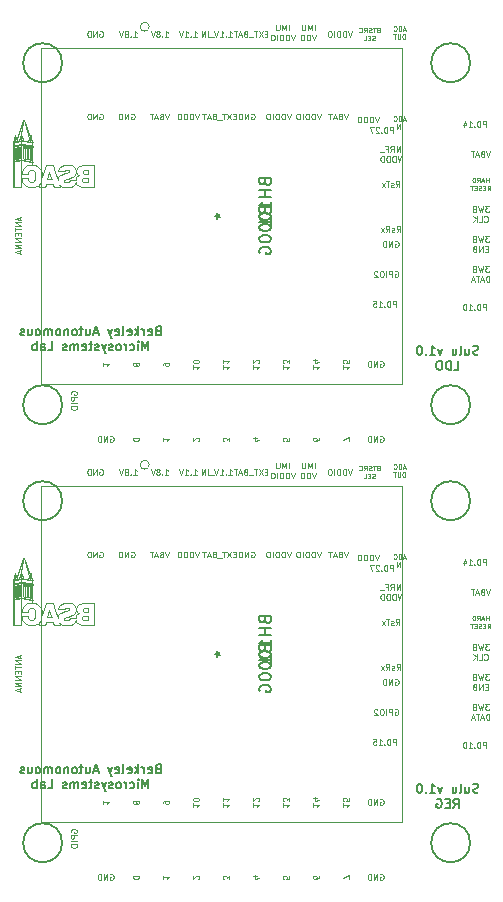
<source format=gbo>
G04 #@! TF.GenerationSoftware,KiCad,Pcbnew,(5.1.6)-1*
G04 #@! TF.CreationDate,2021-09-14T14:20:35-07:00*
G04 #@! TF.ProjectId,sulu_ldo_and_reg_panel,73756c75-5f6c-4646-9f5f-616e645f7265,rev?*
G04 #@! TF.SameCoordinates,Original*
G04 #@! TF.FileFunction,Legend,Bot*
G04 #@! TF.FilePolarity,Positive*
%FSLAX46Y46*%
G04 Gerber Fmt 4.6, Leading zero omitted, Abs format (unit mm)*
G04 Created by KiCad (PCBNEW (5.1.6)-1) date 2021-09-14 14:20:35*
%MOMM*%
%LPD*%
G01*
G04 APERTURE LIST*
%ADD10C,0.100000*%
%ADD11C,0.080000*%
%ADD12C,0.127000*%
%ADD13C,0.150000*%
%ADD14C,0.120000*%
G04 APERTURE END LIST*
D10*
X85327999Y-49629190D02*
X85613714Y-49629190D01*
X85470857Y-49629190D02*
X85470857Y-49129190D01*
X85518476Y-49200619D01*
X85566095Y-49248238D01*
X85613714Y-49272047D01*
X85113714Y-49581571D02*
X85089904Y-49605380D01*
X85113714Y-49629190D01*
X85137523Y-49605380D01*
X85113714Y-49581571D01*
X85113714Y-49629190D01*
X84613714Y-49629190D02*
X84899428Y-49629190D01*
X84756571Y-49629190D02*
X84756571Y-49129190D01*
X84804190Y-49200619D01*
X84851809Y-49248238D01*
X84899428Y-49272047D01*
X84470857Y-49129190D02*
X84304190Y-49629190D01*
X84137523Y-49129190D01*
X84089904Y-49676809D02*
X83708952Y-49676809D01*
X83589904Y-49629190D02*
X83589904Y-49129190D01*
X83351809Y-49629190D02*
X83351809Y-49129190D01*
X83066095Y-49629190D01*
X83066095Y-49129190D01*
X85962952Y-56352285D02*
X85796285Y-56352285D01*
X85724857Y-56614190D02*
X85962952Y-56614190D01*
X85962952Y-56114190D01*
X85724857Y-56114190D01*
X85558190Y-56114190D02*
X85224857Y-56614190D01*
X85224857Y-56114190D02*
X85558190Y-56614190D01*
X85105809Y-56114190D02*
X84820095Y-56114190D01*
X84962952Y-56614190D02*
X84962952Y-56114190D01*
X84772476Y-56661809D02*
X84391523Y-56661809D01*
X84105809Y-56352285D02*
X84034380Y-56376095D01*
X84010571Y-56399904D01*
X83986761Y-56447523D01*
X83986761Y-56518952D01*
X84010571Y-56566571D01*
X84034380Y-56590380D01*
X84082000Y-56614190D01*
X84272476Y-56614190D01*
X84272476Y-56114190D01*
X84105809Y-56114190D01*
X84058190Y-56138000D01*
X84034380Y-56161809D01*
X84010571Y-56209428D01*
X84010571Y-56257047D01*
X84034380Y-56304666D01*
X84058190Y-56328476D01*
X84105809Y-56352285D01*
X84272476Y-56352285D01*
X83796285Y-56471333D02*
X83558190Y-56471333D01*
X83843904Y-56614190D02*
X83677238Y-56114190D01*
X83510571Y-56614190D01*
X83415333Y-56114190D02*
X83129619Y-56114190D01*
X83272476Y-56614190D02*
X83272476Y-56114190D01*
D11*
X100317238Y-56622666D02*
X100126761Y-56622666D01*
X100355333Y-56736952D02*
X100222000Y-56336952D01*
X100088666Y-56736952D01*
X99955333Y-56736952D02*
X99955333Y-56336952D01*
X99860095Y-56336952D01*
X99802952Y-56356000D01*
X99764857Y-56394095D01*
X99745809Y-56432190D01*
X99726761Y-56508380D01*
X99726761Y-56565523D01*
X99745809Y-56641714D01*
X99764857Y-56679809D01*
X99802952Y-56717904D01*
X99860095Y-56736952D01*
X99955333Y-56736952D01*
X99326761Y-56698857D02*
X99345809Y-56717904D01*
X99402952Y-56736952D01*
X99441047Y-56736952D01*
X99498190Y-56717904D01*
X99536285Y-56679809D01*
X99555333Y-56641714D01*
X99574380Y-56565523D01*
X99574380Y-56508380D01*
X99555333Y-56432190D01*
X99536285Y-56394095D01*
X99498190Y-56356000D01*
X99441047Y-56336952D01*
X99402952Y-56336952D01*
X99345809Y-56356000D01*
X99326761Y-56375047D01*
X100031523Y-57416952D02*
X100031523Y-57016952D01*
X99841047Y-57416952D02*
X99841047Y-57016952D01*
X99612476Y-57416952D01*
X99612476Y-57016952D01*
D10*
X88629952Y-49367285D02*
X88463285Y-49367285D01*
X88391857Y-49629190D02*
X88629952Y-49629190D01*
X88629952Y-49129190D01*
X88391857Y-49129190D01*
X88225190Y-49129190D02*
X87891857Y-49629190D01*
X87891857Y-49129190D02*
X88225190Y-49629190D01*
X87772809Y-49129190D02*
X87487095Y-49129190D01*
X87629952Y-49629190D02*
X87629952Y-49129190D01*
X87439476Y-49676809D02*
X87058523Y-49676809D01*
X86772809Y-49367285D02*
X86701380Y-49391095D01*
X86677571Y-49414904D01*
X86653761Y-49462523D01*
X86653761Y-49533952D01*
X86677571Y-49581571D01*
X86701380Y-49605380D01*
X86749000Y-49629190D01*
X86939476Y-49629190D01*
X86939476Y-49129190D01*
X86772809Y-49129190D01*
X86725190Y-49153000D01*
X86701380Y-49176809D01*
X86677571Y-49224428D01*
X86677571Y-49272047D01*
X86701380Y-49319666D01*
X86725190Y-49343476D01*
X86772809Y-49367285D01*
X86939476Y-49367285D01*
X86463285Y-49486333D02*
X86225190Y-49486333D01*
X86510904Y-49629190D02*
X86344238Y-49129190D01*
X86177571Y-49629190D01*
X86082333Y-49129190D02*
X85796619Y-49129190D01*
X85939476Y-49629190D02*
X85939476Y-49129190D01*
X98071666Y-56368190D02*
X97905000Y-56868190D01*
X97738333Y-56368190D01*
X97571666Y-56868190D02*
X97571666Y-56368190D01*
X97452619Y-56368190D01*
X97381190Y-56392000D01*
X97333571Y-56439619D01*
X97309761Y-56487238D01*
X97285952Y-56582476D01*
X97285952Y-56653904D01*
X97309761Y-56749142D01*
X97333571Y-56796761D01*
X97381190Y-56844380D01*
X97452619Y-56868190D01*
X97571666Y-56868190D01*
X97071666Y-56868190D02*
X97071666Y-56368190D01*
X96952619Y-56368190D01*
X96881190Y-56392000D01*
X96833571Y-56439619D01*
X96809761Y-56487238D01*
X96785952Y-56582476D01*
X96785952Y-56653904D01*
X96809761Y-56749142D01*
X96833571Y-56796761D01*
X96881190Y-56844380D01*
X96952619Y-56868190D01*
X97071666Y-56868190D01*
X96571666Y-56868190D02*
X96571666Y-56368190D01*
X96452619Y-56368190D01*
X96381190Y-56392000D01*
X96333571Y-56439619D01*
X96309761Y-56487238D01*
X96285952Y-56582476D01*
X96285952Y-56653904D01*
X96309761Y-56749142D01*
X96333571Y-56796761D01*
X96381190Y-56844380D01*
X96452619Y-56868190D01*
X96571666Y-56868190D01*
X87248952Y-56138000D02*
X87296571Y-56114190D01*
X87368000Y-56114190D01*
X87439428Y-56138000D01*
X87487047Y-56185619D01*
X87510857Y-56233238D01*
X87534666Y-56328476D01*
X87534666Y-56399904D01*
X87510857Y-56495142D01*
X87487047Y-56542761D01*
X87439428Y-56590380D01*
X87368000Y-56614190D01*
X87320380Y-56614190D01*
X87248952Y-56590380D01*
X87225142Y-56566571D01*
X87225142Y-56399904D01*
X87320380Y-56399904D01*
X87010857Y-56614190D02*
X87010857Y-56114190D01*
X86725142Y-56614190D01*
X86725142Y-56114190D01*
X86487047Y-56614190D02*
X86487047Y-56114190D01*
X86368000Y-56114190D01*
X86296571Y-56138000D01*
X86248952Y-56185619D01*
X86225142Y-56233238D01*
X86201333Y-56328476D01*
X86201333Y-56399904D01*
X86225142Y-56495142D01*
X86248952Y-56542761D01*
X86296571Y-56590380D01*
X86368000Y-56614190D01*
X86487047Y-56614190D01*
X77088952Y-56138000D02*
X77136571Y-56114190D01*
X77208000Y-56114190D01*
X77279428Y-56138000D01*
X77327047Y-56185619D01*
X77350857Y-56233238D01*
X77374666Y-56328476D01*
X77374666Y-56399904D01*
X77350857Y-56495142D01*
X77327047Y-56542761D01*
X77279428Y-56590380D01*
X77208000Y-56614190D01*
X77160380Y-56614190D01*
X77088952Y-56590380D01*
X77065142Y-56566571D01*
X77065142Y-56399904D01*
X77160380Y-56399904D01*
X76850857Y-56614190D02*
X76850857Y-56114190D01*
X76565142Y-56614190D01*
X76565142Y-56114190D01*
X76327047Y-56614190D02*
X76327047Y-56114190D01*
X76208000Y-56114190D01*
X76136571Y-56138000D01*
X76088952Y-56185619D01*
X76065142Y-56233238D01*
X76041333Y-56328476D01*
X76041333Y-56399904D01*
X76065142Y-56495142D01*
X76088952Y-56542761D01*
X76136571Y-56590380D01*
X76208000Y-56614190D01*
X76327047Y-56614190D01*
X95436428Y-56114190D02*
X95269761Y-56614190D01*
X95103095Y-56114190D01*
X94769761Y-56352285D02*
X94698333Y-56376095D01*
X94674523Y-56399904D01*
X94650714Y-56447523D01*
X94650714Y-56518952D01*
X94674523Y-56566571D01*
X94698333Y-56590380D01*
X94745952Y-56614190D01*
X94936428Y-56614190D01*
X94936428Y-56114190D01*
X94769761Y-56114190D01*
X94722142Y-56138000D01*
X94698333Y-56161809D01*
X94674523Y-56209428D01*
X94674523Y-56257047D01*
X94698333Y-56304666D01*
X94722142Y-56328476D01*
X94769761Y-56352285D01*
X94936428Y-56352285D01*
X94460238Y-56471333D02*
X94222142Y-56471333D01*
X94507857Y-56614190D02*
X94341190Y-56114190D01*
X94174523Y-56614190D01*
X94079285Y-56114190D02*
X93793571Y-56114190D01*
X93936428Y-56614190D02*
X93936428Y-56114190D01*
X79930571Y-49629190D02*
X80216285Y-49629190D01*
X80073428Y-49629190D02*
X80073428Y-49129190D01*
X80121047Y-49200619D01*
X80168666Y-49248238D01*
X80216285Y-49272047D01*
X79716285Y-49581571D02*
X79692476Y-49605380D01*
X79716285Y-49629190D01*
X79740095Y-49605380D01*
X79716285Y-49581571D01*
X79716285Y-49629190D01*
X79406761Y-49343476D02*
X79454380Y-49319666D01*
X79478190Y-49295857D01*
X79502000Y-49248238D01*
X79502000Y-49224428D01*
X79478190Y-49176809D01*
X79454380Y-49153000D01*
X79406761Y-49129190D01*
X79311523Y-49129190D01*
X79263904Y-49153000D01*
X79240095Y-49176809D01*
X79216285Y-49224428D01*
X79216285Y-49248238D01*
X79240095Y-49295857D01*
X79263904Y-49319666D01*
X79311523Y-49343476D01*
X79406761Y-49343476D01*
X79454380Y-49367285D01*
X79478190Y-49391095D01*
X79502000Y-49438714D01*
X79502000Y-49533952D01*
X79478190Y-49581571D01*
X79454380Y-49605380D01*
X79406761Y-49629190D01*
X79311523Y-49629190D01*
X79263904Y-49605380D01*
X79240095Y-49581571D01*
X79216285Y-49533952D01*
X79216285Y-49438714D01*
X79240095Y-49391095D01*
X79263904Y-49367285D01*
X79311523Y-49343476D01*
X79073428Y-49129190D02*
X78906761Y-49629190D01*
X78740095Y-49129190D01*
X77263571Y-49629190D02*
X77549285Y-49629190D01*
X77406428Y-49629190D02*
X77406428Y-49129190D01*
X77454047Y-49200619D01*
X77501666Y-49248238D01*
X77549285Y-49272047D01*
X77049285Y-49581571D02*
X77025476Y-49605380D01*
X77049285Y-49629190D01*
X77073095Y-49605380D01*
X77049285Y-49581571D01*
X77049285Y-49629190D01*
X76739761Y-49343476D02*
X76787380Y-49319666D01*
X76811190Y-49295857D01*
X76835000Y-49248238D01*
X76835000Y-49224428D01*
X76811190Y-49176809D01*
X76787380Y-49153000D01*
X76739761Y-49129190D01*
X76644523Y-49129190D01*
X76596904Y-49153000D01*
X76573095Y-49176809D01*
X76549285Y-49224428D01*
X76549285Y-49248238D01*
X76573095Y-49295857D01*
X76596904Y-49319666D01*
X76644523Y-49343476D01*
X76739761Y-49343476D01*
X76787380Y-49367285D01*
X76811190Y-49391095D01*
X76835000Y-49438714D01*
X76835000Y-49533952D01*
X76811190Y-49581571D01*
X76787380Y-49605380D01*
X76739761Y-49629190D01*
X76644523Y-49629190D01*
X76596904Y-49605380D01*
X76573095Y-49581571D01*
X76549285Y-49533952D01*
X76549285Y-49438714D01*
X76573095Y-49391095D01*
X76596904Y-49367285D01*
X76644523Y-49343476D01*
X76406428Y-49129190D02*
X76239761Y-49629190D01*
X76073095Y-49129190D01*
X82343571Y-49629190D02*
X82629285Y-49629190D01*
X82486428Y-49629190D02*
X82486428Y-49129190D01*
X82534047Y-49200619D01*
X82581666Y-49248238D01*
X82629285Y-49272047D01*
X82129285Y-49581571D02*
X82105476Y-49605380D01*
X82129285Y-49629190D01*
X82153095Y-49605380D01*
X82129285Y-49581571D01*
X82129285Y-49629190D01*
X81629285Y-49629190D02*
X81915000Y-49629190D01*
X81772142Y-49629190D02*
X81772142Y-49129190D01*
X81819761Y-49200619D01*
X81867380Y-49248238D01*
X81915000Y-49272047D01*
X81486428Y-49129190D02*
X81319761Y-49629190D01*
X81153095Y-49129190D01*
X72013000Y-79891000D02*
X71989190Y-79843380D01*
X71989190Y-79771952D01*
X72013000Y-79700523D01*
X72060619Y-79652904D01*
X72108238Y-79629095D01*
X72203476Y-79605285D01*
X72274904Y-79605285D01*
X72370142Y-79629095D01*
X72417761Y-79652904D01*
X72465380Y-79700523D01*
X72489190Y-79771952D01*
X72489190Y-79819571D01*
X72465380Y-79891000D01*
X72441571Y-79914809D01*
X72274904Y-79914809D01*
X72274904Y-79819571D01*
X72489190Y-80129095D02*
X71989190Y-80129095D01*
X71989190Y-80319571D01*
X72013000Y-80367190D01*
X72036809Y-80391000D01*
X72084428Y-80414809D01*
X72155857Y-80414809D01*
X72203476Y-80391000D01*
X72227285Y-80367190D01*
X72251095Y-80319571D01*
X72251095Y-80129095D01*
X72489190Y-80629095D02*
X71989190Y-80629095D01*
X71989190Y-80962428D02*
X71989190Y-81057666D01*
X72013000Y-81105285D01*
X72060619Y-81152904D01*
X72155857Y-81176714D01*
X72322523Y-81176714D01*
X72417761Y-81152904D01*
X72465380Y-81105285D01*
X72489190Y-81057666D01*
X72489190Y-80962428D01*
X72465380Y-80914809D01*
X72417761Y-80867190D01*
X72322523Y-80843380D01*
X72155857Y-80843380D01*
X72060619Y-80867190D01*
X72013000Y-80914809D01*
X71989190Y-80962428D01*
X99516285Y-72489190D02*
X99516285Y-71989190D01*
X99325809Y-71989190D01*
X99278190Y-72013000D01*
X99254380Y-72036809D01*
X99230571Y-72084428D01*
X99230571Y-72155857D01*
X99254380Y-72203476D01*
X99278190Y-72227285D01*
X99325809Y-72251095D01*
X99516285Y-72251095D01*
X98921047Y-71989190D02*
X98873428Y-71989190D01*
X98825809Y-72013000D01*
X98802000Y-72036809D01*
X98778190Y-72084428D01*
X98754380Y-72179666D01*
X98754380Y-72298714D01*
X98778190Y-72393952D01*
X98802000Y-72441571D01*
X98825809Y-72465380D01*
X98873428Y-72489190D01*
X98921047Y-72489190D01*
X98968666Y-72465380D01*
X98992476Y-72441571D01*
X99016285Y-72393952D01*
X99040095Y-72298714D01*
X99040095Y-72179666D01*
X99016285Y-72084428D01*
X98992476Y-72036809D01*
X98968666Y-72013000D01*
X98921047Y-71989190D01*
X98540095Y-72441571D02*
X98516285Y-72465380D01*
X98540095Y-72489190D01*
X98563904Y-72465380D01*
X98540095Y-72441571D01*
X98540095Y-72489190D01*
X98040095Y-72489190D02*
X98325809Y-72489190D01*
X98182952Y-72489190D02*
X98182952Y-71989190D01*
X98230571Y-72060619D01*
X98278190Y-72108238D01*
X98325809Y-72132047D01*
X97587714Y-71989190D02*
X97825809Y-71989190D01*
X97849619Y-72227285D01*
X97825809Y-72203476D01*
X97778190Y-72179666D01*
X97659142Y-72179666D01*
X97611523Y-72203476D01*
X97587714Y-72227285D01*
X97563904Y-72274904D01*
X97563904Y-72393952D01*
X97587714Y-72441571D01*
X97611523Y-72465380D01*
X97659142Y-72489190D01*
X97778190Y-72489190D01*
X97825809Y-72465380D01*
X97849619Y-72441571D01*
X107136285Y-72743190D02*
X107136285Y-72243190D01*
X106945809Y-72243190D01*
X106898190Y-72267000D01*
X106874380Y-72290809D01*
X106850571Y-72338428D01*
X106850571Y-72409857D01*
X106874380Y-72457476D01*
X106898190Y-72481285D01*
X106945809Y-72505095D01*
X107136285Y-72505095D01*
X106541047Y-72243190D02*
X106493428Y-72243190D01*
X106445809Y-72267000D01*
X106422000Y-72290809D01*
X106398190Y-72338428D01*
X106374380Y-72433666D01*
X106374380Y-72552714D01*
X106398190Y-72647952D01*
X106422000Y-72695571D01*
X106445809Y-72719380D01*
X106493428Y-72743190D01*
X106541047Y-72743190D01*
X106588666Y-72719380D01*
X106612476Y-72695571D01*
X106636285Y-72647952D01*
X106660095Y-72552714D01*
X106660095Y-72433666D01*
X106636285Y-72338428D01*
X106612476Y-72290809D01*
X106588666Y-72267000D01*
X106541047Y-72243190D01*
X106160095Y-72695571D02*
X106136285Y-72719380D01*
X106160095Y-72743190D01*
X106183904Y-72719380D01*
X106160095Y-72695571D01*
X106160095Y-72743190D01*
X105660095Y-72743190D02*
X105945809Y-72743190D01*
X105802952Y-72743190D02*
X105802952Y-72243190D01*
X105850571Y-72314619D01*
X105898190Y-72362238D01*
X105945809Y-72386047D01*
X105350571Y-72243190D02*
X105302952Y-72243190D01*
X105255333Y-72267000D01*
X105231523Y-72290809D01*
X105207714Y-72338428D01*
X105183904Y-72433666D01*
X105183904Y-72552714D01*
X105207714Y-72647952D01*
X105231523Y-72695571D01*
X105255333Y-72719380D01*
X105302952Y-72743190D01*
X105350571Y-72743190D01*
X105398190Y-72719380D01*
X105422000Y-72695571D01*
X105445809Y-72647952D01*
X105469619Y-72552714D01*
X105469619Y-72433666D01*
X105445809Y-72338428D01*
X105422000Y-72290809D01*
X105398190Y-72267000D01*
X105350571Y-72243190D01*
X107136285Y-57249190D02*
X107136285Y-56749190D01*
X106945809Y-56749190D01*
X106898190Y-56773000D01*
X106874380Y-56796809D01*
X106850571Y-56844428D01*
X106850571Y-56915857D01*
X106874380Y-56963476D01*
X106898190Y-56987285D01*
X106945809Y-57011095D01*
X107136285Y-57011095D01*
X106541047Y-56749190D02*
X106493428Y-56749190D01*
X106445809Y-56773000D01*
X106422000Y-56796809D01*
X106398190Y-56844428D01*
X106374380Y-56939666D01*
X106374380Y-57058714D01*
X106398190Y-57153952D01*
X106422000Y-57201571D01*
X106445809Y-57225380D01*
X106493428Y-57249190D01*
X106541047Y-57249190D01*
X106588666Y-57225380D01*
X106612476Y-57201571D01*
X106636285Y-57153952D01*
X106660095Y-57058714D01*
X106660095Y-56939666D01*
X106636285Y-56844428D01*
X106612476Y-56796809D01*
X106588666Y-56773000D01*
X106541047Y-56749190D01*
X106160095Y-57201571D02*
X106136285Y-57225380D01*
X106160095Y-57249190D01*
X106183904Y-57225380D01*
X106160095Y-57201571D01*
X106160095Y-57249190D01*
X105660095Y-57249190D02*
X105945809Y-57249190D01*
X105802952Y-57249190D02*
X105802952Y-56749190D01*
X105850571Y-56820619D01*
X105898190Y-56868238D01*
X105945809Y-56892047D01*
X105231523Y-56915857D02*
X105231523Y-57249190D01*
X105350571Y-56725380D02*
X105469619Y-57082523D01*
X105160095Y-57082523D01*
X99262285Y-57757190D02*
X99262285Y-57257190D01*
X99071809Y-57257190D01*
X99024190Y-57281000D01*
X99000380Y-57304809D01*
X98976571Y-57352428D01*
X98976571Y-57423857D01*
X99000380Y-57471476D01*
X99024190Y-57495285D01*
X99071809Y-57519095D01*
X99262285Y-57519095D01*
X98667047Y-57257190D02*
X98619428Y-57257190D01*
X98571809Y-57281000D01*
X98548000Y-57304809D01*
X98524190Y-57352428D01*
X98500380Y-57447666D01*
X98500380Y-57566714D01*
X98524190Y-57661952D01*
X98548000Y-57709571D01*
X98571809Y-57733380D01*
X98619428Y-57757190D01*
X98667047Y-57757190D01*
X98714666Y-57733380D01*
X98738476Y-57709571D01*
X98762285Y-57661952D01*
X98786095Y-57566714D01*
X98786095Y-57447666D01*
X98762285Y-57352428D01*
X98738476Y-57304809D01*
X98714666Y-57281000D01*
X98667047Y-57257190D01*
X98286095Y-57709571D02*
X98262285Y-57733380D01*
X98286095Y-57757190D01*
X98309904Y-57733380D01*
X98286095Y-57709571D01*
X98286095Y-57757190D01*
X98071809Y-57304809D02*
X98048000Y-57281000D01*
X98000380Y-57257190D01*
X97881333Y-57257190D01*
X97833714Y-57281000D01*
X97809904Y-57304809D01*
X97786095Y-57352428D01*
X97786095Y-57400047D01*
X97809904Y-57471476D01*
X98095619Y-57757190D01*
X97786095Y-57757190D01*
X97619428Y-57257190D02*
X97286095Y-57257190D01*
X97500380Y-57757190D01*
X99417095Y-69473000D02*
X99464714Y-69449190D01*
X99536142Y-69449190D01*
X99607571Y-69473000D01*
X99655190Y-69520619D01*
X99679000Y-69568238D01*
X99702809Y-69663476D01*
X99702809Y-69734904D01*
X99679000Y-69830142D01*
X99655190Y-69877761D01*
X99607571Y-69925380D01*
X99536142Y-69949190D01*
X99488523Y-69949190D01*
X99417095Y-69925380D01*
X99393285Y-69901571D01*
X99393285Y-69734904D01*
X99488523Y-69734904D01*
X99179000Y-69949190D02*
X99179000Y-69449190D01*
X98988523Y-69449190D01*
X98940904Y-69473000D01*
X98917095Y-69496809D01*
X98893285Y-69544428D01*
X98893285Y-69615857D01*
X98917095Y-69663476D01*
X98940904Y-69687285D01*
X98988523Y-69711095D01*
X99179000Y-69711095D01*
X98679000Y-69949190D02*
X98679000Y-69449190D01*
X98345666Y-69449190D02*
X98250428Y-69449190D01*
X98202809Y-69473000D01*
X98155190Y-69520619D01*
X98131380Y-69615857D01*
X98131380Y-69782523D01*
X98155190Y-69877761D01*
X98202809Y-69925380D01*
X98250428Y-69949190D01*
X98345666Y-69949190D01*
X98393285Y-69925380D01*
X98440904Y-69877761D01*
X98464714Y-69782523D01*
X98464714Y-69615857D01*
X98440904Y-69520619D01*
X98393285Y-69473000D01*
X98345666Y-69449190D01*
X97940904Y-69496809D02*
X97917095Y-69473000D01*
X97869476Y-69449190D01*
X97750428Y-69449190D01*
X97702809Y-69473000D01*
X97679000Y-69496809D01*
X97655190Y-69544428D01*
X97655190Y-69592047D01*
X97679000Y-69663476D01*
X97964714Y-69949190D01*
X97655190Y-69949190D01*
X74421952Y-56138000D02*
X74469571Y-56114190D01*
X74541000Y-56114190D01*
X74612428Y-56138000D01*
X74660047Y-56185619D01*
X74683857Y-56233238D01*
X74707666Y-56328476D01*
X74707666Y-56399904D01*
X74683857Y-56495142D01*
X74660047Y-56542761D01*
X74612428Y-56590380D01*
X74541000Y-56614190D01*
X74493380Y-56614190D01*
X74421952Y-56590380D01*
X74398142Y-56566571D01*
X74398142Y-56399904D01*
X74493380Y-56399904D01*
X74183857Y-56614190D02*
X74183857Y-56114190D01*
X73898142Y-56614190D01*
X73898142Y-56114190D01*
X73660047Y-56614190D02*
X73660047Y-56114190D01*
X73541000Y-56114190D01*
X73469571Y-56138000D01*
X73421952Y-56185619D01*
X73398142Y-56233238D01*
X73374333Y-56328476D01*
X73374333Y-56399904D01*
X73398142Y-56495142D01*
X73421952Y-56542761D01*
X73469571Y-56590380D01*
X73541000Y-56614190D01*
X73660047Y-56614190D01*
D12*
X79338714Y-74494571D02*
X79229857Y-74530857D01*
X79193571Y-74567142D01*
X79157285Y-74639714D01*
X79157285Y-74748571D01*
X79193571Y-74821142D01*
X79229857Y-74857428D01*
X79302428Y-74893714D01*
X79592714Y-74893714D01*
X79592714Y-74131714D01*
X79338714Y-74131714D01*
X79266142Y-74168000D01*
X79229857Y-74204285D01*
X79193571Y-74276857D01*
X79193571Y-74349428D01*
X79229857Y-74422000D01*
X79266142Y-74458285D01*
X79338714Y-74494571D01*
X79592714Y-74494571D01*
X78540428Y-74857428D02*
X78613000Y-74893714D01*
X78758142Y-74893714D01*
X78830714Y-74857428D01*
X78867000Y-74784857D01*
X78867000Y-74494571D01*
X78830714Y-74422000D01*
X78758142Y-74385714D01*
X78613000Y-74385714D01*
X78540428Y-74422000D01*
X78504142Y-74494571D01*
X78504142Y-74567142D01*
X78867000Y-74639714D01*
X78177571Y-74893714D02*
X78177571Y-74385714D01*
X78177571Y-74530857D02*
X78141285Y-74458285D01*
X78105000Y-74422000D01*
X78032428Y-74385714D01*
X77959857Y-74385714D01*
X77705857Y-74893714D02*
X77705857Y-74131714D01*
X77633285Y-74603428D02*
X77415571Y-74893714D01*
X77415571Y-74385714D02*
X77705857Y-74676000D01*
X76798714Y-74857428D02*
X76871285Y-74893714D01*
X77016428Y-74893714D01*
X77089000Y-74857428D01*
X77125285Y-74784857D01*
X77125285Y-74494571D01*
X77089000Y-74422000D01*
X77016428Y-74385714D01*
X76871285Y-74385714D01*
X76798714Y-74422000D01*
X76762428Y-74494571D01*
X76762428Y-74567142D01*
X77125285Y-74639714D01*
X76327000Y-74893714D02*
X76399571Y-74857428D01*
X76435857Y-74784857D01*
X76435857Y-74131714D01*
X75746428Y-74857428D02*
X75819000Y-74893714D01*
X75964142Y-74893714D01*
X76036714Y-74857428D01*
X76073000Y-74784857D01*
X76073000Y-74494571D01*
X76036714Y-74422000D01*
X75964142Y-74385714D01*
X75819000Y-74385714D01*
X75746428Y-74422000D01*
X75710142Y-74494571D01*
X75710142Y-74567142D01*
X76073000Y-74639714D01*
X75456142Y-74385714D02*
X75274714Y-74893714D01*
X75093285Y-74385714D02*
X75274714Y-74893714D01*
X75347285Y-75075142D01*
X75383571Y-75111428D01*
X75456142Y-75147714D01*
X74258714Y-74676000D02*
X73895857Y-74676000D01*
X74331285Y-74893714D02*
X74077285Y-74131714D01*
X73823285Y-74893714D01*
X73242714Y-74385714D02*
X73242714Y-74893714D01*
X73569285Y-74385714D02*
X73569285Y-74784857D01*
X73533000Y-74857428D01*
X73460428Y-74893714D01*
X73351571Y-74893714D01*
X73279000Y-74857428D01*
X73242714Y-74821142D01*
X72988714Y-74385714D02*
X72698428Y-74385714D01*
X72879857Y-74131714D02*
X72879857Y-74784857D01*
X72843571Y-74857428D01*
X72771000Y-74893714D01*
X72698428Y-74893714D01*
X72335571Y-74893714D02*
X72408142Y-74857428D01*
X72444428Y-74821142D01*
X72480714Y-74748571D01*
X72480714Y-74530857D01*
X72444428Y-74458285D01*
X72408142Y-74422000D01*
X72335571Y-74385714D01*
X72226714Y-74385714D01*
X72154142Y-74422000D01*
X72117857Y-74458285D01*
X72081571Y-74530857D01*
X72081571Y-74748571D01*
X72117857Y-74821142D01*
X72154142Y-74857428D01*
X72226714Y-74893714D01*
X72335571Y-74893714D01*
X71755000Y-74385714D02*
X71755000Y-74893714D01*
X71755000Y-74458285D02*
X71718714Y-74422000D01*
X71646142Y-74385714D01*
X71537285Y-74385714D01*
X71464714Y-74422000D01*
X71428428Y-74494571D01*
X71428428Y-74893714D01*
X70956714Y-74893714D02*
X71029285Y-74857428D01*
X71065571Y-74821142D01*
X71101857Y-74748571D01*
X71101857Y-74530857D01*
X71065571Y-74458285D01*
X71029285Y-74422000D01*
X70956714Y-74385714D01*
X70847857Y-74385714D01*
X70775285Y-74422000D01*
X70739000Y-74458285D01*
X70702714Y-74530857D01*
X70702714Y-74748571D01*
X70739000Y-74821142D01*
X70775285Y-74857428D01*
X70847857Y-74893714D01*
X70956714Y-74893714D01*
X70376142Y-74893714D02*
X70376142Y-74385714D01*
X70376142Y-74458285D02*
X70339857Y-74422000D01*
X70267285Y-74385714D01*
X70158428Y-74385714D01*
X70085857Y-74422000D01*
X70049571Y-74494571D01*
X70049571Y-74893714D01*
X70049571Y-74494571D02*
X70013285Y-74422000D01*
X69940714Y-74385714D01*
X69831857Y-74385714D01*
X69759285Y-74422000D01*
X69723000Y-74494571D01*
X69723000Y-74893714D01*
X69251285Y-74893714D02*
X69323857Y-74857428D01*
X69360142Y-74821142D01*
X69396428Y-74748571D01*
X69396428Y-74530857D01*
X69360142Y-74458285D01*
X69323857Y-74422000D01*
X69251285Y-74385714D01*
X69142428Y-74385714D01*
X69069857Y-74422000D01*
X69033571Y-74458285D01*
X68997285Y-74530857D01*
X68997285Y-74748571D01*
X69033571Y-74821142D01*
X69069857Y-74857428D01*
X69142428Y-74893714D01*
X69251285Y-74893714D01*
X68344142Y-74385714D02*
X68344142Y-74893714D01*
X68670714Y-74385714D02*
X68670714Y-74784857D01*
X68634428Y-74857428D01*
X68561857Y-74893714D01*
X68453000Y-74893714D01*
X68380428Y-74857428D01*
X68344142Y-74821142D01*
X68017571Y-74857428D02*
X67945000Y-74893714D01*
X67799857Y-74893714D01*
X67727285Y-74857428D01*
X67691000Y-74784857D01*
X67691000Y-74748571D01*
X67727285Y-74676000D01*
X67799857Y-74639714D01*
X67908714Y-74639714D01*
X67981285Y-74603428D01*
X68017571Y-74530857D01*
X68017571Y-74494571D01*
X67981285Y-74422000D01*
X67908714Y-74385714D01*
X67799857Y-74385714D01*
X67727285Y-74422000D01*
X78558571Y-76163714D02*
X78558571Y-75401714D01*
X78304571Y-75946000D01*
X78050571Y-75401714D01*
X78050571Y-76163714D01*
X77687714Y-76163714D02*
X77687714Y-75655714D01*
X77687714Y-75401714D02*
X77724000Y-75438000D01*
X77687714Y-75474285D01*
X77651428Y-75438000D01*
X77687714Y-75401714D01*
X77687714Y-75474285D01*
X76998285Y-76127428D02*
X77070857Y-76163714D01*
X77216000Y-76163714D01*
X77288571Y-76127428D01*
X77324857Y-76091142D01*
X77361142Y-76018571D01*
X77361142Y-75800857D01*
X77324857Y-75728285D01*
X77288571Y-75692000D01*
X77216000Y-75655714D01*
X77070857Y-75655714D01*
X76998285Y-75692000D01*
X76671714Y-76163714D02*
X76671714Y-75655714D01*
X76671714Y-75800857D02*
X76635428Y-75728285D01*
X76599142Y-75692000D01*
X76526571Y-75655714D01*
X76454000Y-75655714D01*
X76091142Y-76163714D02*
X76163714Y-76127428D01*
X76200000Y-76091142D01*
X76236285Y-76018571D01*
X76236285Y-75800857D01*
X76200000Y-75728285D01*
X76163714Y-75692000D01*
X76091142Y-75655714D01*
X75982285Y-75655714D01*
X75909714Y-75692000D01*
X75873428Y-75728285D01*
X75837142Y-75800857D01*
X75837142Y-76018571D01*
X75873428Y-76091142D01*
X75909714Y-76127428D01*
X75982285Y-76163714D01*
X76091142Y-76163714D01*
X75546857Y-76127428D02*
X75474285Y-76163714D01*
X75329142Y-76163714D01*
X75256571Y-76127428D01*
X75220285Y-76054857D01*
X75220285Y-76018571D01*
X75256571Y-75946000D01*
X75329142Y-75909714D01*
X75438000Y-75909714D01*
X75510571Y-75873428D01*
X75546857Y-75800857D01*
X75546857Y-75764571D01*
X75510571Y-75692000D01*
X75438000Y-75655714D01*
X75329142Y-75655714D01*
X75256571Y-75692000D01*
X74966285Y-75655714D02*
X74784857Y-76163714D01*
X74603428Y-75655714D02*
X74784857Y-76163714D01*
X74857428Y-76345142D01*
X74893714Y-76381428D01*
X74966285Y-76417714D01*
X74349428Y-76127428D02*
X74276857Y-76163714D01*
X74131714Y-76163714D01*
X74059142Y-76127428D01*
X74022857Y-76054857D01*
X74022857Y-76018571D01*
X74059142Y-75946000D01*
X74131714Y-75909714D01*
X74240571Y-75909714D01*
X74313142Y-75873428D01*
X74349428Y-75800857D01*
X74349428Y-75764571D01*
X74313142Y-75692000D01*
X74240571Y-75655714D01*
X74131714Y-75655714D01*
X74059142Y-75692000D01*
X73805142Y-75655714D02*
X73514857Y-75655714D01*
X73696285Y-75401714D02*
X73696285Y-76054857D01*
X73660000Y-76127428D01*
X73587428Y-76163714D01*
X73514857Y-76163714D01*
X72970571Y-76127428D02*
X73043142Y-76163714D01*
X73188285Y-76163714D01*
X73260857Y-76127428D01*
X73297142Y-76054857D01*
X73297142Y-75764571D01*
X73260857Y-75692000D01*
X73188285Y-75655714D01*
X73043142Y-75655714D01*
X72970571Y-75692000D01*
X72934285Y-75764571D01*
X72934285Y-75837142D01*
X73297142Y-75909714D01*
X72607714Y-76163714D02*
X72607714Y-75655714D01*
X72607714Y-75728285D02*
X72571428Y-75692000D01*
X72498857Y-75655714D01*
X72390000Y-75655714D01*
X72317428Y-75692000D01*
X72281142Y-75764571D01*
X72281142Y-76163714D01*
X72281142Y-75764571D02*
X72244857Y-75692000D01*
X72172285Y-75655714D01*
X72063428Y-75655714D01*
X71990857Y-75692000D01*
X71954571Y-75764571D01*
X71954571Y-76163714D01*
X71628000Y-76127428D02*
X71555428Y-76163714D01*
X71410285Y-76163714D01*
X71337714Y-76127428D01*
X71301428Y-76054857D01*
X71301428Y-76018571D01*
X71337714Y-75946000D01*
X71410285Y-75909714D01*
X71519142Y-75909714D01*
X71591714Y-75873428D01*
X71628000Y-75800857D01*
X71628000Y-75764571D01*
X71591714Y-75692000D01*
X71519142Y-75655714D01*
X71410285Y-75655714D01*
X71337714Y-75692000D01*
X70031428Y-76163714D02*
X70394285Y-76163714D01*
X70394285Y-75401714D01*
X69450857Y-76163714D02*
X69450857Y-75764571D01*
X69487142Y-75692000D01*
X69559714Y-75655714D01*
X69704857Y-75655714D01*
X69777428Y-75692000D01*
X69450857Y-76127428D02*
X69523428Y-76163714D01*
X69704857Y-76163714D01*
X69777428Y-76127428D01*
X69813714Y-76054857D01*
X69813714Y-75982285D01*
X69777428Y-75909714D01*
X69704857Y-75873428D01*
X69523428Y-75873428D01*
X69450857Y-75837142D01*
X69088000Y-76163714D02*
X69088000Y-75401714D01*
X69088000Y-75692000D02*
X69015428Y-75655714D01*
X68870285Y-75655714D01*
X68797714Y-75692000D01*
X68761428Y-75728285D01*
X68725142Y-75800857D01*
X68725142Y-76018571D01*
X68761428Y-76091142D01*
X68797714Y-76127428D01*
X68870285Y-76163714D01*
X69015428Y-76163714D01*
X69088000Y-76127428D01*
D10*
X67647333Y-64885285D02*
X67647333Y-65123380D01*
X67790190Y-64837666D02*
X67290190Y-65004333D01*
X67790190Y-65171000D01*
X67790190Y-65337666D02*
X67290190Y-65337666D01*
X67790190Y-65623380D01*
X67290190Y-65623380D01*
X67290190Y-65790047D02*
X67290190Y-66075761D01*
X67790190Y-65932904D02*
X67290190Y-65932904D01*
X67528285Y-66242428D02*
X67528285Y-66409095D01*
X67790190Y-66480523D02*
X67790190Y-66242428D01*
X67290190Y-66242428D01*
X67290190Y-66480523D01*
X67790190Y-66694809D02*
X67290190Y-66694809D01*
X67790190Y-66980523D01*
X67290190Y-66980523D01*
X67790190Y-67218619D02*
X67290190Y-67218619D01*
X67790190Y-67504333D01*
X67290190Y-67504333D01*
X67647333Y-67718619D02*
X67647333Y-67956714D01*
X67790190Y-67671000D02*
X67290190Y-67837666D01*
X67790190Y-68004333D01*
D12*
X106480428Y-76508428D02*
X106371571Y-76544714D01*
X106190142Y-76544714D01*
X106117571Y-76508428D01*
X106081285Y-76472142D01*
X106045000Y-76399571D01*
X106045000Y-76327000D01*
X106081285Y-76254428D01*
X106117571Y-76218142D01*
X106190142Y-76181857D01*
X106335285Y-76145571D01*
X106407857Y-76109285D01*
X106444142Y-76073000D01*
X106480428Y-76000428D01*
X106480428Y-75927857D01*
X106444142Y-75855285D01*
X106407857Y-75819000D01*
X106335285Y-75782714D01*
X106153857Y-75782714D01*
X106045000Y-75819000D01*
X105391857Y-76036714D02*
X105391857Y-76544714D01*
X105718428Y-76036714D02*
X105718428Y-76435857D01*
X105682142Y-76508428D01*
X105609571Y-76544714D01*
X105500714Y-76544714D01*
X105428142Y-76508428D01*
X105391857Y-76472142D01*
X104920142Y-76544714D02*
X104992714Y-76508428D01*
X105029000Y-76435857D01*
X105029000Y-75782714D01*
X104303285Y-76036714D02*
X104303285Y-76544714D01*
X104629857Y-76036714D02*
X104629857Y-76435857D01*
X104593571Y-76508428D01*
X104521000Y-76544714D01*
X104412142Y-76544714D01*
X104339571Y-76508428D01*
X104303285Y-76472142D01*
X103432428Y-76036714D02*
X103251000Y-76544714D01*
X103069571Y-76036714D01*
X102380142Y-76544714D02*
X102815571Y-76544714D01*
X102597857Y-76544714D02*
X102597857Y-75782714D01*
X102670428Y-75891571D01*
X102743000Y-75964142D01*
X102815571Y-76000428D01*
X102053571Y-76472142D02*
X102017285Y-76508428D01*
X102053571Y-76544714D01*
X102089857Y-76508428D01*
X102053571Y-76472142D01*
X102053571Y-76544714D01*
X101545571Y-75782714D02*
X101473000Y-75782714D01*
X101400428Y-75819000D01*
X101364142Y-75855285D01*
X101327857Y-75927857D01*
X101291571Y-76073000D01*
X101291571Y-76254428D01*
X101327857Y-76399571D01*
X101364142Y-76472142D01*
X101400428Y-76508428D01*
X101473000Y-76544714D01*
X101545571Y-76544714D01*
X101618142Y-76508428D01*
X101654428Y-76472142D01*
X101690714Y-76399571D01*
X101727000Y-76254428D01*
X101727000Y-76073000D01*
X101690714Y-75927857D01*
X101654428Y-75855285D01*
X101618142Y-75819000D01*
X101545571Y-75782714D01*
X104430285Y-77814714D02*
X104793142Y-77814714D01*
X104793142Y-77052714D01*
X104176285Y-77814714D02*
X104176285Y-77052714D01*
X103994857Y-77052714D01*
X103886000Y-77089000D01*
X103813428Y-77161571D01*
X103777142Y-77234142D01*
X103740857Y-77379285D01*
X103740857Y-77488142D01*
X103777142Y-77633285D01*
X103813428Y-77705857D01*
X103886000Y-77778428D01*
X103994857Y-77814714D01*
X104176285Y-77814714D01*
X103269142Y-77052714D02*
X103124000Y-77052714D01*
X103051428Y-77089000D01*
X102978857Y-77161571D01*
X102942571Y-77306714D01*
X102942571Y-77560714D01*
X102978857Y-77705857D01*
X103051428Y-77778428D01*
X103124000Y-77814714D01*
X103269142Y-77814714D01*
X103341714Y-77778428D01*
X103414285Y-77705857D01*
X103450571Y-77560714D01*
X103450571Y-77306714D01*
X103414285Y-77161571D01*
X103341714Y-77089000D01*
X103269142Y-77052714D01*
D10*
X99500476Y-62329190D02*
X99667142Y-62091095D01*
X99786190Y-62329190D02*
X99786190Y-61829190D01*
X99595714Y-61829190D01*
X99548095Y-61853000D01*
X99524285Y-61876809D01*
X99500476Y-61924428D01*
X99500476Y-61995857D01*
X99524285Y-62043476D01*
X99548095Y-62067285D01*
X99595714Y-62091095D01*
X99786190Y-62091095D01*
X99310000Y-62305380D02*
X99262380Y-62329190D01*
X99167142Y-62329190D01*
X99119523Y-62305380D01*
X99095714Y-62257761D01*
X99095714Y-62233952D01*
X99119523Y-62186333D01*
X99167142Y-62162523D01*
X99238571Y-62162523D01*
X99286190Y-62138714D01*
X99310000Y-62091095D01*
X99310000Y-62067285D01*
X99286190Y-62019666D01*
X99238571Y-61995857D01*
X99167142Y-61995857D01*
X99119523Y-62019666D01*
X98952857Y-61829190D02*
X98667142Y-61829190D01*
X98810000Y-62329190D02*
X98810000Y-61829190D01*
X98548095Y-62329190D02*
X98286190Y-61995857D01*
X98548095Y-61995857D02*
X98286190Y-62329190D01*
X99857619Y-59364190D02*
X99857619Y-58864190D01*
X99571904Y-59364190D01*
X99571904Y-58864190D01*
X99048095Y-59364190D02*
X99214761Y-59126095D01*
X99333809Y-59364190D02*
X99333809Y-58864190D01*
X99143333Y-58864190D01*
X99095714Y-58888000D01*
X99071904Y-58911809D01*
X99048095Y-58959428D01*
X99048095Y-59030857D01*
X99071904Y-59078476D01*
X99095714Y-59102285D01*
X99143333Y-59126095D01*
X99333809Y-59126095D01*
X98667142Y-59102285D02*
X98833809Y-59102285D01*
X98833809Y-59364190D02*
X98833809Y-58864190D01*
X98595714Y-58864190D01*
X98524285Y-59411809D02*
X98143333Y-59411809D01*
X99976666Y-59714190D02*
X99810000Y-60214190D01*
X99643333Y-59714190D01*
X99476666Y-60214190D02*
X99476666Y-59714190D01*
X99357619Y-59714190D01*
X99286190Y-59738000D01*
X99238571Y-59785619D01*
X99214761Y-59833238D01*
X99190952Y-59928476D01*
X99190952Y-59999904D01*
X99214761Y-60095142D01*
X99238571Y-60142761D01*
X99286190Y-60190380D01*
X99357619Y-60214190D01*
X99476666Y-60214190D01*
X98976666Y-60214190D02*
X98976666Y-59714190D01*
X98857619Y-59714190D01*
X98786190Y-59738000D01*
X98738571Y-59785619D01*
X98714761Y-59833238D01*
X98690952Y-59928476D01*
X98690952Y-59999904D01*
X98714761Y-60095142D01*
X98738571Y-60142761D01*
X98786190Y-60190380D01*
X98857619Y-60214190D01*
X98976666Y-60214190D01*
X98476666Y-60214190D02*
X98476666Y-59714190D01*
X98357619Y-59714190D01*
X98286190Y-59738000D01*
X98238571Y-59785619D01*
X98214761Y-59833238D01*
X98190952Y-59928476D01*
X98190952Y-59999904D01*
X98214761Y-60095142D01*
X98238571Y-60142761D01*
X98286190Y-60190380D01*
X98357619Y-60214190D01*
X98476666Y-60214190D01*
X99440952Y-66933000D02*
X99488571Y-66909190D01*
X99560000Y-66909190D01*
X99631428Y-66933000D01*
X99679047Y-66980619D01*
X99702857Y-67028238D01*
X99726666Y-67123476D01*
X99726666Y-67194904D01*
X99702857Y-67290142D01*
X99679047Y-67337761D01*
X99631428Y-67385380D01*
X99560000Y-67409190D01*
X99512380Y-67409190D01*
X99440952Y-67385380D01*
X99417142Y-67361571D01*
X99417142Y-67194904D01*
X99512380Y-67194904D01*
X99202857Y-67409190D02*
X99202857Y-66909190D01*
X98917142Y-67409190D01*
X98917142Y-66909190D01*
X98679047Y-67409190D02*
X98679047Y-66909190D01*
X98560000Y-66909190D01*
X98488571Y-66933000D01*
X98440952Y-66980619D01*
X98417142Y-67028238D01*
X98393333Y-67123476D01*
X98393333Y-67194904D01*
X98417142Y-67290142D01*
X98440952Y-67337761D01*
X98488571Y-67385380D01*
X98560000Y-67409190D01*
X98679047Y-67409190D01*
X99560000Y-66139190D02*
X99726666Y-65901095D01*
X99845714Y-66139190D02*
X99845714Y-65639190D01*
X99655238Y-65639190D01*
X99607619Y-65663000D01*
X99583809Y-65686809D01*
X99560000Y-65734428D01*
X99560000Y-65805857D01*
X99583809Y-65853476D01*
X99607619Y-65877285D01*
X99655238Y-65901095D01*
X99845714Y-65901095D01*
X99369523Y-66115380D02*
X99321904Y-66139190D01*
X99226666Y-66139190D01*
X99179047Y-66115380D01*
X99155238Y-66067761D01*
X99155238Y-66043952D01*
X99179047Y-65996333D01*
X99226666Y-65972523D01*
X99298095Y-65972523D01*
X99345714Y-65948714D01*
X99369523Y-65901095D01*
X99369523Y-65877285D01*
X99345714Y-65829666D01*
X99298095Y-65805857D01*
X99226666Y-65805857D01*
X99179047Y-65829666D01*
X98655238Y-66139190D02*
X98821904Y-65901095D01*
X98940952Y-66139190D02*
X98940952Y-65639190D01*
X98750476Y-65639190D01*
X98702857Y-65663000D01*
X98679047Y-65686809D01*
X98655238Y-65734428D01*
X98655238Y-65805857D01*
X98679047Y-65853476D01*
X98702857Y-65877285D01*
X98750476Y-65901095D01*
X98940952Y-65901095D01*
X98488571Y-66139190D02*
X98226666Y-65805857D01*
X98488571Y-65805857D02*
X98226666Y-66139190D01*
X107382380Y-66484190D02*
X107072857Y-66484190D01*
X107239523Y-66674666D01*
X107168095Y-66674666D01*
X107120476Y-66698476D01*
X107096666Y-66722285D01*
X107072857Y-66769904D01*
X107072857Y-66888952D01*
X107096666Y-66936571D01*
X107120476Y-66960380D01*
X107168095Y-66984190D01*
X107310952Y-66984190D01*
X107358571Y-66960380D01*
X107382380Y-66936571D01*
X106906190Y-66484190D02*
X106787142Y-66984190D01*
X106691904Y-66627047D01*
X106596666Y-66984190D01*
X106477619Y-66484190D01*
X106120476Y-66722285D02*
X106049047Y-66746095D01*
X106025238Y-66769904D01*
X106001428Y-66817523D01*
X106001428Y-66888952D01*
X106025238Y-66936571D01*
X106049047Y-66960380D01*
X106096666Y-66984190D01*
X106287142Y-66984190D01*
X106287142Y-66484190D01*
X106120476Y-66484190D01*
X106072857Y-66508000D01*
X106049047Y-66531809D01*
X106025238Y-66579428D01*
X106025238Y-66627047D01*
X106049047Y-66674666D01*
X106072857Y-66698476D01*
X106120476Y-66722285D01*
X106287142Y-66722285D01*
X107299047Y-67572285D02*
X107132380Y-67572285D01*
X107060952Y-67834190D02*
X107299047Y-67834190D01*
X107299047Y-67334190D01*
X107060952Y-67334190D01*
X106846666Y-67834190D02*
X106846666Y-67334190D01*
X106560952Y-67834190D01*
X106560952Y-67334190D01*
X106156190Y-67572285D02*
X106084761Y-67596095D01*
X106060952Y-67619904D01*
X106037142Y-67667523D01*
X106037142Y-67738952D01*
X106060952Y-67786571D01*
X106084761Y-67810380D01*
X106132380Y-67834190D01*
X106322857Y-67834190D01*
X106322857Y-67334190D01*
X106156190Y-67334190D01*
X106108571Y-67358000D01*
X106084761Y-67381809D01*
X106060952Y-67429428D01*
X106060952Y-67477047D01*
X106084761Y-67524666D01*
X106108571Y-67548476D01*
X106156190Y-67572285D01*
X106322857Y-67572285D01*
D11*
X107365714Y-61943952D02*
X107365714Y-61543952D01*
X107365714Y-61734428D02*
X107137142Y-61734428D01*
X107137142Y-61943952D02*
X107137142Y-61543952D01*
X106965714Y-61829666D02*
X106775238Y-61829666D01*
X107003809Y-61943952D02*
X106870476Y-61543952D01*
X106737142Y-61943952D01*
X106375238Y-61943952D02*
X106508571Y-61753476D01*
X106603809Y-61943952D02*
X106603809Y-61543952D01*
X106451428Y-61543952D01*
X106413333Y-61563000D01*
X106394285Y-61582047D01*
X106375238Y-61620142D01*
X106375238Y-61677285D01*
X106394285Y-61715380D01*
X106413333Y-61734428D01*
X106451428Y-61753476D01*
X106603809Y-61753476D01*
X106203809Y-61943952D02*
X106203809Y-61543952D01*
X106108571Y-61543952D01*
X106051428Y-61563000D01*
X106013333Y-61601095D01*
X105994285Y-61639190D01*
X105975238Y-61715380D01*
X105975238Y-61772523D01*
X105994285Y-61848714D01*
X106013333Y-61886809D01*
X106051428Y-61924904D01*
X106108571Y-61943952D01*
X106203809Y-61943952D01*
X107260952Y-62623952D02*
X107394285Y-62433476D01*
X107489523Y-62623952D02*
X107489523Y-62223952D01*
X107337142Y-62223952D01*
X107299047Y-62243000D01*
X107280000Y-62262047D01*
X107260952Y-62300142D01*
X107260952Y-62357285D01*
X107280000Y-62395380D01*
X107299047Y-62414428D01*
X107337142Y-62433476D01*
X107489523Y-62433476D01*
X107089523Y-62414428D02*
X106956190Y-62414428D01*
X106899047Y-62623952D02*
X107089523Y-62623952D01*
X107089523Y-62223952D01*
X106899047Y-62223952D01*
X106746666Y-62604904D02*
X106689523Y-62623952D01*
X106594285Y-62623952D01*
X106556190Y-62604904D01*
X106537142Y-62585857D01*
X106518095Y-62547761D01*
X106518095Y-62509666D01*
X106537142Y-62471571D01*
X106556190Y-62452523D01*
X106594285Y-62433476D01*
X106670476Y-62414428D01*
X106708571Y-62395380D01*
X106727619Y-62376333D01*
X106746666Y-62338238D01*
X106746666Y-62300142D01*
X106727619Y-62262047D01*
X106708571Y-62243000D01*
X106670476Y-62223952D01*
X106575238Y-62223952D01*
X106518095Y-62243000D01*
X106346666Y-62414428D02*
X106213333Y-62414428D01*
X106156190Y-62623952D02*
X106346666Y-62623952D01*
X106346666Y-62223952D01*
X106156190Y-62223952D01*
X106041904Y-62223952D02*
X105813333Y-62223952D01*
X105927619Y-62623952D02*
X105927619Y-62223952D01*
D10*
X107501428Y-59289190D02*
X107334761Y-59789190D01*
X107168095Y-59289190D01*
X106834761Y-59527285D02*
X106763333Y-59551095D01*
X106739523Y-59574904D01*
X106715714Y-59622523D01*
X106715714Y-59693952D01*
X106739523Y-59741571D01*
X106763333Y-59765380D01*
X106810952Y-59789190D01*
X107001428Y-59789190D01*
X107001428Y-59289190D01*
X106834761Y-59289190D01*
X106787142Y-59313000D01*
X106763333Y-59336809D01*
X106739523Y-59384428D01*
X106739523Y-59432047D01*
X106763333Y-59479666D01*
X106787142Y-59503476D01*
X106834761Y-59527285D01*
X107001428Y-59527285D01*
X106525238Y-59646333D02*
X106287142Y-59646333D01*
X106572857Y-59789190D02*
X106406190Y-59289190D01*
X106239523Y-59789190D01*
X106144285Y-59289190D02*
X105858571Y-59289190D01*
X106001428Y-59789190D02*
X106001428Y-59289190D01*
X107382380Y-63944190D02*
X107072857Y-63944190D01*
X107239523Y-64134666D01*
X107168095Y-64134666D01*
X107120476Y-64158476D01*
X107096666Y-64182285D01*
X107072857Y-64229904D01*
X107072857Y-64348952D01*
X107096666Y-64396571D01*
X107120476Y-64420380D01*
X107168095Y-64444190D01*
X107310952Y-64444190D01*
X107358571Y-64420380D01*
X107382380Y-64396571D01*
X106906190Y-63944190D02*
X106787142Y-64444190D01*
X106691904Y-64087047D01*
X106596666Y-64444190D01*
X106477619Y-63944190D01*
X106120476Y-64182285D02*
X106049047Y-64206095D01*
X106025238Y-64229904D01*
X106001428Y-64277523D01*
X106001428Y-64348952D01*
X106025238Y-64396571D01*
X106049047Y-64420380D01*
X106096666Y-64444190D01*
X106287142Y-64444190D01*
X106287142Y-63944190D01*
X106120476Y-63944190D01*
X106072857Y-63968000D01*
X106049047Y-63991809D01*
X106025238Y-64039428D01*
X106025238Y-64087047D01*
X106049047Y-64134666D01*
X106072857Y-64158476D01*
X106120476Y-64182285D01*
X106287142Y-64182285D01*
X106977619Y-65246571D02*
X107001428Y-65270380D01*
X107072857Y-65294190D01*
X107120476Y-65294190D01*
X107191904Y-65270380D01*
X107239523Y-65222761D01*
X107263333Y-65175142D01*
X107287142Y-65079904D01*
X107287142Y-65008476D01*
X107263333Y-64913238D01*
X107239523Y-64865619D01*
X107191904Y-64818000D01*
X107120476Y-64794190D01*
X107072857Y-64794190D01*
X107001428Y-64818000D01*
X106977619Y-64841809D01*
X106525238Y-65294190D02*
X106763333Y-65294190D01*
X106763333Y-64794190D01*
X106358571Y-65294190D02*
X106358571Y-64794190D01*
X106072857Y-65294190D02*
X106287142Y-65008476D01*
X106072857Y-64794190D02*
X106358571Y-65079904D01*
D11*
X107382380Y-69034190D02*
X107072857Y-69034190D01*
X107239523Y-69224666D01*
X107168095Y-69224666D01*
X107120476Y-69248476D01*
X107096666Y-69272285D01*
X107072857Y-69319904D01*
X107072857Y-69438952D01*
X107096666Y-69486571D01*
X107120476Y-69510380D01*
X107168095Y-69534190D01*
X107310952Y-69534190D01*
X107358571Y-69510380D01*
X107382380Y-69486571D01*
X106906190Y-69034190D02*
X106787142Y-69534190D01*
X106691904Y-69177047D01*
X106596666Y-69534190D01*
X106477619Y-69034190D01*
X106120476Y-69272285D02*
X106049047Y-69296095D01*
X106025238Y-69319904D01*
X106001428Y-69367523D01*
X106001428Y-69438952D01*
X106025238Y-69486571D01*
X106049047Y-69510380D01*
X106096666Y-69534190D01*
X106287142Y-69534190D01*
X106287142Y-69034190D01*
X106120476Y-69034190D01*
X106072857Y-69058000D01*
X106049047Y-69081809D01*
X106025238Y-69129428D01*
X106025238Y-69177047D01*
X106049047Y-69224666D01*
X106072857Y-69248476D01*
X106120476Y-69272285D01*
X106287142Y-69272285D01*
X107430000Y-70364190D02*
X107430000Y-69864190D01*
X107310952Y-69864190D01*
X107239523Y-69888000D01*
X107191904Y-69935619D01*
X107168095Y-69983238D01*
X107144285Y-70078476D01*
X107144285Y-70149904D01*
X107168095Y-70245142D01*
X107191904Y-70292761D01*
X107239523Y-70340380D01*
X107310952Y-70364190D01*
X107430000Y-70364190D01*
X106953809Y-70221333D02*
X106715714Y-70221333D01*
X107001428Y-70364190D02*
X106834761Y-69864190D01*
X106668095Y-70364190D01*
X106572857Y-69864190D02*
X106287142Y-69864190D01*
X106430000Y-70364190D02*
X106430000Y-69864190D01*
X106144285Y-70221333D02*
X105906190Y-70221333D01*
X106191904Y-70364190D02*
X106025238Y-69864190D01*
X105858571Y-70364190D01*
D10*
X77529523Y-77390619D02*
X77553333Y-77438238D01*
X77577142Y-77462047D01*
X77624761Y-77485857D01*
X77648571Y-77485857D01*
X77696190Y-77462047D01*
X77720000Y-77438238D01*
X77743809Y-77390619D01*
X77743809Y-77295380D01*
X77720000Y-77247761D01*
X77696190Y-77223952D01*
X77648571Y-77200142D01*
X77624761Y-77200142D01*
X77577142Y-77223952D01*
X77553333Y-77247761D01*
X77529523Y-77295380D01*
X77529523Y-77390619D01*
X77505714Y-77438238D01*
X77481904Y-77462047D01*
X77434285Y-77485857D01*
X77339047Y-77485857D01*
X77291428Y-77462047D01*
X77267619Y-77438238D01*
X77243809Y-77390619D01*
X77243809Y-77295380D01*
X77267619Y-77247761D01*
X77291428Y-77223952D01*
X77339047Y-77200142D01*
X77434285Y-77200142D01*
X77481904Y-77223952D01*
X77505714Y-77247761D01*
X77529523Y-77295380D01*
X92483809Y-77438238D02*
X92483809Y-77723952D01*
X92483809Y-77581095D02*
X92983809Y-77581095D01*
X92912380Y-77628714D01*
X92864761Y-77676333D01*
X92840952Y-77723952D01*
X92817142Y-77009666D02*
X92483809Y-77009666D01*
X93007619Y-77128714D02*
X92650476Y-77247761D01*
X92650476Y-76938238D01*
X95023809Y-77438238D02*
X95023809Y-77723952D01*
X95023809Y-77581095D02*
X95523809Y-77581095D01*
X95452380Y-77628714D01*
X95404761Y-77676333D01*
X95380952Y-77723952D01*
X95523809Y-76985857D02*
X95523809Y-77223952D01*
X95285714Y-77247761D01*
X95309523Y-77223952D01*
X95333333Y-77176333D01*
X95333333Y-77057285D01*
X95309523Y-77009666D01*
X95285714Y-76985857D01*
X95238095Y-76962047D01*
X95119047Y-76962047D01*
X95071428Y-76985857D01*
X95047619Y-77009666D01*
X95023809Y-77057285D01*
X95023809Y-77176333D01*
X95047619Y-77223952D01*
X95071428Y-77247761D01*
X98170952Y-77093000D02*
X98218571Y-77069190D01*
X98290000Y-77069190D01*
X98361428Y-77093000D01*
X98409047Y-77140619D01*
X98432857Y-77188238D01*
X98456666Y-77283476D01*
X98456666Y-77354904D01*
X98432857Y-77450142D01*
X98409047Y-77497761D01*
X98361428Y-77545380D01*
X98290000Y-77569190D01*
X98242380Y-77569190D01*
X98170952Y-77545380D01*
X98147142Y-77521571D01*
X98147142Y-77354904D01*
X98242380Y-77354904D01*
X97932857Y-77569190D02*
X97932857Y-77069190D01*
X97647142Y-77569190D01*
X97647142Y-77069190D01*
X97409047Y-77569190D02*
X97409047Y-77069190D01*
X97290000Y-77069190D01*
X97218571Y-77093000D01*
X97170952Y-77140619D01*
X97147142Y-77188238D01*
X97123333Y-77283476D01*
X97123333Y-77354904D01*
X97147142Y-77450142D01*
X97170952Y-77497761D01*
X97218571Y-77545380D01*
X97290000Y-77569190D01*
X97409047Y-77569190D01*
X74703809Y-77200142D02*
X74703809Y-77485857D01*
X74703809Y-77343000D02*
X75203809Y-77343000D01*
X75132380Y-77390619D01*
X75084761Y-77438238D01*
X75060952Y-77485857D01*
X84863809Y-77438238D02*
X84863809Y-77723952D01*
X84863809Y-77581095D02*
X85363809Y-77581095D01*
X85292380Y-77628714D01*
X85244761Y-77676333D01*
X85220952Y-77723952D01*
X84863809Y-76962047D02*
X84863809Y-77247761D01*
X84863809Y-77104904D02*
X85363809Y-77104904D01*
X85292380Y-77152523D01*
X85244761Y-77200142D01*
X85220952Y-77247761D01*
X79783809Y-77438238D02*
X79783809Y-77343000D01*
X79807619Y-77295380D01*
X79831428Y-77271571D01*
X79902857Y-77223952D01*
X79998095Y-77200142D01*
X80188571Y-77200142D01*
X80236190Y-77223952D01*
X80260000Y-77247761D01*
X80283809Y-77295380D01*
X80283809Y-77390619D01*
X80260000Y-77438238D01*
X80236190Y-77462047D01*
X80188571Y-77485857D01*
X80069523Y-77485857D01*
X80021904Y-77462047D01*
X79998095Y-77438238D01*
X79974285Y-77390619D01*
X79974285Y-77295380D01*
X79998095Y-77247761D01*
X80021904Y-77223952D01*
X80069523Y-77200142D01*
X82323809Y-77438238D02*
X82323809Y-77723952D01*
X82323809Y-77581095D02*
X82823809Y-77581095D01*
X82752380Y-77628714D01*
X82704761Y-77676333D01*
X82680952Y-77723952D01*
X82823809Y-77128714D02*
X82823809Y-77081095D01*
X82800000Y-77033476D01*
X82776190Y-77009666D01*
X82728571Y-76985857D01*
X82633333Y-76962047D01*
X82514285Y-76962047D01*
X82419047Y-76985857D01*
X82371428Y-77009666D01*
X82347619Y-77033476D01*
X82323809Y-77081095D01*
X82323809Y-77128714D01*
X82347619Y-77176333D01*
X82371428Y-77200142D01*
X82419047Y-77223952D01*
X82514285Y-77247761D01*
X82633333Y-77247761D01*
X82728571Y-77223952D01*
X82776190Y-77200142D01*
X82800000Y-77176333D01*
X82823809Y-77128714D01*
X87403809Y-77438238D02*
X87403809Y-77723952D01*
X87403809Y-77581095D02*
X87903809Y-77581095D01*
X87832380Y-77628714D01*
X87784761Y-77676333D01*
X87760952Y-77723952D01*
X87856190Y-77247761D02*
X87880000Y-77223952D01*
X87903809Y-77176333D01*
X87903809Y-77057285D01*
X87880000Y-77009666D01*
X87856190Y-76985857D01*
X87808571Y-76962047D01*
X87760952Y-76962047D01*
X87689523Y-76985857D01*
X87403809Y-77271571D01*
X87403809Y-76962047D01*
X89943809Y-77438238D02*
X89943809Y-77723952D01*
X89943809Y-77581095D02*
X90443809Y-77581095D01*
X90372380Y-77628714D01*
X90324761Y-77676333D01*
X90300952Y-77723952D01*
X90443809Y-77271571D02*
X90443809Y-76962047D01*
X90253333Y-77128714D01*
X90253333Y-77057285D01*
X90229523Y-77009666D01*
X90205714Y-76985857D01*
X90158095Y-76962047D01*
X90039047Y-76962047D01*
X89991428Y-76985857D01*
X89967619Y-77009666D01*
X89943809Y-77057285D01*
X89943809Y-77200142D01*
X89967619Y-77247761D01*
X89991428Y-77271571D01*
X92983809Y-83597761D02*
X92983809Y-83693000D01*
X92960000Y-83740619D01*
X92936190Y-83764428D01*
X92864761Y-83812047D01*
X92769523Y-83835857D01*
X92579047Y-83835857D01*
X92531428Y-83812047D01*
X92507619Y-83788238D01*
X92483809Y-83740619D01*
X92483809Y-83645380D01*
X92507619Y-83597761D01*
X92531428Y-83573952D01*
X92579047Y-83550142D01*
X92698095Y-83550142D01*
X92745714Y-83573952D01*
X92769523Y-83597761D01*
X92793333Y-83645380D01*
X92793333Y-83740619D01*
X92769523Y-83788238D01*
X92745714Y-83812047D01*
X92698095Y-83835857D01*
X82776190Y-83835857D02*
X82800000Y-83812047D01*
X82823809Y-83764428D01*
X82823809Y-83645380D01*
X82800000Y-83597761D01*
X82776190Y-83573952D01*
X82728571Y-83550142D01*
X82680952Y-83550142D01*
X82609523Y-83573952D01*
X82323809Y-83859666D01*
X82323809Y-83550142D01*
X90443809Y-83573952D02*
X90443809Y-83812047D01*
X90205714Y-83835857D01*
X90229523Y-83812047D01*
X90253333Y-83764428D01*
X90253333Y-83645380D01*
X90229523Y-83597761D01*
X90205714Y-83573952D01*
X90158095Y-83550142D01*
X90039047Y-83550142D01*
X89991428Y-83573952D01*
X89967619Y-83597761D01*
X89943809Y-83645380D01*
X89943809Y-83764428D01*
X89967619Y-83812047D01*
X89991428Y-83835857D01*
X87737142Y-83597761D02*
X87403809Y-83597761D01*
X87927619Y-83716809D02*
X87570476Y-83835857D01*
X87570476Y-83526333D01*
X77743809Y-83716809D02*
X77743809Y-83669190D01*
X77720000Y-83621571D01*
X77696190Y-83597761D01*
X77648571Y-83573952D01*
X77553333Y-83550142D01*
X77434285Y-83550142D01*
X77339047Y-83573952D01*
X77291428Y-83597761D01*
X77267619Y-83621571D01*
X77243809Y-83669190D01*
X77243809Y-83716809D01*
X77267619Y-83764428D01*
X77291428Y-83788238D01*
X77339047Y-83812047D01*
X77434285Y-83835857D01*
X77553333Y-83835857D01*
X77648571Y-83812047D01*
X77696190Y-83788238D01*
X77720000Y-83764428D01*
X77743809Y-83716809D01*
X85363809Y-83859666D02*
X85363809Y-83550142D01*
X85173333Y-83716809D01*
X85173333Y-83645380D01*
X85149523Y-83597761D01*
X85125714Y-83573952D01*
X85078095Y-83550142D01*
X84959047Y-83550142D01*
X84911428Y-83573952D01*
X84887619Y-83597761D01*
X84863809Y-83645380D01*
X84863809Y-83788238D01*
X84887619Y-83835857D01*
X84911428Y-83859666D01*
X79783809Y-83550142D02*
X79783809Y-83835857D01*
X79783809Y-83693000D02*
X80283809Y-83693000D01*
X80212380Y-83740619D01*
X80164761Y-83788238D01*
X80140952Y-83835857D01*
X95523809Y-83859666D02*
X95523809Y-83526333D01*
X95023809Y-83740619D01*
X98170952Y-83443000D02*
X98218571Y-83419190D01*
X98290000Y-83419190D01*
X98361428Y-83443000D01*
X98409047Y-83490619D01*
X98432857Y-83538238D01*
X98456666Y-83633476D01*
X98456666Y-83704904D01*
X98432857Y-83800142D01*
X98409047Y-83847761D01*
X98361428Y-83895380D01*
X98290000Y-83919190D01*
X98242380Y-83919190D01*
X98170952Y-83895380D01*
X98147142Y-83871571D01*
X98147142Y-83704904D01*
X98242380Y-83704904D01*
X97932857Y-83919190D02*
X97932857Y-83419190D01*
X97647142Y-83919190D01*
X97647142Y-83419190D01*
X97409047Y-83919190D02*
X97409047Y-83419190D01*
X97290000Y-83419190D01*
X97218571Y-83443000D01*
X97170952Y-83490619D01*
X97147142Y-83538238D01*
X97123333Y-83633476D01*
X97123333Y-83704904D01*
X97147142Y-83800142D01*
X97170952Y-83847761D01*
X97218571Y-83895380D01*
X97290000Y-83919190D01*
X97409047Y-83919190D01*
X75310952Y-83443000D02*
X75358571Y-83419190D01*
X75430000Y-83419190D01*
X75501428Y-83443000D01*
X75549047Y-83490619D01*
X75572857Y-83538238D01*
X75596666Y-83633476D01*
X75596666Y-83704904D01*
X75572857Y-83800142D01*
X75549047Y-83847761D01*
X75501428Y-83895380D01*
X75430000Y-83919190D01*
X75382380Y-83919190D01*
X75310952Y-83895380D01*
X75287142Y-83871571D01*
X75287142Y-83704904D01*
X75382380Y-83704904D01*
X75072857Y-83919190D02*
X75072857Y-83419190D01*
X74787142Y-83919190D01*
X74787142Y-83419190D01*
X74549047Y-83919190D02*
X74549047Y-83419190D01*
X74430000Y-83419190D01*
X74358571Y-83443000D01*
X74310952Y-83490619D01*
X74287142Y-83538238D01*
X74263333Y-83633476D01*
X74263333Y-83704904D01*
X74287142Y-83800142D01*
X74310952Y-83847761D01*
X74358571Y-83895380D01*
X74430000Y-83919190D01*
X74549047Y-83919190D01*
X92622619Y-49077190D02*
X92622619Y-48577190D01*
X92384523Y-49077190D02*
X92384523Y-48577190D01*
X92217857Y-48934333D01*
X92051190Y-48577190D01*
X92051190Y-49077190D01*
X91813095Y-48577190D02*
X91813095Y-48981952D01*
X91789285Y-49029571D01*
X91765476Y-49053380D01*
X91717857Y-49077190D01*
X91622619Y-49077190D01*
X91575000Y-49053380D01*
X91551190Y-49029571D01*
X91527380Y-48981952D01*
X91527380Y-48577190D01*
X92741666Y-49427190D02*
X92575000Y-49927190D01*
X92408333Y-49427190D01*
X92241666Y-49927190D02*
X92241666Y-49427190D01*
X92122619Y-49427190D01*
X92051190Y-49451000D01*
X92003571Y-49498619D01*
X91979761Y-49546238D01*
X91955952Y-49641476D01*
X91955952Y-49712904D01*
X91979761Y-49808142D01*
X92003571Y-49855761D01*
X92051190Y-49903380D01*
X92122619Y-49927190D01*
X92241666Y-49927190D01*
X91741666Y-49927190D02*
X91741666Y-49427190D01*
X91622619Y-49427190D01*
X91551190Y-49451000D01*
X91503571Y-49498619D01*
X91479761Y-49546238D01*
X91455952Y-49641476D01*
X91455952Y-49712904D01*
X91479761Y-49808142D01*
X91503571Y-49855761D01*
X91551190Y-49903380D01*
X91622619Y-49927190D01*
X91741666Y-49927190D01*
X90463619Y-49077190D02*
X90463619Y-48577190D01*
X90225523Y-49077190D02*
X90225523Y-48577190D01*
X90058857Y-48934333D01*
X89892190Y-48577190D01*
X89892190Y-49077190D01*
X89654095Y-48577190D02*
X89654095Y-48981952D01*
X89630285Y-49029571D01*
X89606476Y-49053380D01*
X89558857Y-49077190D01*
X89463619Y-49077190D01*
X89416000Y-49053380D01*
X89392190Y-49029571D01*
X89368380Y-48981952D01*
X89368380Y-48577190D01*
X90963619Y-49427190D02*
X90796952Y-49927190D01*
X90630285Y-49427190D01*
X90463619Y-49927190D02*
X90463619Y-49427190D01*
X90344571Y-49427190D01*
X90273142Y-49451000D01*
X90225523Y-49498619D01*
X90201714Y-49546238D01*
X90177904Y-49641476D01*
X90177904Y-49712904D01*
X90201714Y-49808142D01*
X90225523Y-49855761D01*
X90273142Y-49903380D01*
X90344571Y-49927190D01*
X90463619Y-49927190D01*
X89963619Y-49927190D02*
X89963619Y-49427190D01*
X89844571Y-49427190D01*
X89773142Y-49451000D01*
X89725523Y-49498619D01*
X89701714Y-49546238D01*
X89677904Y-49641476D01*
X89677904Y-49712904D01*
X89701714Y-49808142D01*
X89725523Y-49855761D01*
X89773142Y-49903380D01*
X89844571Y-49927190D01*
X89963619Y-49927190D01*
X89463619Y-49927190D02*
X89463619Y-49427190D01*
X89130285Y-49427190D02*
X89035047Y-49427190D01*
X88987428Y-49451000D01*
X88939809Y-49498619D01*
X88916000Y-49593857D01*
X88916000Y-49760523D01*
X88939809Y-49855761D01*
X88987428Y-49903380D01*
X89035047Y-49927190D01*
X89130285Y-49927190D01*
X89177904Y-49903380D01*
X89225523Y-49855761D01*
X89249333Y-49760523D01*
X89249333Y-49593857D01*
X89225523Y-49498619D01*
X89177904Y-49451000D01*
X89130285Y-49427190D01*
D11*
X100317238Y-49002666D02*
X100126761Y-49002666D01*
X100355333Y-49116952D02*
X100222000Y-48716952D01*
X100088666Y-49116952D01*
X99955333Y-49116952D02*
X99955333Y-48716952D01*
X99860095Y-48716952D01*
X99802952Y-48736000D01*
X99764857Y-48774095D01*
X99745809Y-48812190D01*
X99726761Y-48888380D01*
X99726761Y-48945523D01*
X99745809Y-49021714D01*
X99764857Y-49059809D01*
X99802952Y-49097904D01*
X99860095Y-49116952D01*
X99955333Y-49116952D01*
X99326761Y-49078857D02*
X99345809Y-49097904D01*
X99402952Y-49116952D01*
X99441047Y-49116952D01*
X99498190Y-49097904D01*
X99536285Y-49059809D01*
X99555333Y-49021714D01*
X99574380Y-48945523D01*
X99574380Y-48888380D01*
X99555333Y-48812190D01*
X99536285Y-48774095D01*
X99498190Y-48736000D01*
X99441047Y-48716952D01*
X99402952Y-48716952D01*
X99345809Y-48736000D01*
X99326761Y-48755047D01*
X100222000Y-49396952D02*
X100145809Y-49396952D01*
X100107714Y-49416000D01*
X100069619Y-49454095D01*
X100050571Y-49530285D01*
X100050571Y-49663619D01*
X100069619Y-49739809D01*
X100107714Y-49777904D01*
X100145809Y-49796952D01*
X100222000Y-49796952D01*
X100260095Y-49777904D01*
X100298190Y-49739809D01*
X100317238Y-49663619D01*
X100317238Y-49530285D01*
X100298190Y-49454095D01*
X100260095Y-49416000D01*
X100222000Y-49396952D01*
X99879142Y-49396952D02*
X99879142Y-49720761D01*
X99860095Y-49758857D01*
X99841047Y-49777904D01*
X99802952Y-49796952D01*
X99726761Y-49796952D01*
X99688666Y-49777904D01*
X99669619Y-49758857D01*
X99650571Y-49720761D01*
X99650571Y-49396952D01*
X99517238Y-49396952D02*
X99288666Y-49396952D01*
X99402952Y-49796952D02*
X99402952Y-49396952D01*
D10*
X95789619Y-49129190D02*
X95622952Y-49629190D01*
X95456285Y-49129190D01*
X95289619Y-49629190D02*
X95289619Y-49129190D01*
X95170571Y-49129190D01*
X95099142Y-49153000D01*
X95051523Y-49200619D01*
X95027714Y-49248238D01*
X95003904Y-49343476D01*
X95003904Y-49414904D01*
X95027714Y-49510142D01*
X95051523Y-49557761D01*
X95099142Y-49605380D01*
X95170571Y-49629190D01*
X95289619Y-49629190D01*
X94789619Y-49629190D02*
X94789619Y-49129190D01*
X94670571Y-49129190D01*
X94599142Y-49153000D01*
X94551523Y-49200619D01*
X94527714Y-49248238D01*
X94503904Y-49343476D01*
X94503904Y-49414904D01*
X94527714Y-49510142D01*
X94551523Y-49557761D01*
X94599142Y-49605380D01*
X94670571Y-49629190D01*
X94789619Y-49629190D01*
X94289619Y-49629190D02*
X94289619Y-49129190D01*
X93956285Y-49129190D02*
X93861047Y-49129190D01*
X93813428Y-49153000D01*
X93765809Y-49200619D01*
X93742000Y-49295857D01*
X93742000Y-49462523D01*
X93765809Y-49557761D01*
X93813428Y-49605380D01*
X93861047Y-49629190D01*
X93956285Y-49629190D01*
X94003904Y-49605380D01*
X94051523Y-49557761D01*
X94075333Y-49462523D01*
X94075333Y-49295857D01*
X94051523Y-49200619D01*
X94003904Y-49153000D01*
X93956285Y-49129190D01*
D11*
X97996285Y-49034428D02*
X97939142Y-49053476D01*
X97920095Y-49072523D01*
X97901047Y-49110619D01*
X97901047Y-49167761D01*
X97920095Y-49205857D01*
X97939142Y-49224904D01*
X97977238Y-49243952D01*
X98129619Y-49243952D01*
X98129619Y-48843952D01*
X97996285Y-48843952D01*
X97958190Y-48863000D01*
X97939142Y-48882047D01*
X97920095Y-48920142D01*
X97920095Y-48958238D01*
X97939142Y-48996333D01*
X97958190Y-49015380D01*
X97996285Y-49034428D01*
X98129619Y-49034428D01*
X97786761Y-48843952D02*
X97558190Y-48843952D01*
X97672476Y-49243952D02*
X97672476Y-48843952D01*
X97443904Y-49224904D02*
X97386761Y-49243952D01*
X97291523Y-49243952D01*
X97253428Y-49224904D01*
X97234380Y-49205857D01*
X97215333Y-49167761D01*
X97215333Y-49129666D01*
X97234380Y-49091571D01*
X97253428Y-49072523D01*
X97291523Y-49053476D01*
X97367714Y-49034428D01*
X97405809Y-49015380D01*
X97424857Y-48996333D01*
X97443904Y-48958238D01*
X97443904Y-48920142D01*
X97424857Y-48882047D01*
X97405809Y-48863000D01*
X97367714Y-48843952D01*
X97272476Y-48843952D01*
X97215333Y-48863000D01*
X96815333Y-49243952D02*
X96948666Y-49053476D01*
X97043904Y-49243952D02*
X97043904Y-48843952D01*
X96891523Y-48843952D01*
X96853428Y-48863000D01*
X96834380Y-48882047D01*
X96815333Y-48920142D01*
X96815333Y-48977285D01*
X96834380Y-49015380D01*
X96853428Y-49034428D01*
X96891523Y-49053476D01*
X97043904Y-49053476D01*
X96415333Y-49205857D02*
X96434380Y-49224904D01*
X96491523Y-49243952D01*
X96529619Y-49243952D01*
X96586761Y-49224904D01*
X96624857Y-49186809D01*
X96643904Y-49148714D01*
X96662952Y-49072523D01*
X96662952Y-49015380D01*
X96643904Y-48939190D01*
X96624857Y-48901095D01*
X96586761Y-48863000D01*
X96529619Y-48843952D01*
X96491523Y-48843952D01*
X96434380Y-48863000D01*
X96415333Y-48882047D01*
X97739142Y-49904904D02*
X97682000Y-49923952D01*
X97586761Y-49923952D01*
X97548666Y-49904904D01*
X97529619Y-49885857D01*
X97510571Y-49847761D01*
X97510571Y-49809666D01*
X97529619Y-49771571D01*
X97548666Y-49752523D01*
X97586761Y-49733476D01*
X97662952Y-49714428D01*
X97701047Y-49695380D01*
X97720095Y-49676333D01*
X97739142Y-49638238D01*
X97739142Y-49600142D01*
X97720095Y-49562047D01*
X97701047Y-49543000D01*
X97662952Y-49523952D01*
X97567714Y-49523952D01*
X97510571Y-49543000D01*
X97339142Y-49714428D02*
X97205809Y-49714428D01*
X97148666Y-49923952D02*
X97339142Y-49923952D01*
X97339142Y-49523952D01*
X97148666Y-49523952D01*
X96786761Y-49923952D02*
X96977238Y-49923952D01*
X96977238Y-49523952D01*
D10*
X80323428Y-56114190D02*
X80156761Y-56614190D01*
X79990095Y-56114190D01*
X79656761Y-56352285D02*
X79585333Y-56376095D01*
X79561523Y-56399904D01*
X79537714Y-56447523D01*
X79537714Y-56518952D01*
X79561523Y-56566571D01*
X79585333Y-56590380D01*
X79632952Y-56614190D01*
X79823428Y-56614190D01*
X79823428Y-56114190D01*
X79656761Y-56114190D01*
X79609142Y-56138000D01*
X79585333Y-56161809D01*
X79561523Y-56209428D01*
X79561523Y-56257047D01*
X79585333Y-56304666D01*
X79609142Y-56328476D01*
X79656761Y-56352285D01*
X79823428Y-56352285D01*
X79347238Y-56471333D02*
X79109142Y-56471333D01*
X79394857Y-56614190D02*
X79228190Y-56114190D01*
X79061523Y-56614190D01*
X78966285Y-56114190D02*
X78680571Y-56114190D01*
X78823428Y-56614190D02*
X78823428Y-56114190D01*
X82831666Y-56114190D02*
X82665000Y-56614190D01*
X82498333Y-56114190D01*
X82331666Y-56614190D02*
X82331666Y-56114190D01*
X82212619Y-56114190D01*
X82141190Y-56138000D01*
X82093571Y-56185619D01*
X82069761Y-56233238D01*
X82045952Y-56328476D01*
X82045952Y-56399904D01*
X82069761Y-56495142D01*
X82093571Y-56542761D01*
X82141190Y-56590380D01*
X82212619Y-56614190D01*
X82331666Y-56614190D01*
X81831666Y-56614190D02*
X81831666Y-56114190D01*
X81712619Y-56114190D01*
X81641190Y-56138000D01*
X81593571Y-56185619D01*
X81569761Y-56233238D01*
X81545952Y-56328476D01*
X81545952Y-56399904D01*
X81569761Y-56495142D01*
X81593571Y-56542761D01*
X81641190Y-56590380D01*
X81712619Y-56614190D01*
X81831666Y-56614190D01*
X81331666Y-56614190D02*
X81331666Y-56114190D01*
X81212619Y-56114190D01*
X81141190Y-56138000D01*
X81093571Y-56185619D01*
X81069761Y-56233238D01*
X81045952Y-56328476D01*
X81045952Y-56399904D01*
X81069761Y-56495142D01*
X81093571Y-56542761D01*
X81141190Y-56590380D01*
X81212619Y-56614190D01*
X81331666Y-56614190D01*
X93122619Y-56114190D02*
X92955952Y-56614190D01*
X92789285Y-56114190D01*
X92622619Y-56614190D02*
X92622619Y-56114190D01*
X92503571Y-56114190D01*
X92432142Y-56138000D01*
X92384523Y-56185619D01*
X92360714Y-56233238D01*
X92336904Y-56328476D01*
X92336904Y-56399904D01*
X92360714Y-56495142D01*
X92384523Y-56542761D01*
X92432142Y-56590380D01*
X92503571Y-56614190D01*
X92622619Y-56614190D01*
X92122619Y-56614190D02*
X92122619Y-56114190D01*
X92003571Y-56114190D01*
X91932142Y-56138000D01*
X91884523Y-56185619D01*
X91860714Y-56233238D01*
X91836904Y-56328476D01*
X91836904Y-56399904D01*
X91860714Y-56495142D01*
X91884523Y-56542761D01*
X91932142Y-56590380D01*
X92003571Y-56614190D01*
X92122619Y-56614190D01*
X91622619Y-56614190D02*
X91622619Y-56114190D01*
X91289285Y-56114190D02*
X91194047Y-56114190D01*
X91146428Y-56138000D01*
X91098809Y-56185619D01*
X91075000Y-56280857D01*
X91075000Y-56447523D01*
X91098809Y-56542761D01*
X91146428Y-56590380D01*
X91194047Y-56614190D01*
X91289285Y-56614190D01*
X91336904Y-56590380D01*
X91384523Y-56542761D01*
X91408333Y-56447523D01*
X91408333Y-56280857D01*
X91384523Y-56185619D01*
X91336904Y-56138000D01*
X91289285Y-56114190D01*
X90582619Y-56114190D02*
X90415952Y-56614190D01*
X90249285Y-56114190D01*
X90082619Y-56614190D02*
X90082619Y-56114190D01*
X89963571Y-56114190D01*
X89892142Y-56138000D01*
X89844523Y-56185619D01*
X89820714Y-56233238D01*
X89796904Y-56328476D01*
X89796904Y-56399904D01*
X89820714Y-56495142D01*
X89844523Y-56542761D01*
X89892142Y-56590380D01*
X89963571Y-56614190D01*
X90082619Y-56614190D01*
X89582619Y-56614190D02*
X89582619Y-56114190D01*
X89463571Y-56114190D01*
X89392142Y-56138000D01*
X89344523Y-56185619D01*
X89320714Y-56233238D01*
X89296904Y-56328476D01*
X89296904Y-56399904D01*
X89320714Y-56495142D01*
X89344523Y-56542761D01*
X89392142Y-56590380D01*
X89463571Y-56614190D01*
X89582619Y-56614190D01*
X89082619Y-56614190D02*
X89082619Y-56114190D01*
X88749285Y-56114190D02*
X88654047Y-56114190D01*
X88606428Y-56138000D01*
X88558809Y-56185619D01*
X88535000Y-56280857D01*
X88535000Y-56447523D01*
X88558809Y-56542761D01*
X88606428Y-56590380D01*
X88654047Y-56614190D01*
X88749285Y-56614190D01*
X88796904Y-56590380D01*
X88844523Y-56542761D01*
X88868333Y-56447523D01*
X88868333Y-56280857D01*
X88844523Y-56185619D01*
X88796904Y-56138000D01*
X88749285Y-56114190D01*
X74421952Y-49153000D02*
X74469571Y-49129190D01*
X74541000Y-49129190D01*
X74612428Y-49153000D01*
X74660047Y-49200619D01*
X74683857Y-49248238D01*
X74707666Y-49343476D01*
X74707666Y-49414904D01*
X74683857Y-49510142D01*
X74660047Y-49557761D01*
X74612428Y-49605380D01*
X74541000Y-49629190D01*
X74493380Y-49629190D01*
X74421952Y-49605380D01*
X74398142Y-49581571D01*
X74398142Y-49414904D01*
X74493380Y-49414904D01*
X74183857Y-49629190D02*
X74183857Y-49129190D01*
X73898142Y-49629190D01*
X73898142Y-49129190D01*
X73660047Y-49629190D02*
X73660047Y-49129190D01*
X73541000Y-49129190D01*
X73469571Y-49153000D01*
X73421952Y-49200619D01*
X73398142Y-49248238D01*
X73374333Y-49343476D01*
X73374333Y-49414904D01*
X73398142Y-49510142D01*
X73421952Y-49557761D01*
X73469571Y-49605380D01*
X73541000Y-49629190D01*
X73660047Y-49629190D01*
D13*
X71247000Y-51816000D02*
G75*
G03*
X71247000Y-51816000I-1651000J0D01*
G01*
X71247000Y-80772000D02*
G75*
G03*
X71247000Y-80772000I-1651000J0D01*
G01*
X105791000Y-80772000D02*
G75*
G03*
X105791000Y-80772000I-1651000J0D01*
G01*
X105791000Y-51816000D02*
G75*
G03*
X105791000Y-51816000I-1651000J0D01*
G01*
D10*
X69265151Y-62145053D02*
X69349350Y-62051426D01*
X69860886Y-62198426D02*
X69892684Y-62083181D01*
X70173837Y-62082596D02*
X70454989Y-62082011D01*
X68953693Y-62326518D02*
X69065068Y-62282554D01*
X72582478Y-62199338D02*
X72651223Y-62238776D01*
X72523633Y-62150071D02*
X72582478Y-62199338D01*
X70454989Y-62082011D02*
X70487084Y-62203027D01*
X69827784Y-62318857D02*
X69860886Y-62198426D01*
X71042474Y-62239339D02*
X71012267Y-62150024D01*
X68701435Y-62372390D02*
X68832550Y-62356442D01*
X72027800Y-62305936D02*
X72126231Y-62256344D01*
X71918904Y-62342273D02*
X72027800Y-62305936D01*
X71798452Y-62365807D02*
X71918904Y-62342273D01*
X71261000Y-62307184D02*
X71407281Y-62348415D01*
X71012267Y-62150024D02*
X71033407Y-62167509D01*
X72455979Y-62065704D02*
X72523633Y-62150071D01*
X72411555Y-61965630D02*
X72455979Y-62065704D01*
X72401986Y-61934592D02*
X72411555Y-61965630D01*
X72391869Y-61953664D02*
X72401986Y-61934592D01*
X72360017Y-62019414D02*
X72391869Y-61953664D01*
X72318865Y-62082725D02*
X72360017Y-62019414D01*
X72270069Y-62141351D02*
X72318865Y-62082725D01*
X69546477Y-62324043D02*
X69826479Y-62324043D01*
X69266476Y-62322033D02*
X69546477Y-62324043D01*
X69313543Y-62179715D02*
X69266476Y-62322033D01*
X69166875Y-62224487D02*
X69265151Y-62145053D01*
X72126231Y-62256344D02*
X72215288Y-62193044D01*
X71574587Y-62370337D02*
X71691633Y-62371837D01*
X72215288Y-62193044D02*
X72270069Y-62141351D01*
X71691633Y-62371837D02*
X71798452Y-62365807D01*
X71407281Y-62348415D02*
X71574587Y-62370337D01*
X71136217Y-62246823D02*
X71261000Y-62307184D01*
X71033407Y-62167509D02*
X71136217Y-62246823D01*
X71070998Y-62324044D02*
X71042474Y-62239339D01*
X70795088Y-62324044D02*
X71070998Y-62324044D01*
X70519178Y-62324044D02*
X70795088Y-62324044D01*
X70487084Y-62203027D02*
X70519178Y-62324044D01*
X69826479Y-62324043D02*
X69827784Y-62318857D01*
X69349350Y-62051426D02*
X69359965Y-62038758D01*
X69892684Y-62083181D02*
X70173837Y-62082596D01*
X69359965Y-62038758D02*
X69313543Y-62179715D01*
X68832550Y-62356442D02*
X68953693Y-62326518D01*
X69065068Y-62282554D02*
X69166875Y-62224487D01*
X68547491Y-58142937D02*
X68564810Y-58028199D01*
X68515499Y-58478281D02*
X68547491Y-58142937D01*
X67459484Y-58327327D02*
X67459484Y-58327329D01*
X67834782Y-58066199D02*
X67912114Y-58306009D01*
X67854334Y-58382430D02*
X67773547Y-58370157D01*
X67459484Y-58327329D02*
X67459484Y-58214389D01*
X67791729Y-57849464D02*
X67880219Y-57309914D01*
X67463519Y-58439996D02*
X67459484Y-58327327D01*
X67605069Y-58401504D02*
X67463519Y-58439996D01*
X68587929Y-58489868D02*
X68515499Y-58478281D01*
X67931133Y-56815994D02*
X67844429Y-57340864D01*
X68209269Y-58434421D02*
X68209270Y-58434422D01*
X68587929Y-58489868D02*
X68587929Y-58489868D01*
X68673642Y-58502061D02*
X68667034Y-58501717D01*
X67854334Y-58382430D02*
X67854334Y-58382430D01*
X67937576Y-58394171D02*
X67854334Y-58382430D01*
X67775207Y-58201540D02*
X67784388Y-57917533D01*
X67773547Y-58370157D02*
X67775207Y-58201540D01*
X67430268Y-58209474D02*
X67931133Y-56815994D01*
X67880004Y-58123059D02*
X67791729Y-57849464D01*
X68007483Y-58404850D02*
X67969733Y-58398109D01*
X68376747Y-58458707D02*
X68209269Y-58434421D01*
X67880219Y-57309914D02*
X67967307Y-56782209D01*
X68209270Y-58434422D02*
X68007483Y-58404850D01*
X67345972Y-58471527D02*
X67276248Y-58490017D01*
X68673517Y-58496486D02*
X68673642Y-58502061D01*
X68564810Y-58028199D02*
X68673517Y-58496486D01*
X67912114Y-58306009D02*
X67937576Y-58394171D01*
X67784388Y-57917533D02*
X67834782Y-58066199D01*
X67757182Y-57865194D02*
X67681889Y-58132563D01*
X67276248Y-58490017D02*
X67275573Y-58478376D01*
X67844429Y-57340864D02*
X67757182Y-57865194D01*
X67969733Y-58398109D02*
X67880004Y-58123059D01*
X68386749Y-58435082D02*
X68376747Y-58458707D01*
X67281914Y-58267382D02*
X67288928Y-58057848D01*
X68480557Y-58156619D02*
X68437661Y-58286154D01*
X67967307Y-56782209D02*
X67983574Y-56703559D01*
X67148255Y-58518061D02*
X67148254Y-58518060D01*
X68437661Y-58286154D02*
X68386749Y-58435082D01*
X67151210Y-58523051D02*
X67148255Y-58518061D01*
X67983574Y-56703559D02*
X68480557Y-58156619D01*
X67288928Y-58057848D02*
X67290118Y-58048861D01*
X68667034Y-58501717D02*
X68587929Y-58489868D01*
X67281914Y-58267382D02*
X67281914Y-58267382D01*
X67415695Y-58450583D02*
X67345972Y-58471527D01*
X67681889Y-58132563D02*
X67605069Y-58401504D01*
X67459484Y-58214389D02*
X67444234Y-58214389D01*
X67290118Y-58048861D02*
X67415695Y-58450583D01*
X67275573Y-58478376D02*
X67281914Y-58267382D01*
X67444234Y-58214389D02*
X67430268Y-58209474D01*
X67578891Y-59082615D02*
X67573567Y-59098318D01*
X67149877Y-58859694D02*
X67148722Y-58849298D01*
X67638008Y-59913112D02*
X67638004Y-59913111D01*
X67149459Y-58840533D02*
X67439877Y-58779911D01*
X67258626Y-58105600D02*
X67245607Y-58493110D01*
X67737916Y-58517274D02*
X67737136Y-58653471D01*
X67586873Y-59922097D02*
X67638008Y-59913112D01*
X67577983Y-59920438D02*
X67586873Y-59922097D01*
X67148254Y-58518060D02*
X67203065Y-58305957D01*
X67591058Y-59059719D02*
X67578891Y-59082615D01*
X67148309Y-58689148D02*
X67148304Y-58689149D01*
X67151189Y-58811106D02*
X67148309Y-58689148D01*
X67444858Y-58745993D02*
X67151189Y-58811106D01*
X67779642Y-58411358D02*
X68684762Y-58543992D01*
X68221815Y-58795036D02*
X68221815Y-58795036D01*
X67772152Y-58476269D02*
X67773677Y-58410103D01*
X68325486Y-58760601D02*
X68325489Y-58760598D01*
X67770627Y-58609596D02*
X67772152Y-58476269D01*
X67737136Y-58653471D02*
X67735646Y-58681130D01*
X67393776Y-58500041D02*
X67683041Y-58423172D01*
X67153490Y-58564705D02*
X67393776Y-58500041D01*
X68678185Y-58861530D02*
X68221815Y-58795036D01*
X67573774Y-59882555D02*
X67577983Y-59920438D01*
X68681017Y-58813666D02*
X68325486Y-58760601D01*
X67148304Y-58566940D02*
X67153490Y-58564705D01*
X67872619Y-58692145D02*
X67770627Y-58676757D01*
X67439877Y-58779911D02*
X67733175Y-58719226D01*
X67148724Y-58849298D02*
X67149459Y-58840533D01*
X67772935Y-58718875D02*
X67776970Y-58709017D01*
X67572952Y-59504904D02*
X67573774Y-59882555D01*
X67772935Y-58729680D02*
X67772935Y-58718875D01*
X67651050Y-59045844D02*
X67628442Y-59041342D01*
X67683886Y-59080749D02*
X67669445Y-59059796D01*
X67773677Y-58410103D02*
X67779642Y-58411358D01*
X67148722Y-58849298D02*
X67148724Y-58849298D01*
X67210538Y-58848061D02*
X67149877Y-58859694D01*
X67573567Y-59098318D02*
X67572952Y-59504904D01*
X67730869Y-58731460D02*
X67497498Y-58783766D01*
X67736056Y-58724675D02*
X67730869Y-58731460D01*
X67688811Y-59091403D02*
X67683886Y-59080749D01*
X67497498Y-58783766D02*
X67210538Y-58848061D01*
X68178599Y-58769919D02*
X68628915Y-58837903D01*
X68683656Y-58845932D02*
X68685676Y-58854301D01*
X68628915Y-58837903D02*
X68683656Y-58845932D01*
X67199037Y-58510778D02*
X67151210Y-58523051D01*
X67245607Y-58493110D02*
X67199037Y-58510778D01*
X68685672Y-58678829D02*
X68681017Y-58813666D01*
X67203065Y-58305957D02*
X67258626Y-58105600D01*
X67735646Y-58681130D02*
X67444858Y-58745993D01*
X67733175Y-58719226D02*
X67736056Y-58724675D01*
X68685676Y-58854301D02*
X68684665Y-58861383D01*
X67607967Y-59044794D02*
X67591058Y-59059719D01*
X67737207Y-58408735D02*
X67737916Y-58517274D01*
X67776970Y-58709017D02*
X68178599Y-58769919D01*
X67148304Y-58689149D02*
X67148304Y-58566940D01*
X67689411Y-59492745D02*
X67688811Y-59091403D01*
X68684665Y-58861383D02*
X68678185Y-58861530D01*
X67669445Y-59059796D02*
X67651050Y-59045844D01*
X67628442Y-59041342D02*
X67607967Y-59044794D01*
X68684762Y-58543992D02*
X68685672Y-58678829D01*
X68325489Y-58760598D02*
X67872619Y-58692145D01*
X68221815Y-58795036D02*
X67772935Y-58729680D01*
X67683041Y-58423172D02*
X67737207Y-58408735D01*
X67770627Y-58676757D02*
X67770627Y-58609596D01*
X67926210Y-59484901D02*
X67930855Y-59913008D01*
X67196995Y-59516266D02*
X67196130Y-59045305D01*
X67946547Y-59028584D02*
X67931233Y-59050567D01*
X67408962Y-59945924D02*
X67415356Y-59949724D01*
X67415356Y-59949724D02*
X67461775Y-59940295D01*
X67638004Y-59913111D02*
X67685856Y-59899218D01*
X67461775Y-59940295D02*
X67461775Y-59940319D01*
X67271075Y-59120697D02*
X67255010Y-59140631D01*
X67317882Y-59118430D02*
X67295663Y-59114550D01*
X67347146Y-59152457D02*
X67317882Y-59118430D01*
X67193403Y-59990498D02*
X67193390Y-59990499D01*
X67931233Y-59050567D02*
X67926210Y-59061439D01*
X67733101Y-60037064D02*
X67707499Y-60040914D01*
X67352901Y-59553536D02*
X67352291Y-59165160D01*
X67735716Y-58775694D02*
X67734811Y-59406769D01*
X67674345Y-58945643D02*
X67679722Y-58937710D01*
X67968446Y-59012229D02*
X67946547Y-59028584D01*
X67404672Y-59531616D02*
X67404042Y-59941889D01*
X67436537Y-59077491D02*
X67409913Y-59110148D01*
X67477406Y-59077691D02*
X67436537Y-59077491D01*
X67461775Y-59940319D02*
X67510754Y-59927516D01*
X67301688Y-59965074D02*
X67301691Y-59965075D01*
X67350881Y-59948279D02*
X67352901Y-59553536D01*
X67148869Y-58906836D02*
X67248634Y-58883913D01*
X67148511Y-60124937D02*
X67146706Y-59516347D01*
X67172796Y-59989463D02*
X67193403Y-59990498D01*
X67167552Y-59029743D02*
X67167452Y-59510550D01*
X67494626Y-59089816D02*
X67477406Y-59077691D01*
X67245194Y-59170922D02*
X67242824Y-59574343D01*
X67173550Y-59021165D02*
X67167552Y-59029743D01*
X67510754Y-59927516D02*
X67514784Y-59523791D01*
X67352291Y-59165160D02*
X67347146Y-59152457D01*
X67707499Y-60040914D02*
X67416835Y-60084744D01*
X67343304Y-59955460D02*
X67350881Y-59948279D01*
X67994673Y-59002716D02*
X67968446Y-59012229D01*
X67685856Y-59899218D02*
X67689411Y-59492745D01*
X68080717Y-59936168D02*
X68080720Y-59936167D01*
X67146699Y-59516351D02*
X67148869Y-58906836D01*
X67433250Y-58997231D02*
X67674345Y-58945643D01*
X67404042Y-59941889D02*
X67408962Y-59945924D01*
X67258495Y-59972774D02*
X67301688Y-59965074D01*
X67508150Y-59109842D02*
X67494626Y-59089816D01*
X67409913Y-59110148D02*
X67404672Y-59531616D01*
X67514784Y-59523791D02*
X67514783Y-59123672D01*
X67193390Y-59990499D02*
X67196995Y-59516266D01*
X67248859Y-59971625D02*
X67258495Y-59972774D01*
X67242824Y-59574343D02*
X67244265Y-59936128D01*
X67301691Y-59965075D02*
X67343304Y-59955460D01*
X67734811Y-59406769D02*
X67733101Y-60037064D01*
X68000002Y-59926833D02*
X68070265Y-59936993D01*
X67926210Y-59061439D02*
X67926210Y-59484901D01*
X67514783Y-59123672D02*
X67508150Y-59109842D01*
X67244265Y-59936128D02*
X67248859Y-59971625D01*
X67416835Y-60084744D02*
X67148511Y-60124937D01*
X67255010Y-59140631D02*
X67245194Y-59170922D01*
X67679722Y-58937710D02*
X67669779Y-58921019D01*
X67295663Y-59114550D02*
X67271075Y-59120697D01*
X67167452Y-59510550D02*
X67172796Y-59989463D01*
X67196130Y-59045305D02*
X67433250Y-58997231D01*
X67930855Y-59913008D02*
X68000002Y-59926833D01*
X67248634Y-58883913D02*
X67735716Y-58775694D01*
X67669779Y-58921019D02*
X67173550Y-59021165D01*
X67146706Y-59516347D02*
X67146699Y-59516351D01*
X68070265Y-59936993D02*
X68080717Y-59936168D01*
X68546244Y-59963751D02*
X68548402Y-60020312D01*
X68475597Y-59069326D02*
X68448642Y-59056492D01*
X68508153Y-59566213D02*
X68506083Y-59127129D01*
X68574874Y-60026882D02*
X68579649Y-59824433D01*
X68548141Y-59026425D02*
X68546616Y-59522945D01*
X68448642Y-59056492D02*
X68415256Y-59055456D01*
X67938506Y-58942442D02*
X68237370Y-58984222D01*
X68415256Y-59055456D02*
X68375964Y-59069756D01*
X68505238Y-59998336D02*
X68508153Y-59566213D01*
X68299415Y-59134221D02*
X68295653Y-59084696D01*
X68346689Y-59985552D02*
X68415260Y-59998488D01*
X68342249Y-59547163D02*
X68346689Y-59985552D01*
X68506083Y-59127129D02*
X68495089Y-59093144D01*
X67930039Y-58920489D02*
X67929524Y-58933365D01*
X68686061Y-60177216D02*
X68480540Y-60146978D01*
X68496767Y-60006834D02*
X68505238Y-59998336D01*
X68295653Y-59084696D02*
X68287977Y-59067972D01*
X68048943Y-59008503D02*
X68022968Y-59001258D01*
X68091071Y-59889811D02*
X68092826Y-59511117D01*
X68495089Y-59093144D02*
X68475597Y-59069326D01*
X68080720Y-59936167D02*
X68087647Y-59930746D01*
X68692210Y-60178446D02*
X68686061Y-60177216D01*
X68295101Y-59969675D02*
X68295100Y-59969675D01*
X67938890Y-58912122D02*
X67930039Y-58920489D01*
X68149152Y-59955636D02*
X68287406Y-59975332D01*
X68496768Y-60006835D02*
X68496767Y-60006834D01*
X68579649Y-59824433D02*
X68581134Y-59317088D01*
X68134807Y-59519538D02*
X68139356Y-59949920D01*
X68349507Y-59099174D02*
X68342249Y-59112793D01*
X68480540Y-60146978D02*
X68480540Y-60146979D01*
X68259263Y-58952860D02*
X67938890Y-58912122D01*
X68485289Y-60008510D02*
X68496768Y-60006835D01*
X68415260Y-59998488D02*
X68485289Y-60008510D01*
X68022968Y-59001258D02*
X67994673Y-59002716D01*
X68069178Y-59024024D02*
X68048943Y-59008503D01*
X68083364Y-59047470D02*
X68069178Y-59024024D01*
X68564326Y-60032798D02*
X68574869Y-60026880D01*
X68342249Y-59112793D02*
X68342249Y-59547163D01*
X68141536Y-59079488D02*
X68134808Y-59093708D01*
X68552909Y-60031190D02*
X68564326Y-60032798D01*
X68539116Y-59025010D02*
X68548141Y-59026425D01*
X68578249Y-59000814D02*
X68259263Y-58952860D01*
X68548402Y-60020312D02*
X68552909Y-60031190D01*
X68300758Y-59534533D02*
X68299415Y-59134221D01*
X68091191Y-59078491D02*
X68083364Y-59047470D01*
X68087647Y-59930746D02*
X68091071Y-59889811D01*
X68092826Y-59511117D02*
X68091191Y-59078491D01*
X68205348Y-59032375D02*
X68166642Y-59048394D01*
X68134808Y-59093708D02*
X68134807Y-59519538D01*
X68287406Y-59975332D02*
X68295101Y-59969675D01*
X68581134Y-59317088D02*
X68578249Y-59000814D01*
X68295100Y-59969675D02*
X68300758Y-59964017D01*
X68139356Y-59949920D02*
X68149152Y-59955636D01*
X68253365Y-59037065D02*
X68205348Y-59032375D01*
X68166642Y-59048394D02*
X68141536Y-59079488D01*
X68272879Y-59049470D02*
X68253365Y-59037065D01*
X68287977Y-59067972D02*
X68272879Y-59049470D01*
X68691245Y-59759389D02*
X68692210Y-60178446D01*
X68300758Y-59964017D02*
X68300758Y-59534533D01*
X68546616Y-59522945D02*
X68546244Y-59963751D01*
X68574869Y-60026880D02*
X68574874Y-60026882D01*
X67929524Y-58933365D02*
X67938506Y-58942442D01*
X68237370Y-58984222D02*
X68539116Y-59025010D01*
X68375964Y-59069756D02*
X68349507Y-59099174D01*
X73113205Y-61218538D02*
X73113205Y-61218540D01*
X73070385Y-61892191D02*
X73070385Y-61892194D01*
X73061767Y-61203513D02*
X73021230Y-61178176D01*
X73260312Y-60916402D02*
X73399182Y-60915177D01*
X67794491Y-61155242D02*
X67774668Y-61163058D01*
X73399138Y-61898032D02*
X73247591Y-61896997D01*
X67948193Y-60779847D02*
X67893919Y-60878513D01*
X73399182Y-61068720D02*
X73399182Y-61222263D01*
X72980860Y-61001238D02*
X73007042Y-60959619D01*
X73113205Y-61218540D02*
X73061767Y-61203513D01*
X69990955Y-61699412D02*
X70080440Y-61374998D01*
X73021230Y-61178176D02*
X72992119Y-61142986D01*
X70171679Y-61046619D02*
X70259632Y-61368152D01*
X73399138Y-61727271D02*
X73399138Y-61898032D01*
X68687340Y-58911364D02*
X68691245Y-59759389D01*
X68102535Y-58825292D02*
X68687340Y-58911364D01*
X67779273Y-58778066D02*
X68102535Y-58825292D01*
X67772934Y-58776901D02*
X67779273Y-58778066D01*
X73120722Y-60919251D02*
X73260312Y-60916402D01*
X67772934Y-59409136D02*
X67772934Y-58776901D01*
X67772935Y-60622690D02*
X67772935Y-60083295D01*
X68699554Y-60440921D02*
X68670145Y-60440921D01*
X67814414Y-61145749D02*
X67794491Y-61155242D01*
X67772934Y-60041371D02*
X67772934Y-59409136D01*
X67836895Y-60051133D02*
X67772934Y-60041371D01*
X73399182Y-60915177D02*
X73399182Y-61068720D01*
X68480540Y-60146979D02*
X67836895Y-60051133D01*
X67822316Y-61111636D02*
X67814414Y-61145749D01*
X68670145Y-60440921D02*
X68531363Y-60449572D01*
X72974957Y-61098398D02*
X72972617Y-61059942D01*
X72992119Y-61142986D02*
X72974957Y-61098398D01*
X73267057Y-61222263D02*
X73113205Y-61218538D01*
X70080440Y-61374998D02*
X70171679Y-61046619D01*
X73399138Y-61556510D02*
X73399138Y-61727271D01*
X72918275Y-61665630D02*
X72943917Y-61619643D01*
X67851901Y-60989175D02*
X67822316Y-61111636D01*
X68284306Y-60509082D02*
X68182781Y-60557794D01*
X73399182Y-61222263D02*
X73267057Y-61222263D01*
X73007042Y-60959619D02*
X73031493Y-60940976D01*
X72972617Y-61059942D02*
X72980860Y-61001238D01*
X68014546Y-60693374D02*
X67948193Y-60779847D01*
X68182781Y-60557794D02*
X68092801Y-60619290D01*
X68531363Y-60449572D02*
X68397201Y-60473351D01*
X73063952Y-60928532D02*
X73120722Y-60919251D01*
X73029536Y-61572149D02*
X73085662Y-61562648D01*
X72943917Y-61619643D02*
X72987713Y-61587599D01*
X67779274Y-60084575D02*
X68583109Y-60201991D01*
X70259632Y-61368152D02*
X70346834Y-61696532D01*
X72987713Y-61587599D02*
X73029536Y-61572149D01*
X73289079Y-61556522D02*
X73399138Y-61556510D01*
X70346834Y-61696532D02*
X70169396Y-61699412D01*
X73031493Y-60940976D02*
X73063952Y-60928532D01*
X73085662Y-61562648D02*
X73289079Y-61556522D01*
X68698954Y-60329836D02*
X68699554Y-60440921D01*
X70169396Y-61699412D02*
X69990955Y-61699412D01*
X73247591Y-61896997D02*
X73070385Y-61892191D01*
X67772938Y-60622678D02*
X67772935Y-60622690D01*
X67774668Y-61163058D02*
X67772938Y-60622678D01*
X67893919Y-60878513D02*
X67851901Y-60989175D01*
X68092801Y-60619290D02*
X68014546Y-60693374D01*
X68397201Y-60473351D02*
X68284306Y-60509082D01*
X68698354Y-60218751D02*
X68698954Y-60329836D01*
X67772935Y-60083295D02*
X67779274Y-60084575D01*
X68583109Y-60201991D02*
X68698354Y-60218751D01*
X68970458Y-61562277D02*
X68945447Y-61693101D01*
X68888685Y-61019820D02*
X68929946Y-61105486D01*
X72931719Y-61817930D02*
X72913889Y-61772398D01*
X68391015Y-61771179D02*
X68369644Y-61717720D01*
X72963341Y-61852764D02*
X72931719Y-61817930D01*
X73009362Y-61877364D02*
X72963341Y-61852764D01*
X73070385Y-61892194D02*
X73009362Y-61877364D01*
X68369644Y-61717720D02*
X68354755Y-61657538D01*
X67145140Y-60631080D02*
X67146530Y-60165478D01*
X68163557Y-62248437D02*
X68242302Y-62292094D01*
X67804739Y-61614137D02*
X67806054Y-61622781D01*
X68701411Y-62372392D02*
X68701435Y-62372390D01*
X68349092Y-61168141D02*
X68358411Y-61125814D01*
X68358411Y-61125814D02*
X68394492Y-61034661D01*
X68840013Y-61863753D02*
X68801157Y-61889000D01*
X68902401Y-61792889D02*
X68873706Y-61831804D01*
X68653265Y-61924676D02*
X68592036Y-61922351D01*
X68945447Y-61693101D02*
X68902401Y-61792889D01*
X67806054Y-61622781D02*
X67809874Y-61651016D01*
X67443645Y-62330959D02*
X67141621Y-62330959D01*
X68354755Y-61657538D02*
X68347714Y-61619323D01*
X67745668Y-62330959D02*
X67443645Y-62330959D01*
X67146530Y-60165478D02*
X67442195Y-60121104D01*
X68708986Y-61919962D02*
X68653265Y-61924676D01*
X68513902Y-62368058D02*
X68701411Y-62372392D01*
X68521713Y-60916858D02*
X68610230Y-60892636D01*
X67836287Y-61780612D02*
X67878080Y-61904051D01*
X68539668Y-61910739D02*
X68493923Y-61889078D01*
X68973982Y-61341007D02*
X68970458Y-61562277D01*
X68452561Y-61856609D02*
X68418708Y-61817585D01*
X68075724Y-61614137D02*
X67804739Y-61614137D01*
X68449363Y-60964605D02*
X68521713Y-60916858D01*
X68394492Y-61034661D02*
X68449363Y-60964605D01*
X68417420Y-62351886D02*
X68513902Y-62368058D01*
X67931689Y-62008542D02*
X67998122Y-62102218D01*
X68873706Y-61831804D02*
X68840013Y-61863753D01*
X68724803Y-60896921D02*
X68784609Y-60919610D01*
X68345482Y-61189461D02*
X68349092Y-61168141D01*
X68493923Y-61889078D02*
X68452561Y-61856609D01*
X68670922Y-60891027D02*
X68724803Y-60896921D01*
X68929946Y-61105486D02*
X68958301Y-61212333D01*
X68784609Y-60919610D02*
X68834285Y-60954691D01*
X68834285Y-60954691D02*
X68888685Y-61019820D01*
X68346709Y-61614137D02*
X68075724Y-61614137D01*
X67744878Y-61205039D02*
X67745668Y-62330959D01*
X68076133Y-62181186D02*
X68163557Y-62248437D01*
X68756975Y-61907809D02*
X68708986Y-61919962D01*
X67998122Y-62102218D02*
X68076133Y-62181186D01*
X67442195Y-60121104D02*
X67740973Y-60077924D01*
X67142685Y-61713820D02*
X67145140Y-60631080D01*
X67878080Y-61904051D02*
X67931689Y-62008542D01*
X68610230Y-60892636D02*
X68670922Y-60891027D01*
X67809874Y-61651016D02*
X67836287Y-61780612D01*
X72910702Y-61718090D02*
X72918275Y-61665630D01*
X72913889Y-61772398D02*
X72910702Y-61718090D01*
X67141621Y-62330959D02*
X67142685Y-61713820D01*
X67740973Y-60077924D02*
X67744878Y-61205039D01*
X68347714Y-61619323D02*
X68346709Y-61614137D01*
X68592036Y-61922351D02*
X68539668Y-61910739D01*
X68801157Y-61889000D02*
X68756975Y-61907809D01*
X68958301Y-61212333D02*
X68973982Y-61341007D01*
X68326905Y-62326571D02*
X68417420Y-62351886D01*
X68418708Y-61817585D02*
X68391015Y-61771179D01*
X68242302Y-62292094D02*
X68326905Y-62326571D01*
X67101511Y-60175198D02*
X67118484Y-60173913D01*
X67772881Y-61777138D02*
X67772881Y-61195658D01*
X67070738Y-60162839D02*
X67080404Y-60173903D01*
X67087171Y-58823487D02*
X67052131Y-58835975D01*
X67052131Y-58835975D02*
X67050195Y-58847083D01*
X67790206Y-61187086D02*
X67810054Y-61178513D01*
X67105034Y-60129721D02*
X67081349Y-60136268D01*
X67772881Y-61195658D02*
X67790206Y-61187086D01*
X67772881Y-62358618D02*
X67772881Y-61777138D01*
X67443183Y-62358618D02*
X67772881Y-62358618D01*
X67114734Y-61827913D02*
X67113484Y-62358618D01*
X67411030Y-58242068D02*
X67431774Y-58242068D01*
X67118288Y-59768327D02*
X67118287Y-60127151D01*
X67978091Y-56635477D02*
X67965421Y-56636301D01*
X67960742Y-56646913D02*
X67674668Y-57446438D01*
X67119823Y-59161937D02*
X67118288Y-59768327D01*
X67674668Y-57446438D02*
X67390286Y-58240063D01*
X67121358Y-58914371D02*
X67119823Y-59161937D01*
X67114850Y-58846895D02*
X67119989Y-58847022D01*
X67056801Y-58855406D02*
X67114850Y-58846895D01*
X67050195Y-58847083D02*
X67056801Y-58855406D01*
X67122532Y-58694855D02*
X67120167Y-58814881D01*
X67083304Y-58580719D02*
X67103896Y-58579884D01*
X67103896Y-58579884D02*
X67120627Y-58576279D01*
X67122448Y-58513997D02*
X67121748Y-58528850D01*
X67193633Y-58234042D02*
X67122448Y-58513997D01*
X67989937Y-56636707D02*
X67978091Y-56635477D01*
X67074491Y-58883987D02*
X67068709Y-58901846D01*
X67431574Y-58326774D02*
X67430439Y-58409174D01*
X67119440Y-58867421D02*
X67099138Y-58873737D01*
X67073346Y-58572954D02*
X67083304Y-58580719D01*
X67121748Y-58528850D02*
X67099856Y-58536309D01*
X67965421Y-56636301D02*
X67960742Y-56646913D01*
X67117234Y-60735563D02*
X67114734Y-61827913D01*
X68242588Y-57373707D02*
X67989937Y-56636707D01*
X67118484Y-60173913D02*
X67117234Y-60735563D01*
X67071508Y-60146359D02*
X67070738Y-60162839D01*
X67113485Y-58916126D02*
X67121358Y-58914371D01*
X67120155Y-58856402D02*
X67119440Y-58867421D01*
X67120167Y-58814881D02*
X67087171Y-58823487D01*
X67264670Y-57968270D02*
X67193633Y-58234042D01*
X67069888Y-58561041D02*
X67073346Y-58572954D01*
X67120627Y-58576279D02*
X67122532Y-58694855D01*
X68344407Y-61194647D02*
X68345482Y-61189461D01*
X68076978Y-61194647D02*
X68344407Y-61194647D01*
X67099856Y-58536309D02*
X67075938Y-58547390D01*
X67290726Y-57964320D02*
X67264670Y-57968270D01*
X68496568Y-58110697D02*
X68242588Y-57373707D01*
X67430439Y-58409174D02*
X67360466Y-58185935D01*
X67809549Y-61194647D02*
X68076978Y-61194647D01*
X67811065Y-61186580D02*
X67809549Y-61194647D01*
X67080809Y-58917676D02*
X67113485Y-58916126D01*
X67360466Y-58185935D02*
X67290726Y-57964320D01*
X67113484Y-62358618D02*
X67443183Y-62358618D01*
X67080404Y-60173903D02*
X67101511Y-60175198D01*
X67119989Y-58847022D02*
X67120155Y-58856402D01*
X67099138Y-58873737D02*
X67074491Y-58883987D01*
X67075938Y-58547390D02*
X67069888Y-58561041D01*
X67068709Y-58901846D02*
X67080809Y-58917676D01*
X67081349Y-60136268D02*
X67071508Y-60146359D01*
X67431774Y-58242068D02*
X67431574Y-58326774D01*
X67118287Y-60127151D02*
X67105034Y-60129721D01*
X67390286Y-58240063D02*
X67411030Y-58242068D01*
X67810054Y-61178513D02*
X67811065Y-61186580D01*
X68749809Y-58907487D02*
X68754084Y-58894917D01*
X68728053Y-58550179D02*
X68748816Y-58545589D01*
X68726275Y-60078434D02*
X68724025Y-59444604D01*
X68749566Y-58517842D02*
X68724982Y-58509882D01*
X68782407Y-58837953D02*
X68775002Y-58829784D01*
X68768496Y-58857725D02*
X68782139Y-58849171D01*
X70900383Y-61547520D02*
X70882324Y-61604326D01*
X68724025Y-59444604D02*
X68727285Y-58916309D01*
X68732584Y-60184156D02*
X68726275Y-60078434D01*
X68727682Y-60332334D02*
X68727082Y-60222567D01*
X69423804Y-60889850D02*
X69362262Y-60788108D01*
X69880732Y-60489418D02*
X69709137Y-61000998D01*
X70659692Y-61099569D02*
X70454928Y-60489349D01*
X70167830Y-60489383D02*
X69880732Y-60489418D01*
X70958257Y-61445066D02*
X70925694Y-61494433D01*
X68737501Y-60442660D02*
X68728282Y-60442100D01*
X70454928Y-60489349D02*
X70167830Y-60489383D01*
X68547366Y-57958211D02*
X68496568Y-58110697D01*
X68549255Y-57952836D02*
X68547366Y-57958211D01*
X68714330Y-58851628D02*
X68720790Y-58851646D01*
X68733919Y-60221202D02*
X68746354Y-60207539D01*
X69100672Y-60549018D02*
X68987015Y-60495476D01*
X69205821Y-60620229D02*
X69100672Y-60549018D01*
X70998067Y-61399423D02*
X70958257Y-61445066D01*
X68714452Y-58819454D02*
X68713857Y-58684126D01*
X68574779Y-57950932D02*
X68560600Y-57951182D01*
X68865681Y-60459919D02*
X68737501Y-60442660D01*
X69362262Y-60788108D02*
X69286836Y-60696699D01*
X69473469Y-61005003D02*
X69423804Y-60889850D01*
X68639804Y-58228506D02*
X68574779Y-57950932D01*
X71045125Y-61357505D02*
X70998067Y-61399423D01*
X68560600Y-57951182D02*
X68549255Y-57952836D01*
X68775002Y-58829784D02*
X68742111Y-58823474D01*
X68704761Y-58506282D02*
X68639804Y-58228506D01*
X68741402Y-60189076D02*
X68732584Y-60184156D01*
X68724982Y-58509882D02*
X68704761Y-58506282D01*
X68715659Y-58866094D02*
X68713299Y-58858349D01*
X68713299Y-58858349D02*
X68714330Y-58851628D01*
X68754892Y-58531561D02*
X68749566Y-58517842D01*
X68727082Y-60222567D02*
X68733919Y-60221202D01*
X69532540Y-61262643D02*
X69510100Y-61130342D01*
X71160973Y-61284855D02*
X71045125Y-61357505D01*
X68748816Y-58545589D02*
X68754892Y-58531561D01*
X70865118Y-61710604D02*
X70659692Y-61099569D01*
X68713262Y-58548799D02*
X68728053Y-58550179D01*
X68987015Y-60495476D02*
X68865681Y-60459919D01*
X68782139Y-58849171D02*
X68782407Y-58837953D01*
X69537025Y-61512063D02*
X69538945Y-61459698D01*
X69510100Y-61130342D02*
X69473469Y-61005003D01*
X68749539Y-58878859D02*
X68734481Y-58870085D01*
X68727285Y-58916309D02*
X68749809Y-58907487D01*
X68746354Y-60207539D02*
X68741402Y-60189076D01*
X68742111Y-58823474D02*
X68714452Y-58819454D01*
X69709137Y-61000998D02*
X69537025Y-61512063D01*
X68713857Y-58684126D02*
X68713262Y-58548799D01*
X68720790Y-58851646D02*
X68768496Y-58857725D01*
X68734481Y-58870085D02*
X68715659Y-58866094D01*
X68754084Y-58894917D02*
X68749539Y-58878859D01*
X69286836Y-60696699D02*
X69205821Y-60620229D01*
X69538945Y-61459698D02*
X69532540Y-61262643D01*
X70871519Y-61664847D02*
X70865118Y-61710604D01*
X70925694Y-61494433D02*
X70900383Y-61547520D01*
X70882324Y-61604326D02*
X70871519Y-61664847D01*
X68728282Y-60442100D02*
X68727682Y-60332334D01*
X71790320Y-60879585D02*
X71824502Y-60899094D01*
X71742747Y-60868042D02*
X71790320Y-60879585D01*
X71525503Y-60446175D02*
X71369485Y-60476412D01*
X71924886Y-60471459D02*
X71779969Y-60446152D01*
X72156885Y-60568190D02*
X72050256Y-60512027D01*
X71846214Y-60926913D02*
X71853728Y-60968785D01*
X71779969Y-60446152D02*
X71651864Y-60441866D01*
X71824502Y-60899094D02*
X71846214Y-60926913D01*
X71602517Y-60870118D02*
X71680860Y-60864122D01*
X71497327Y-60922575D02*
X71539108Y-60892123D01*
X71466935Y-60964157D02*
X71497327Y-60922575D01*
X70931148Y-60931384D02*
X70915588Y-61009679D01*
X70954833Y-60851970D02*
X70931148Y-60931384D01*
X72245577Y-60640283D02*
X72156885Y-60568190D01*
X71239722Y-60527567D02*
X71174208Y-60567015D01*
X71680860Y-60864122D02*
X71742747Y-60868042D01*
X71452353Y-61003916D02*
X71466935Y-60964157D01*
X70915588Y-61009679D02*
X70914048Y-61021779D01*
X72050256Y-60512027D02*
X71924886Y-60471459D01*
X71539108Y-60892123D02*
X71602517Y-60870118D01*
X72306308Y-60713675D02*
X72245577Y-60640283D01*
X71448279Y-61021779D02*
X71452353Y-61003916D01*
X70914048Y-61021779D02*
X71181164Y-61021779D01*
X71017583Y-60726752D02*
X70954833Y-60851970D01*
X71062544Y-60667140D02*
X71017583Y-60726752D01*
X71174208Y-60567015D02*
X71114951Y-60613717D01*
X72351267Y-60796351D02*
X72306308Y-60713675D01*
X71298972Y-61227525D02*
X71160973Y-61284855D01*
X71114951Y-60613717D02*
X71062544Y-60667140D01*
X71506840Y-61166972D02*
X71298972Y-61227525D01*
X71846066Y-61010938D02*
X71823667Y-61042282D01*
X71738466Y-61096146D02*
X71672793Y-61120484D01*
X71181164Y-61021779D02*
X71448279Y-61021779D01*
X71672793Y-61120484D02*
X71506840Y-61166972D01*
X71788279Y-61070382D02*
X71738466Y-61096146D01*
X71369485Y-60476412D02*
X71239722Y-60527567D01*
X71823667Y-61042282D02*
X71788279Y-61070382D01*
X71651864Y-60441866D02*
X71525503Y-60446175D01*
X71853728Y-60968785D02*
X71846066Y-61010938D01*
X71892842Y-61765677D02*
X71884459Y-61794523D01*
X71565426Y-61671492D02*
X71741938Y-61622180D01*
X72384302Y-61759338D02*
X72139226Y-61759338D01*
X72086521Y-61508073D02*
X72175888Y-61457345D01*
X71413297Y-61854232D02*
X71406257Y-61823876D01*
X71450854Y-61901896D02*
X71427949Y-61879968D01*
X72139226Y-61759338D02*
X71894149Y-61759338D01*
X72385796Y-61733178D02*
X72384302Y-61759338D01*
X72576228Y-61391401D02*
X72514014Y-61438715D01*
X72452609Y-60864191D02*
X72448095Y-60946975D01*
X72821098Y-60519371D02*
X72744028Y-60540998D01*
X73490783Y-60489982D02*
X73041270Y-60492148D01*
X72727178Y-62270098D02*
X72812145Y-62294210D01*
X72812145Y-62294210D02*
X72907109Y-62311340D01*
X72908218Y-60503339D02*
X72821098Y-60519371D01*
X72670133Y-61350433D02*
X72648000Y-61358000D01*
X73041270Y-60492148D02*
X72908218Y-60503339D01*
X72380500Y-60888419D02*
X72351267Y-60796351D01*
X72394053Y-60989985D02*
X72380500Y-60888419D01*
X72364326Y-61220560D02*
X72390058Y-61111665D01*
X71542819Y-61940996D02*
X71482650Y-61920825D01*
X72462702Y-61498672D02*
X72423636Y-61570002D01*
X72484806Y-61131092D02*
X72540210Y-61226295D01*
X72540210Y-61226295D02*
X72590790Y-61282919D01*
X71421190Y-61762356D02*
X71443599Y-61734952D01*
X73506878Y-62324042D02*
X73963864Y-62324042D01*
X72646847Y-61333146D02*
X72670133Y-61350433D01*
X72448095Y-60946975D02*
X72452684Y-61027533D01*
X72473623Y-60782589D02*
X72452609Y-60864191D01*
X72316916Y-61316501D02*
X72364326Y-61220560D01*
X71406257Y-61823876D02*
X71408470Y-61792443D01*
X73013053Y-62321712D02*
X73506878Y-62324042D01*
X72907109Y-62311340D02*
X73013053Y-62321712D01*
X72390058Y-61111665D02*
X72394053Y-60989985D01*
X72397979Y-61649715D02*
X72385796Y-61733178D01*
X71620931Y-61949781D02*
X71542819Y-61940996D01*
X71711876Y-61941820D02*
X71620931Y-61949781D01*
X72651223Y-62238776D02*
X72727178Y-62270098D01*
X71950043Y-61563567D02*
X72086521Y-61508073D01*
X72247887Y-61399323D02*
X72316916Y-61316501D01*
X72514014Y-61438715D02*
X72462702Y-61498672D01*
X72555345Y-60652637D02*
X72507616Y-60712472D01*
X71474881Y-61711568D02*
X71565426Y-61671492D01*
X73963864Y-60489172D02*
X73490783Y-60489982D01*
X71427949Y-61879968D02*
X71413297Y-61854232D01*
X72590790Y-61282919D02*
X72646847Y-61333146D01*
X71848138Y-61861541D02*
X71789111Y-61911523D01*
X72676391Y-60568431D02*
X72617569Y-60601877D01*
X72507616Y-60712472D02*
X72473623Y-60782589D01*
X71894149Y-61759338D02*
X71892842Y-61765677D01*
X72423636Y-61570002D02*
X72397979Y-61649715D01*
X73963864Y-62324042D02*
X73963864Y-61406607D01*
X71408470Y-61792443D02*
X71421190Y-61762356D01*
X72744028Y-60540998D02*
X72676391Y-60568431D01*
X72175888Y-61457345D02*
X72247887Y-61399323D01*
X71741938Y-61622180D02*
X71950043Y-61563567D01*
X71443599Y-61734952D02*
X71474881Y-61711568D01*
X71482650Y-61920825D02*
X71450854Y-61901896D01*
X71884459Y-61794523D02*
X71848138Y-61861541D01*
X72452684Y-61027533D02*
X72484806Y-61131092D01*
X72617569Y-60601877D02*
X72555345Y-60652637D01*
X71789111Y-61911523D02*
X71711876Y-61941820D01*
X73963864Y-61406607D02*
X73963864Y-60489172D01*
X72648000Y-61358000D02*
X72576228Y-61391401D01*
X85327999Y-86713190D02*
X85613714Y-86713190D01*
X85470857Y-86713190D02*
X85470857Y-86213190D01*
X85518476Y-86284619D01*
X85566095Y-86332238D01*
X85613714Y-86356047D01*
X85113714Y-86665571D02*
X85089904Y-86689380D01*
X85113714Y-86713190D01*
X85137523Y-86689380D01*
X85113714Y-86665571D01*
X85113714Y-86713190D01*
X84613714Y-86713190D02*
X84899428Y-86713190D01*
X84756571Y-86713190D02*
X84756571Y-86213190D01*
X84804190Y-86284619D01*
X84851809Y-86332238D01*
X84899428Y-86356047D01*
X84470857Y-86213190D02*
X84304190Y-86713190D01*
X84137523Y-86213190D01*
X84089904Y-86760809D02*
X83708952Y-86760809D01*
X83589904Y-86713190D02*
X83589904Y-86213190D01*
X83351809Y-86713190D02*
X83351809Y-86213190D01*
X83066095Y-86713190D01*
X83066095Y-86213190D01*
X85962952Y-93436285D02*
X85796285Y-93436285D01*
X85724857Y-93698190D02*
X85962952Y-93698190D01*
X85962952Y-93198190D01*
X85724857Y-93198190D01*
X85558190Y-93198190D02*
X85224857Y-93698190D01*
X85224857Y-93198190D02*
X85558190Y-93698190D01*
X85105809Y-93198190D02*
X84820095Y-93198190D01*
X84962952Y-93698190D02*
X84962952Y-93198190D01*
X84772476Y-93745809D02*
X84391523Y-93745809D01*
X84105809Y-93436285D02*
X84034380Y-93460095D01*
X84010571Y-93483904D01*
X83986761Y-93531523D01*
X83986761Y-93602952D01*
X84010571Y-93650571D01*
X84034380Y-93674380D01*
X84082000Y-93698190D01*
X84272476Y-93698190D01*
X84272476Y-93198190D01*
X84105809Y-93198190D01*
X84058190Y-93222000D01*
X84034380Y-93245809D01*
X84010571Y-93293428D01*
X84010571Y-93341047D01*
X84034380Y-93388666D01*
X84058190Y-93412476D01*
X84105809Y-93436285D01*
X84272476Y-93436285D01*
X83796285Y-93555333D02*
X83558190Y-93555333D01*
X83843904Y-93698190D02*
X83677238Y-93198190D01*
X83510571Y-93698190D01*
X83415333Y-93198190D02*
X83129619Y-93198190D01*
X83272476Y-93698190D02*
X83272476Y-93198190D01*
D11*
X100317238Y-93706666D02*
X100126761Y-93706666D01*
X100355333Y-93820952D02*
X100222000Y-93420952D01*
X100088666Y-93820952D01*
X99955333Y-93820952D02*
X99955333Y-93420952D01*
X99860095Y-93420952D01*
X99802952Y-93440000D01*
X99764857Y-93478095D01*
X99745809Y-93516190D01*
X99726761Y-93592380D01*
X99726761Y-93649523D01*
X99745809Y-93725714D01*
X99764857Y-93763809D01*
X99802952Y-93801904D01*
X99860095Y-93820952D01*
X99955333Y-93820952D01*
X99326761Y-93782857D02*
X99345809Y-93801904D01*
X99402952Y-93820952D01*
X99441047Y-93820952D01*
X99498190Y-93801904D01*
X99536285Y-93763809D01*
X99555333Y-93725714D01*
X99574380Y-93649523D01*
X99574380Y-93592380D01*
X99555333Y-93516190D01*
X99536285Y-93478095D01*
X99498190Y-93440000D01*
X99441047Y-93420952D01*
X99402952Y-93420952D01*
X99345809Y-93440000D01*
X99326761Y-93459047D01*
X100031523Y-94500952D02*
X100031523Y-94100952D01*
X99841047Y-94500952D02*
X99841047Y-94100952D01*
X99612476Y-94500952D01*
X99612476Y-94100952D01*
D10*
X88629952Y-86451285D02*
X88463285Y-86451285D01*
X88391857Y-86713190D02*
X88629952Y-86713190D01*
X88629952Y-86213190D01*
X88391857Y-86213190D01*
X88225190Y-86213190D02*
X87891857Y-86713190D01*
X87891857Y-86213190D02*
X88225190Y-86713190D01*
X87772809Y-86213190D02*
X87487095Y-86213190D01*
X87629952Y-86713190D02*
X87629952Y-86213190D01*
X87439476Y-86760809D02*
X87058523Y-86760809D01*
X86772809Y-86451285D02*
X86701380Y-86475095D01*
X86677571Y-86498904D01*
X86653761Y-86546523D01*
X86653761Y-86617952D01*
X86677571Y-86665571D01*
X86701380Y-86689380D01*
X86749000Y-86713190D01*
X86939476Y-86713190D01*
X86939476Y-86213190D01*
X86772809Y-86213190D01*
X86725190Y-86237000D01*
X86701380Y-86260809D01*
X86677571Y-86308428D01*
X86677571Y-86356047D01*
X86701380Y-86403666D01*
X86725190Y-86427476D01*
X86772809Y-86451285D01*
X86939476Y-86451285D01*
X86463285Y-86570333D02*
X86225190Y-86570333D01*
X86510904Y-86713190D02*
X86344238Y-86213190D01*
X86177571Y-86713190D01*
X86082333Y-86213190D02*
X85796619Y-86213190D01*
X85939476Y-86713190D02*
X85939476Y-86213190D01*
X98071666Y-93452190D02*
X97905000Y-93952190D01*
X97738333Y-93452190D01*
X97571666Y-93952190D02*
X97571666Y-93452190D01*
X97452619Y-93452190D01*
X97381190Y-93476000D01*
X97333571Y-93523619D01*
X97309761Y-93571238D01*
X97285952Y-93666476D01*
X97285952Y-93737904D01*
X97309761Y-93833142D01*
X97333571Y-93880761D01*
X97381190Y-93928380D01*
X97452619Y-93952190D01*
X97571666Y-93952190D01*
X97071666Y-93952190D02*
X97071666Y-93452190D01*
X96952619Y-93452190D01*
X96881190Y-93476000D01*
X96833571Y-93523619D01*
X96809761Y-93571238D01*
X96785952Y-93666476D01*
X96785952Y-93737904D01*
X96809761Y-93833142D01*
X96833571Y-93880761D01*
X96881190Y-93928380D01*
X96952619Y-93952190D01*
X97071666Y-93952190D01*
X96571666Y-93952190D02*
X96571666Y-93452190D01*
X96452619Y-93452190D01*
X96381190Y-93476000D01*
X96333571Y-93523619D01*
X96309761Y-93571238D01*
X96285952Y-93666476D01*
X96285952Y-93737904D01*
X96309761Y-93833142D01*
X96333571Y-93880761D01*
X96381190Y-93928380D01*
X96452619Y-93952190D01*
X96571666Y-93952190D01*
X87248952Y-93222000D02*
X87296571Y-93198190D01*
X87368000Y-93198190D01*
X87439428Y-93222000D01*
X87487047Y-93269619D01*
X87510857Y-93317238D01*
X87534666Y-93412476D01*
X87534666Y-93483904D01*
X87510857Y-93579142D01*
X87487047Y-93626761D01*
X87439428Y-93674380D01*
X87368000Y-93698190D01*
X87320380Y-93698190D01*
X87248952Y-93674380D01*
X87225142Y-93650571D01*
X87225142Y-93483904D01*
X87320380Y-93483904D01*
X87010857Y-93698190D02*
X87010857Y-93198190D01*
X86725142Y-93698190D01*
X86725142Y-93198190D01*
X86487047Y-93698190D02*
X86487047Y-93198190D01*
X86368000Y-93198190D01*
X86296571Y-93222000D01*
X86248952Y-93269619D01*
X86225142Y-93317238D01*
X86201333Y-93412476D01*
X86201333Y-93483904D01*
X86225142Y-93579142D01*
X86248952Y-93626761D01*
X86296571Y-93674380D01*
X86368000Y-93698190D01*
X86487047Y-93698190D01*
X77088952Y-93222000D02*
X77136571Y-93198190D01*
X77208000Y-93198190D01*
X77279428Y-93222000D01*
X77327047Y-93269619D01*
X77350857Y-93317238D01*
X77374666Y-93412476D01*
X77374666Y-93483904D01*
X77350857Y-93579142D01*
X77327047Y-93626761D01*
X77279428Y-93674380D01*
X77208000Y-93698190D01*
X77160380Y-93698190D01*
X77088952Y-93674380D01*
X77065142Y-93650571D01*
X77065142Y-93483904D01*
X77160380Y-93483904D01*
X76850857Y-93698190D02*
X76850857Y-93198190D01*
X76565142Y-93698190D01*
X76565142Y-93198190D01*
X76327047Y-93698190D02*
X76327047Y-93198190D01*
X76208000Y-93198190D01*
X76136571Y-93222000D01*
X76088952Y-93269619D01*
X76065142Y-93317238D01*
X76041333Y-93412476D01*
X76041333Y-93483904D01*
X76065142Y-93579142D01*
X76088952Y-93626761D01*
X76136571Y-93674380D01*
X76208000Y-93698190D01*
X76327047Y-93698190D01*
X95436428Y-93198190D02*
X95269761Y-93698190D01*
X95103095Y-93198190D01*
X94769761Y-93436285D02*
X94698333Y-93460095D01*
X94674523Y-93483904D01*
X94650714Y-93531523D01*
X94650714Y-93602952D01*
X94674523Y-93650571D01*
X94698333Y-93674380D01*
X94745952Y-93698190D01*
X94936428Y-93698190D01*
X94936428Y-93198190D01*
X94769761Y-93198190D01*
X94722142Y-93222000D01*
X94698333Y-93245809D01*
X94674523Y-93293428D01*
X94674523Y-93341047D01*
X94698333Y-93388666D01*
X94722142Y-93412476D01*
X94769761Y-93436285D01*
X94936428Y-93436285D01*
X94460238Y-93555333D02*
X94222142Y-93555333D01*
X94507857Y-93698190D02*
X94341190Y-93198190D01*
X94174523Y-93698190D01*
X94079285Y-93198190D02*
X93793571Y-93198190D01*
X93936428Y-93698190D02*
X93936428Y-93198190D01*
X79930571Y-86713190D02*
X80216285Y-86713190D01*
X80073428Y-86713190D02*
X80073428Y-86213190D01*
X80121047Y-86284619D01*
X80168666Y-86332238D01*
X80216285Y-86356047D01*
X79716285Y-86665571D02*
X79692476Y-86689380D01*
X79716285Y-86713190D01*
X79740095Y-86689380D01*
X79716285Y-86665571D01*
X79716285Y-86713190D01*
X79406761Y-86427476D02*
X79454380Y-86403666D01*
X79478190Y-86379857D01*
X79502000Y-86332238D01*
X79502000Y-86308428D01*
X79478190Y-86260809D01*
X79454380Y-86237000D01*
X79406761Y-86213190D01*
X79311523Y-86213190D01*
X79263904Y-86237000D01*
X79240095Y-86260809D01*
X79216285Y-86308428D01*
X79216285Y-86332238D01*
X79240095Y-86379857D01*
X79263904Y-86403666D01*
X79311523Y-86427476D01*
X79406761Y-86427476D01*
X79454380Y-86451285D01*
X79478190Y-86475095D01*
X79502000Y-86522714D01*
X79502000Y-86617952D01*
X79478190Y-86665571D01*
X79454380Y-86689380D01*
X79406761Y-86713190D01*
X79311523Y-86713190D01*
X79263904Y-86689380D01*
X79240095Y-86665571D01*
X79216285Y-86617952D01*
X79216285Y-86522714D01*
X79240095Y-86475095D01*
X79263904Y-86451285D01*
X79311523Y-86427476D01*
X79073428Y-86213190D02*
X78906761Y-86713190D01*
X78740095Y-86213190D01*
X77263571Y-86713190D02*
X77549285Y-86713190D01*
X77406428Y-86713190D02*
X77406428Y-86213190D01*
X77454047Y-86284619D01*
X77501666Y-86332238D01*
X77549285Y-86356047D01*
X77049285Y-86665571D02*
X77025476Y-86689380D01*
X77049285Y-86713190D01*
X77073095Y-86689380D01*
X77049285Y-86665571D01*
X77049285Y-86713190D01*
X76739761Y-86427476D02*
X76787380Y-86403666D01*
X76811190Y-86379857D01*
X76835000Y-86332238D01*
X76835000Y-86308428D01*
X76811190Y-86260809D01*
X76787380Y-86237000D01*
X76739761Y-86213190D01*
X76644523Y-86213190D01*
X76596904Y-86237000D01*
X76573095Y-86260809D01*
X76549285Y-86308428D01*
X76549285Y-86332238D01*
X76573095Y-86379857D01*
X76596904Y-86403666D01*
X76644523Y-86427476D01*
X76739761Y-86427476D01*
X76787380Y-86451285D01*
X76811190Y-86475095D01*
X76835000Y-86522714D01*
X76835000Y-86617952D01*
X76811190Y-86665571D01*
X76787380Y-86689380D01*
X76739761Y-86713190D01*
X76644523Y-86713190D01*
X76596904Y-86689380D01*
X76573095Y-86665571D01*
X76549285Y-86617952D01*
X76549285Y-86522714D01*
X76573095Y-86475095D01*
X76596904Y-86451285D01*
X76644523Y-86427476D01*
X76406428Y-86213190D02*
X76239761Y-86713190D01*
X76073095Y-86213190D01*
X82343571Y-86713190D02*
X82629285Y-86713190D01*
X82486428Y-86713190D02*
X82486428Y-86213190D01*
X82534047Y-86284619D01*
X82581666Y-86332238D01*
X82629285Y-86356047D01*
X82129285Y-86665571D02*
X82105476Y-86689380D01*
X82129285Y-86713190D01*
X82153095Y-86689380D01*
X82129285Y-86665571D01*
X82129285Y-86713190D01*
X81629285Y-86713190D02*
X81915000Y-86713190D01*
X81772142Y-86713190D02*
X81772142Y-86213190D01*
X81819761Y-86284619D01*
X81867380Y-86332238D01*
X81915000Y-86356047D01*
X81486428Y-86213190D02*
X81319761Y-86713190D01*
X81153095Y-86213190D01*
X72013000Y-116975000D02*
X71989190Y-116927380D01*
X71989190Y-116855952D01*
X72013000Y-116784523D01*
X72060619Y-116736904D01*
X72108238Y-116713095D01*
X72203476Y-116689285D01*
X72274904Y-116689285D01*
X72370142Y-116713095D01*
X72417761Y-116736904D01*
X72465380Y-116784523D01*
X72489190Y-116855952D01*
X72489190Y-116903571D01*
X72465380Y-116975000D01*
X72441571Y-116998809D01*
X72274904Y-116998809D01*
X72274904Y-116903571D01*
X72489190Y-117213095D02*
X71989190Y-117213095D01*
X71989190Y-117403571D01*
X72013000Y-117451190D01*
X72036809Y-117475000D01*
X72084428Y-117498809D01*
X72155857Y-117498809D01*
X72203476Y-117475000D01*
X72227285Y-117451190D01*
X72251095Y-117403571D01*
X72251095Y-117213095D01*
X72489190Y-117713095D02*
X71989190Y-117713095D01*
X71989190Y-118046428D02*
X71989190Y-118141666D01*
X72013000Y-118189285D01*
X72060619Y-118236904D01*
X72155857Y-118260714D01*
X72322523Y-118260714D01*
X72417761Y-118236904D01*
X72465380Y-118189285D01*
X72489190Y-118141666D01*
X72489190Y-118046428D01*
X72465380Y-117998809D01*
X72417761Y-117951190D01*
X72322523Y-117927380D01*
X72155857Y-117927380D01*
X72060619Y-117951190D01*
X72013000Y-117998809D01*
X71989190Y-118046428D01*
X99516285Y-109573190D02*
X99516285Y-109073190D01*
X99325809Y-109073190D01*
X99278190Y-109097000D01*
X99254380Y-109120809D01*
X99230571Y-109168428D01*
X99230571Y-109239857D01*
X99254380Y-109287476D01*
X99278190Y-109311285D01*
X99325809Y-109335095D01*
X99516285Y-109335095D01*
X98921047Y-109073190D02*
X98873428Y-109073190D01*
X98825809Y-109097000D01*
X98802000Y-109120809D01*
X98778190Y-109168428D01*
X98754380Y-109263666D01*
X98754380Y-109382714D01*
X98778190Y-109477952D01*
X98802000Y-109525571D01*
X98825809Y-109549380D01*
X98873428Y-109573190D01*
X98921047Y-109573190D01*
X98968666Y-109549380D01*
X98992476Y-109525571D01*
X99016285Y-109477952D01*
X99040095Y-109382714D01*
X99040095Y-109263666D01*
X99016285Y-109168428D01*
X98992476Y-109120809D01*
X98968666Y-109097000D01*
X98921047Y-109073190D01*
X98540095Y-109525571D02*
X98516285Y-109549380D01*
X98540095Y-109573190D01*
X98563904Y-109549380D01*
X98540095Y-109525571D01*
X98540095Y-109573190D01*
X98040095Y-109573190D02*
X98325809Y-109573190D01*
X98182952Y-109573190D02*
X98182952Y-109073190D01*
X98230571Y-109144619D01*
X98278190Y-109192238D01*
X98325809Y-109216047D01*
X97587714Y-109073190D02*
X97825809Y-109073190D01*
X97849619Y-109311285D01*
X97825809Y-109287476D01*
X97778190Y-109263666D01*
X97659142Y-109263666D01*
X97611523Y-109287476D01*
X97587714Y-109311285D01*
X97563904Y-109358904D01*
X97563904Y-109477952D01*
X97587714Y-109525571D01*
X97611523Y-109549380D01*
X97659142Y-109573190D01*
X97778190Y-109573190D01*
X97825809Y-109549380D01*
X97849619Y-109525571D01*
X107136285Y-109827190D02*
X107136285Y-109327190D01*
X106945809Y-109327190D01*
X106898190Y-109351000D01*
X106874380Y-109374809D01*
X106850571Y-109422428D01*
X106850571Y-109493857D01*
X106874380Y-109541476D01*
X106898190Y-109565285D01*
X106945809Y-109589095D01*
X107136285Y-109589095D01*
X106541047Y-109327190D02*
X106493428Y-109327190D01*
X106445809Y-109351000D01*
X106422000Y-109374809D01*
X106398190Y-109422428D01*
X106374380Y-109517666D01*
X106374380Y-109636714D01*
X106398190Y-109731952D01*
X106422000Y-109779571D01*
X106445809Y-109803380D01*
X106493428Y-109827190D01*
X106541047Y-109827190D01*
X106588666Y-109803380D01*
X106612476Y-109779571D01*
X106636285Y-109731952D01*
X106660095Y-109636714D01*
X106660095Y-109517666D01*
X106636285Y-109422428D01*
X106612476Y-109374809D01*
X106588666Y-109351000D01*
X106541047Y-109327190D01*
X106160095Y-109779571D02*
X106136285Y-109803380D01*
X106160095Y-109827190D01*
X106183904Y-109803380D01*
X106160095Y-109779571D01*
X106160095Y-109827190D01*
X105660095Y-109827190D02*
X105945809Y-109827190D01*
X105802952Y-109827190D02*
X105802952Y-109327190D01*
X105850571Y-109398619D01*
X105898190Y-109446238D01*
X105945809Y-109470047D01*
X105350571Y-109327190D02*
X105302952Y-109327190D01*
X105255333Y-109351000D01*
X105231523Y-109374809D01*
X105207714Y-109422428D01*
X105183904Y-109517666D01*
X105183904Y-109636714D01*
X105207714Y-109731952D01*
X105231523Y-109779571D01*
X105255333Y-109803380D01*
X105302952Y-109827190D01*
X105350571Y-109827190D01*
X105398190Y-109803380D01*
X105422000Y-109779571D01*
X105445809Y-109731952D01*
X105469619Y-109636714D01*
X105469619Y-109517666D01*
X105445809Y-109422428D01*
X105422000Y-109374809D01*
X105398190Y-109351000D01*
X105350571Y-109327190D01*
X107136285Y-94333190D02*
X107136285Y-93833190D01*
X106945809Y-93833190D01*
X106898190Y-93857000D01*
X106874380Y-93880809D01*
X106850571Y-93928428D01*
X106850571Y-93999857D01*
X106874380Y-94047476D01*
X106898190Y-94071285D01*
X106945809Y-94095095D01*
X107136285Y-94095095D01*
X106541047Y-93833190D02*
X106493428Y-93833190D01*
X106445809Y-93857000D01*
X106422000Y-93880809D01*
X106398190Y-93928428D01*
X106374380Y-94023666D01*
X106374380Y-94142714D01*
X106398190Y-94237952D01*
X106422000Y-94285571D01*
X106445809Y-94309380D01*
X106493428Y-94333190D01*
X106541047Y-94333190D01*
X106588666Y-94309380D01*
X106612476Y-94285571D01*
X106636285Y-94237952D01*
X106660095Y-94142714D01*
X106660095Y-94023666D01*
X106636285Y-93928428D01*
X106612476Y-93880809D01*
X106588666Y-93857000D01*
X106541047Y-93833190D01*
X106160095Y-94285571D02*
X106136285Y-94309380D01*
X106160095Y-94333190D01*
X106183904Y-94309380D01*
X106160095Y-94285571D01*
X106160095Y-94333190D01*
X105660095Y-94333190D02*
X105945809Y-94333190D01*
X105802952Y-94333190D02*
X105802952Y-93833190D01*
X105850571Y-93904619D01*
X105898190Y-93952238D01*
X105945809Y-93976047D01*
X105231523Y-93999857D02*
X105231523Y-94333190D01*
X105350571Y-93809380D02*
X105469619Y-94166523D01*
X105160095Y-94166523D01*
X99262285Y-94841190D02*
X99262285Y-94341190D01*
X99071809Y-94341190D01*
X99024190Y-94365000D01*
X99000380Y-94388809D01*
X98976571Y-94436428D01*
X98976571Y-94507857D01*
X99000380Y-94555476D01*
X99024190Y-94579285D01*
X99071809Y-94603095D01*
X99262285Y-94603095D01*
X98667047Y-94341190D02*
X98619428Y-94341190D01*
X98571809Y-94365000D01*
X98548000Y-94388809D01*
X98524190Y-94436428D01*
X98500380Y-94531666D01*
X98500380Y-94650714D01*
X98524190Y-94745952D01*
X98548000Y-94793571D01*
X98571809Y-94817380D01*
X98619428Y-94841190D01*
X98667047Y-94841190D01*
X98714666Y-94817380D01*
X98738476Y-94793571D01*
X98762285Y-94745952D01*
X98786095Y-94650714D01*
X98786095Y-94531666D01*
X98762285Y-94436428D01*
X98738476Y-94388809D01*
X98714666Y-94365000D01*
X98667047Y-94341190D01*
X98286095Y-94793571D02*
X98262285Y-94817380D01*
X98286095Y-94841190D01*
X98309904Y-94817380D01*
X98286095Y-94793571D01*
X98286095Y-94841190D01*
X98071809Y-94388809D02*
X98048000Y-94365000D01*
X98000380Y-94341190D01*
X97881333Y-94341190D01*
X97833714Y-94365000D01*
X97809904Y-94388809D01*
X97786095Y-94436428D01*
X97786095Y-94484047D01*
X97809904Y-94555476D01*
X98095619Y-94841190D01*
X97786095Y-94841190D01*
X97619428Y-94341190D02*
X97286095Y-94341190D01*
X97500380Y-94841190D01*
X99417095Y-106557000D02*
X99464714Y-106533190D01*
X99536142Y-106533190D01*
X99607571Y-106557000D01*
X99655190Y-106604619D01*
X99679000Y-106652238D01*
X99702809Y-106747476D01*
X99702809Y-106818904D01*
X99679000Y-106914142D01*
X99655190Y-106961761D01*
X99607571Y-107009380D01*
X99536142Y-107033190D01*
X99488523Y-107033190D01*
X99417095Y-107009380D01*
X99393285Y-106985571D01*
X99393285Y-106818904D01*
X99488523Y-106818904D01*
X99179000Y-107033190D02*
X99179000Y-106533190D01*
X98988523Y-106533190D01*
X98940904Y-106557000D01*
X98917095Y-106580809D01*
X98893285Y-106628428D01*
X98893285Y-106699857D01*
X98917095Y-106747476D01*
X98940904Y-106771285D01*
X98988523Y-106795095D01*
X99179000Y-106795095D01*
X98679000Y-107033190D02*
X98679000Y-106533190D01*
X98345666Y-106533190D02*
X98250428Y-106533190D01*
X98202809Y-106557000D01*
X98155190Y-106604619D01*
X98131380Y-106699857D01*
X98131380Y-106866523D01*
X98155190Y-106961761D01*
X98202809Y-107009380D01*
X98250428Y-107033190D01*
X98345666Y-107033190D01*
X98393285Y-107009380D01*
X98440904Y-106961761D01*
X98464714Y-106866523D01*
X98464714Y-106699857D01*
X98440904Y-106604619D01*
X98393285Y-106557000D01*
X98345666Y-106533190D01*
X97940904Y-106580809D02*
X97917095Y-106557000D01*
X97869476Y-106533190D01*
X97750428Y-106533190D01*
X97702809Y-106557000D01*
X97679000Y-106580809D01*
X97655190Y-106628428D01*
X97655190Y-106676047D01*
X97679000Y-106747476D01*
X97964714Y-107033190D01*
X97655190Y-107033190D01*
X74421952Y-93222000D02*
X74469571Y-93198190D01*
X74541000Y-93198190D01*
X74612428Y-93222000D01*
X74660047Y-93269619D01*
X74683857Y-93317238D01*
X74707666Y-93412476D01*
X74707666Y-93483904D01*
X74683857Y-93579142D01*
X74660047Y-93626761D01*
X74612428Y-93674380D01*
X74541000Y-93698190D01*
X74493380Y-93698190D01*
X74421952Y-93674380D01*
X74398142Y-93650571D01*
X74398142Y-93483904D01*
X74493380Y-93483904D01*
X74183857Y-93698190D02*
X74183857Y-93198190D01*
X73898142Y-93698190D01*
X73898142Y-93198190D01*
X73660047Y-93698190D02*
X73660047Y-93198190D01*
X73541000Y-93198190D01*
X73469571Y-93222000D01*
X73421952Y-93269619D01*
X73398142Y-93317238D01*
X73374333Y-93412476D01*
X73374333Y-93483904D01*
X73398142Y-93579142D01*
X73421952Y-93626761D01*
X73469571Y-93674380D01*
X73541000Y-93698190D01*
X73660047Y-93698190D01*
D12*
X79338714Y-111578571D02*
X79229857Y-111614857D01*
X79193571Y-111651142D01*
X79157285Y-111723714D01*
X79157285Y-111832571D01*
X79193571Y-111905142D01*
X79229857Y-111941428D01*
X79302428Y-111977714D01*
X79592714Y-111977714D01*
X79592714Y-111215714D01*
X79338714Y-111215714D01*
X79266142Y-111252000D01*
X79229857Y-111288285D01*
X79193571Y-111360857D01*
X79193571Y-111433428D01*
X79229857Y-111506000D01*
X79266142Y-111542285D01*
X79338714Y-111578571D01*
X79592714Y-111578571D01*
X78540428Y-111941428D02*
X78613000Y-111977714D01*
X78758142Y-111977714D01*
X78830714Y-111941428D01*
X78867000Y-111868857D01*
X78867000Y-111578571D01*
X78830714Y-111506000D01*
X78758142Y-111469714D01*
X78613000Y-111469714D01*
X78540428Y-111506000D01*
X78504142Y-111578571D01*
X78504142Y-111651142D01*
X78867000Y-111723714D01*
X78177571Y-111977714D02*
X78177571Y-111469714D01*
X78177571Y-111614857D02*
X78141285Y-111542285D01*
X78105000Y-111506000D01*
X78032428Y-111469714D01*
X77959857Y-111469714D01*
X77705857Y-111977714D02*
X77705857Y-111215714D01*
X77633285Y-111687428D02*
X77415571Y-111977714D01*
X77415571Y-111469714D02*
X77705857Y-111760000D01*
X76798714Y-111941428D02*
X76871285Y-111977714D01*
X77016428Y-111977714D01*
X77089000Y-111941428D01*
X77125285Y-111868857D01*
X77125285Y-111578571D01*
X77089000Y-111506000D01*
X77016428Y-111469714D01*
X76871285Y-111469714D01*
X76798714Y-111506000D01*
X76762428Y-111578571D01*
X76762428Y-111651142D01*
X77125285Y-111723714D01*
X76327000Y-111977714D02*
X76399571Y-111941428D01*
X76435857Y-111868857D01*
X76435857Y-111215714D01*
X75746428Y-111941428D02*
X75819000Y-111977714D01*
X75964142Y-111977714D01*
X76036714Y-111941428D01*
X76073000Y-111868857D01*
X76073000Y-111578571D01*
X76036714Y-111506000D01*
X75964142Y-111469714D01*
X75819000Y-111469714D01*
X75746428Y-111506000D01*
X75710142Y-111578571D01*
X75710142Y-111651142D01*
X76073000Y-111723714D01*
X75456142Y-111469714D02*
X75274714Y-111977714D01*
X75093285Y-111469714D02*
X75274714Y-111977714D01*
X75347285Y-112159142D01*
X75383571Y-112195428D01*
X75456142Y-112231714D01*
X74258714Y-111760000D02*
X73895857Y-111760000D01*
X74331285Y-111977714D02*
X74077285Y-111215714D01*
X73823285Y-111977714D01*
X73242714Y-111469714D02*
X73242714Y-111977714D01*
X73569285Y-111469714D02*
X73569285Y-111868857D01*
X73533000Y-111941428D01*
X73460428Y-111977714D01*
X73351571Y-111977714D01*
X73279000Y-111941428D01*
X73242714Y-111905142D01*
X72988714Y-111469714D02*
X72698428Y-111469714D01*
X72879857Y-111215714D02*
X72879857Y-111868857D01*
X72843571Y-111941428D01*
X72771000Y-111977714D01*
X72698428Y-111977714D01*
X72335571Y-111977714D02*
X72408142Y-111941428D01*
X72444428Y-111905142D01*
X72480714Y-111832571D01*
X72480714Y-111614857D01*
X72444428Y-111542285D01*
X72408142Y-111506000D01*
X72335571Y-111469714D01*
X72226714Y-111469714D01*
X72154142Y-111506000D01*
X72117857Y-111542285D01*
X72081571Y-111614857D01*
X72081571Y-111832571D01*
X72117857Y-111905142D01*
X72154142Y-111941428D01*
X72226714Y-111977714D01*
X72335571Y-111977714D01*
X71755000Y-111469714D02*
X71755000Y-111977714D01*
X71755000Y-111542285D02*
X71718714Y-111506000D01*
X71646142Y-111469714D01*
X71537285Y-111469714D01*
X71464714Y-111506000D01*
X71428428Y-111578571D01*
X71428428Y-111977714D01*
X70956714Y-111977714D02*
X71029285Y-111941428D01*
X71065571Y-111905142D01*
X71101857Y-111832571D01*
X71101857Y-111614857D01*
X71065571Y-111542285D01*
X71029285Y-111506000D01*
X70956714Y-111469714D01*
X70847857Y-111469714D01*
X70775285Y-111506000D01*
X70739000Y-111542285D01*
X70702714Y-111614857D01*
X70702714Y-111832571D01*
X70739000Y-111905142D01*
X70775285Y-111941428D01*
X70847857Y-111977714D01*
X70956714Y-111977714D01*
X70376142Y-111977714D02*
X70376142Y-111469714D01*
X70376142Y-111542285D02*
X70339857Y-111506000D01*
X70267285Y-111469714D01*
X70158428Y-111469714D01*
X70085857Y-111506000D01*
X70049571Y-111578571D01*
X70049571Y-111977714D01*
X70049571Y-111578571D02*
X70013285Y-111506000D01*
X69940714Y-111469714D01*
X69831857Y-111469714D01*
X69759285Y-111506000D01*
X69723000Y-111578571D01*
X69723000Y-111977714D01*
X69251285Y-111977714D02*
X69323857Y-111941428D01*
X69360142Y-111905142D01*
X69396428Y-111832571D01*
X69396428Y-111614857D01*
X69360142Y-111542285D01*
X69323857Y-111506000D01*
X69251285Y-111469714D01*
X69142428Y-111469714D01*
X69069857Y-111506000D01*
X69033571Y-111542285D01*
X68997285Y-111614857D01*
X68997285Y-111832571D01*
X69033571Y-111905142D01*
X69069857Y-111941428D01*
X69142428Y-111977714D01*
X69251285Y-111977714D01*
X68344142Y-111469714D02*
X68344142Y-111977714D01*
X68670714Y-111469714D02*
X68670714Y-111868857D01*
X68634428Y-111941428D01*
X68561857Y-111977714D01*
X68453000Y-111977714D01*
X68380428Y-111941428D01*
X68344142Y-111905142D01*
X68017571Y-111941428D02*
X67945000Y-111977714D01*
X67799857Y-111977714D01*
X67727285Y-111941428D01*
X67691000Y-111868857D01*
X67691000Y-111832571D01*
X67727285Y-111760000D01*
X67799857Y-111723714D01*
X67908714Y-111723714D01*
X67981285Y-111687428D01*
X68017571Y-111614857D01*
X68017571Y-111578571D01*
X67981285Y-111506000D01*
X67908714Y-111469714D01*
X67799857Y-111469714D01*
X67727285Y-111506000D01*
X78558571Y-113247714D02*
X78558571Y-112485714D01*
X78304571Y-113030000D01*
X78050571Y-112485714D01*
X78050571Y-113247714D01*
X77687714Y-113247714D02*
X77687714Y-112739714D01*
X77687714Y-112485714D02*
X77724000Y-112522000D01*
X77687714Y-112558285D01*
X77651428Y-112522000D01*
X77687714Y-112485714D01*
X77687714Y-112558285D01*
X76998285Y-113211428D02*
X77070857Y-113247714D01*
X77216000Y-113247714D01*
X77288571Y-113211428D01*
X77324857Y-113175142D01*
X77361142Y-113102571D01*
X77361142Y-112884857D01*
X77324857Y-112812285D01*
X77288571Y-112776000D01*
X77216000Y-112739714D01*
X77070857Y-112739714D01*
X76998285Y-112776000D01*
X76671714Y-113247714D02*
X76671714Y-112739714D01*
X76671714Y-112884857D02*
X76635428Y-112812285D01*
X76599142Y-112776000D01*
X76526571Y-112739714D01*
X76454000Y-112739714D01*
X76091142Y-113247714D02*
X76163714Y-113211428D01*
X76200000Y-113175142D01*
X76236285Y-113102571D01*
X76236285Y-112884857D01*
X76200000Y-112812285D01*
X76163714Y-112776000D01*
X76091142Y-112739714D01*
X75982285Y-112739714D01*
X75909714Y-112776000D01*
X75873428Y-112812285D01*
X75837142Y-112884857D01*
X75837142Y-113102571D01*
X75873428Y-113175142D01*
X75909714Y-113211428D01*
X75982285Y-113247714D01*
X76091142Y-113247714D01*
X75546857Y-113211428D02*
X75474285Y-113247714D01*
X75329142Y-113247714D01*
X75256571Y-113211428D01*
X75220285Y-113138857D01*
X75220285Y-113102571D01*
X75256571Y-113030000D01*
X75329142Y-112993714D01*
X75438000Y-112993714D01*
X75510571Y-112957428D01*
X75546857Y-112884857D01*
X75546857Y-112848571D01*
X75510571Y-112776000D01*
X75438000Y-112739714D01*
X75329142Y-112739714D01*
X75256571Y-112776000D01*
X74966285Y-112739714D02*
X74784857Y-113247714D01*
X74603428Y-112739714D02*
X74784857Y-113247714D01*
X74857428Y-113429142D01*
X74893714Y-113465428D01*
X74966285Y-113501714D01*
X74349428Y-113211428D02*
X74276857Y-113247714D01*
X74131714Y-113247714D01*
X74059142Y-113211428D01*
X74022857Y-113138857D01*
X74022857Y-113102571D01*
X74059142Y-113030000D01*
X74131714Y-112993714D01*
X74240571Y-112993714D01*
X74313142Y-112957428D01*
X74349428Y-112884857D01*
X74349428Y-112848571D01*
X74313142Y-112776000D01*
X74240571Y-112739714D01*
X74131714Y-112739714D01*
X74059142Y-112776000D01*
X73805142Y-112739714D02*
X73514857Y-112739714D01*
X73696285Y-112485714D02*
X73696285Y-113138857D01*
X73660000Y-113211428D01*
X73587428Y-113247714D01*
X73514857Y-113247714D01*
X72970571Y-113211428D02*
X73043142Y-113247714D01*
X73188285Y-113247714D01*
X73260857Y-113211428D01*
X73297142Y-113138857D01*
X73297142Y-112848571D01*
X73260857Y-112776000D01*
X73188285Y-112739714D01*
X73043142Y-112739714D01*
X72970571Y-112776000D01*
X72934285Y-112848571D01*
X72934285Y-112921142D01*
X73297142Y-112993714D01*
X72607714Y-113247714D02*
X72607714Y-112739714D01*
X72607714Y-112812285D02*
X72571428Y-112776000D01*
X72498857Y-112739714D01*
X72390000Y-112739714D01*
X72317428Y-112776000D01*
X72281142Y-112848571D01*
X72281142Y-113247714D01*
X72281142Y-112848571D02*
X72244857Y-112776000D01*
X72172285Y-112739714D01*
X72063428Y-112739714D01*
X71990857Y-112776000D01*
X71954571Y-112848571D01*
X71954571Y-113247714D01*
X71628000Y-113211428D02*
X71555428Y-113247714D01*
X71410285Y-113247714D01*
X71337714Y-113211428D01*
X71301428Y-113138857D01*
X71301428Y-113102571D01*
X71337714Y-113030000D01*
X71410285Y-112993714D01*
X71519142Y-112993714D01*
X71591714Y-112957428D01*
X71628000Y-112884857D01*
X71628000Y-112848571D01*
X71591714Y-112776000D01*
X71519142Y-112739714D01*
X71410285Y-112739714D01*
X71337714Y-112776000D01*
X70031428Y-113247714D02*
X70394285Y-113247714D01*
X70394285Y-112485714D01*
X69450857Y-113247714D02*
X69450857Y-112848571D01*
X69487142Y-112776000D01*
X69559714Y-112739714D01*
X69704857Y-112739714D01*
X69777428Y-112776000D01*
X69450857Y-113211428D02*
X69523428Y-113247714D01*
X69704857Y-113247714D01*
X69777428Y-113211428D01*
X69813714Y-113138857D01*
X69813714Y-113066285D01*
X69777428Y-112993714D01*
X69704857Y-112957428D01*
X69523428Y-112957428D01*
X69450857Y-112921142D01*
X69088000Y-113247714D02*
X69088000Y-112485714D01*
X69088000Y-112776000D02*
X69015428Y-112739714D01*
X68870285Y-112739714D01*
X68797714Y-112776000D01*
X68761428Y-112812285D01*
X68725142Y-112884857D01*
X68725142Y-113102571D01*
X68761428Y-113175142D01*
X68797714Y-113211428D01*
X68870285Y-113247714D01*
X69015428Y-113247714D01*
X69088000Y-113211428D01*
D10*
X67647333Y-101969285D02*
X67647333Y-102207380D01*
X67790190Y-101921666D02*
X67290190Y-102088333D01*
X67790190Y-102255000D01*
X67790190Y-102421666D02*
X67290190Y-102421666D01*
X67790190Y-102707380D01*
X67290190Y-102707380D01*
X67290190Y-102874047D02*
X67290190Y-103159761D01*
X67790190Y-103016904D02*
X67290190Y-103016904D01*
X67528285Y-103326428D02*
X67528285Y-103493095D01*
X67790190Y-103564523D02*
X67790190Y-103326428D01*
X67290190Y-103326428D01*
X67290190Y-103564523D01*
X67790190Y-103778809D02*
X67290190Y-103778809D01*
X67790190Y-104064523D01*
X67290190Y-104064523D01*
X67790190Y-104302619D02*
X67290190Y-104302619D01*
X67790190Y-104588333D01*
X67290190Y-104588333D01*
X67647333Y-104802619D02*
X67647333Y-105040714D01*
X67790190Y-104755000D02*
X67290190Y-104921666D01*
X67790190Y-105088333D01*
D12*
X106480428Y-113592428D02*
X106371571Y-113628714D01*
X106190142Y-113628714D01*
X106117571Y-113592428D01*
X106081285Y-113556142D01*
X106045000Y-113483571D01*
X106045000Y-113411000D01*
X106081285Y-113338428D01*
X106117571Y-113302142D01*
X106190142Y-113265857D01*
X106335285Y-113229571D01*
X106407857Y-113193285D01*
X106444142Y-113157000D01*
X106480428Y-113084428D01*
X106480428Y-113011857D01*
X106444142Y-112939285D01*
X106407857Y-112903000D01*
X106335285Y-112866714D01*
X106153857Y-112866714D01*
X106045000Y-112903000D01*
X105391857Y-113120714D02*
X105391857Y-113628714D01*
X105718428Y-113120714D02*
X105718428Y-113519857D01*
X105682142Y-113592428D01*
X105609571Y-113628714D01*
X105500714Y-113628714D01*
X105428142Y-113592428D01*
X105391857Y-113556142D01*
X104920142Y-113628714D02*
X104992714Y-113592428D01*
X105029000Y-113519857D01*
X105029000Y-112866714D01*
X104303285Y-113120714D02*
X104303285Y-113628714D01*
X104629857Y-113120714D02*
X104629857Y-113519857D01*
X104593571Y-113592428D01*
X104521000Y-113628714D01*
X104412142Y-113628714D01*
X104339571Y-113592428D01*
X104303285Y-113556142D01*
X103432428Y-113120714D02*
X103251000Y-113628714D01*
X103069571Y-113120714D01*
X102380142Y-113628714D02*
X102815571Y-113628714D01*
X102597857Y-113628714D02*
X102597857Y-112866714D01*
X102670428Y-112975571D01*
X102743000Y-113048142D01*
X102815571Y-113084428D01*
X102053571Y-113556142D02*
X102017285Y-113592428D01*
X102053571Y-113628714D01*
X102089857Y-113592428D01*
X102053571Y-113556142D01*
X102053571Y-113628714D01*
X101545571Y-112866714D02*
X101473000Y-112866714D01*
X101400428Y-112903000D01*
X101364142Y-112939285D01*
X101327857Y-113011857D01*
X101291571Y-113157000D01*
X101291571Y-113338428D01*
X101327857Y-113483571D01*
X101364142Y-113556142D01*
X101400428Y-113592428D01*
X101473000Y-113628714D01*
X101545571Y-113628714D01*
X101618142Y-113592428D01*
X101654428Y-113556142D01*
X101690714Y-113483571D01*
X101727000Y-113338428D01*
X101727000Y-113157000D01*
X101690714Y-113011857D01*
X101654428Y-112939285D01*
X101618142Y-112903000D01*
X101545571Y-112866714D01*
X104375857Y-114898714D02*
X104629857Y-114535857D01*
X104811285Y-114898714D02*
X104811285Y-114136714D01*
X104521000Y-114136714D01*
X104448428Y-114173000D01*
X104412142Y-114209285D01*
X104375857Y-114281857D01*
X104375857Y-114390714D01*
X104412142Y-114463285D01*
X104448428Y-114499571D01*
X104521000Y-114535857D01*
X104811285Y-114535857D01*
X104049285Y-114499571D02*
X103795285Y-114499571D01*
X103686428Y-114898714D02*
X104049285Y-114898714D01*
X104049285Y-114136714D01*
X103686428Y-114136714D01*
X102960714Y-114173000D02*
X103033285Y-114136714D01*
X103142142Y-114136714D01*
X103251000Y-114173000D01*
X103323571Y-114245571D01*
X103359857Y-114318142D01*
X103396142Y-114463285D01*
X103396142Y-114572142D01*
X103359857Y-114717285D01*
X103323571Y-114789857D01*
X103251000Y-114862428D01*
X103142142Y-114898714D01*
X103069571Y-114898714D01*
X102960714Y-114862428D01*
X102924428Y-114826142D01*
X102924428Y-114572142D01*
X103069571Y-114572142D01*
D10*
X99500476Y-99413190D02*
X99667142Y-99175095D01*
X99786190Y-99413190D02*
X99786190Y-98913190D01*
X99595714Y-98913190D01*
X99548095Y-98937000D01*
X99524285Y-98960809D01*
X99500476Y-99008428D01*
X99500476Y-99079857D01*
X99524285Y-99127476D01*
X99548095Y-99151285D01*
X99595714Y-99175095D01*
X99786190Y-99175095D01*
X99310000Y-99389380D02*
X99262380Y-99413190D01*
X99167142Y-99413190D01*
X99119523Y-99389380D01*
X99095714Y-99341761D01*
X99095714Y-99317952D01*
X99119523Y-99270333D01*
X99167142Y-99246523D01*
X99238571Y-99246523D01*
X99286190Y-99222714D01*
X99310000Y-99175095D01*
X99310000Y-99151285D01*
X99286190Y-99103666D01*
X99238571Y-99079857D01*
X99167142Y-99079857D01*
X99119523Y-99103666D01*
X98952857Y-98913190D02*
X98667142Y-98913190D01*
X98810000Y-99413190D02*
X98810000Y-98913190D01*
X98548095Y-99413190D02*
X98286190Y-99079857D01*
X98548095Y-99079857D02*
X98286190Y-99413190D01*
X99857619Y-96448190D02*
X99857619Y-95948190D01*
X99571904Y-96448190D01*
X99571904Y-95948190D01*
X99048095Y-96448190D02*
X99214761Y-96210095D01*
X99333809Y-96448190D02*
X99333809Y-95948190D01*
X99143333Y-95948190D01*
X99095714Y-95972000D01*
X99071904Y-95995809D01*
X99048095Y-96043428D01*
X99048095Y-96114857D01*
X99071904Y-96162476D01*
X99095714Y-96186285D01*
X99143333Y-96210095D01*
X99333809Y-96210095D01*
X98667142Y-96186285D02*
X98833809Y-96186285D01*
X98833809Y-96448190D02*
X98833809Y-95948190D01*
X98595714Y-95948190D01*
X98524285Y-96495809D02*
X98143333Y-96495809D01*
X99976666Y-96798190D02*
X99810000Y-97298190D01*
X99643333Y-96798190D01*
X99476666Y-97298190D02*
X99476666Y-96798190D01*
X99357619Y-96798190D01*
X99286190Y-96822000D01*
X99238571Y-96869619D01*
X99214761Y-96917238D01*
X99190952Y-97012476D01*
X99190952Y-97083904D01*
X99214761Y-97179142D01*
X99238571Y-97226761D01*
X99286190Y-97274380D01*
X99357619Y-97298190D01*
X99476666Y-97298190D01*
X98976666Y-97298190D02*
X98976666Y-96798190D01*
X98857619Y-96798190D01*
X98786190Y-96822000D01*
X98738571Y-96869619D01*
X98714761Y-96917238D01*
X98690952Y-97012476D01*
X98690952Y-97083904D01*
X98714761Y-97179142D01*
X98738571Y-97226761D01*
X98786190Y-97274380D01*
X98857619Y-97298190D01*
X98976666Y-97298190D01*
X98476666Y-97298190D02*
X98476666Y-96798190D01*
X98357619Y-96798190D01*
X98286190Y-96822000D01*
X98238571Y-96869619D01*
X98214761Y-96917238D01*
X98190952Y-97012476D01*
X98190952Y-97083904D01*
X98214761Y-97179142D01*
X98238571Y-97226761D01*
X98286190Y-97274380D01*
X98357619Y-97298190D01*
X98476666Y-97298190D01*
X99440952Y-104017000D02*
X99488571Y-103993190D01*
X99560000Y-103993190D01*
X99631428Y-104017000D01*
X99679047Y-104064619D01*
X99702857Y-104112238D01*
X99726666Y-104207476D01*
X99726666Y-104278904D01*
X99702857Y-104374142D01*
X99679047Y-104421761D01*
X99631428Y-104469380D01*
X99560000Y-104493190D01*
X99512380Y-104493190D01*
X99440952Y-104469380D01*
X99417142Y-104445571D01*
X99417142Y-104278904D01*
X99512380Y-104278904D01*
X99202857Y-104493190D02*
X99202857Y-103993190D01*
X98917142Y-104493190D01*
X98917142Y-103993190D01*
X98679047Y-104493190D02*
X98679047Y-103993190D01*
X98560000Y-103993190D01*
X98488571Y-104017000D01*
X98440952Y-104064619D01*
X98417142Y-104112238D01*
X98393333Y-104207476D01*
X98393333Y-104278904D01*
X98417142Y-104374142D01*
X98440952Y-104421761D01*
X98488571Y-104469380D01*
X98560000Y-104493190D01*
X98679047Y-104493190D01*
X99560000Y-103223190D02*
X99726666Y-102985095D01*
X99845714Y-103223190D02*
X99845714Y-102723190D01*
X99655238Y-102723190D01*
X99607619Y-102747000D01*
X99583809Y-102770809D01*
X99560000Y-102818428D01*
X99560000Y-102889857D01*
X99583809Y-102937476D01*
X99607619Y-102961285D01*
X99655238Y-102985095D01*
X99845714Y-102985095D01*
X99369523Y-103199380D02*
X99321904Y-103223190D01*
X99226666Y-103223190D01*
X99179047Y-103199380D01*
X99155238Y-103151761D01*
X99155238Y-103127952D01*
X99179047Y-103080333D01*
X99226666Y-103056523D01*
X99298095Y-103056523D01*
X99345714Y-103032714D01*
X99369523Y-102985095D01*
X99369523Y-102961285D01*
X99345714Y-102913666D01*
X99298095Y-102889857D01*
X99226666Y-102889857D01*
X99179047Y-102913666D01*
X98655238Y-103223190D02*
X98821904Y-102985095D01*
X98940952Y-103223190D02*
X98940952Y-102723190D01*
X98750476Y-102723190D01*
X98702857Y-102747000D01*
X98679047Y-102770809D01*
X98655238Y-102818428D01*
X98655238Y-102889857D01*
X98679047Y-102937476D01*
X98702857Y-102961285D01*
X98750476Y-102985095D01*
X98940952Y-102985095D01*
X98488571Y-103223190D02*
X98226666Y-102889857D01*
X98488571Y-102889857D02*
X98226666Y-103223190D01*
X107382380Y-103568190D02*
X107072857Y-103568190D01*
X107239523Y-103758666D01*
X107168095Y-103758666D01*
X107120476Y-103782476D01*
X107096666Y-103806285D01*
X107072857Y-103853904D01*
X107072857Y-103972952D01*
X107096666Y-104020571D01*
X107120476Y-104044380D01*
X107168095Y-104068190D01*
X107310952Y-104068190D01*
X107358571Y-104044380D01*
X107382380Y-104020571D01*
X106906190Y-103568190D02*
X106787142Y-104068190D01*
X106691904Y-103711047D01*
X106596666Y-104068190D01*
X106477619Y-103568190D01*
X106120476Y-103806285D02*
X106049047Y-103830095D01*
X106025238Y-103853904D01*
X106001428Y-103901523D01*
X106001428Y-103972952D01*
X106025238Y-104020571D01*
X106049047Y-104044380D01*
X106096666Y-104068190D01*
X106287142Y-104068190D01*
X106287142Y-103568190D01*
X106120476Y-103568190D01*
X106072857Y-103592000D01*
X106049047Y-103615809D01*
X106025238Y-103663428D01*
X106025238Y-103711047D01*
X106049047Y-103758666D01*
X106072857Y-103782476D01*
X106120476Y-103806285D01*
X106287142Y-103806285D01*
X107299047Y-104656285D02*
X107132380Y-104656285D01*
X107060952Y-104918190D02*
X107299047Y-104918190D01*
X107299047Y-104418190D01*
X107060952Y-104418190D01*
X106846666Y-104918190D02*
X106846666Y-104418190D01*
X106560952Y-104918190D01*
X106560952Y-104418190D01*
X106156190Y-104656285D02*
X106084761Y-104680095D01*
X106060952Y-104703904D01*
X106037142Y-104751523D01*
X106037142Y-104822952D01*
X106060952Y-104870571D01*
X106084761Y-104894380D01*
X106132380Y-104918190D01*
X106322857Y-104918190D01*
X106322857Y-104418190D01*
X106156190Y-104418190D01*
X106108571Y-104442000D01*
X106084761Y-104465809D01*
X106060952Y-104513428D01*
X106060952Y-104561047D01*
X106084761Y-104608666D01*
X106108571Y-104632476D01*
X106156190Y-104656285D01*
X106322857Y-104656285D01*
D11*
X107365714Y-99027952D02*
X107365714Y-98627952D01*
X107365714Y-98818428D02*
X107137142Y-98818428D01*
X107137142Y-99027952D02*
X107137142Y-98627952D01*
X106965714Y-98913666D02*
X106775238Y-98913666D01*
X107003809Y-99027952D02*
X106870476Y-98627952D01*
X106737142Y-99027952D01*
X106375238Y-99027952D02*
X106508571Y-98837476D01*
X106603809Y-99027952D02*
X106603809Y-98627952D01*
X106451428Y-98627952D01*
X106413333Y-98647000D01*
X106394285Y-98666047D01*
X106375238Y-98704142D01*
X106375238Y-98761285D01*
X106394285Y-98799380D01*
X106413333Y-98818428D01*
X106451428Y-98837476D01*
X106603809Y-98837476D01*
X106203809Y-99027952D02*
X106203809Y-98627952D01*
X106108571Y-98627952D01*
X106051428Y-98647000D01*
X106013333Y-98685095D01*
X105994285Y-98723190D01*
X105975238Y-98799380D01*
X105975238Y-98856523D01*
X105994285Y-98932714D01*
X106013333Y-98970809D01*
X106051428Y-99008904D01*
X106108571Y-99027952D01*
X106203809Y-99027952D01*
X107260952Y-99707952D02*
X107394285Y-99517476D01*
X107489523Y-99707952D02*
X107489523Y-99307952D01*
X107337142Y-99307952D01*
X107299047Y-99327000D01*
X107280000Y-99346047D01*
X107260952Y-99384142D01*
X107260952Y-99441285D01*
X107280000Y-99479380D01*
X107299047Y-99498428D01*
X107337142Y-99517476D01*
X107489523Y-99517476D01*
X107089523Y-99498428D02*
X106956190Y-99498428D01*
X106899047Y-99707952D02*
X107089523Y-99707952D01*
X107089523Y-99307952D01*
X106899047Y-99307952D01*
X106746666Y-99688904D02*
X106689523Y-99707952D01*
X106594285Y-99707952D01*
X106556190Y-99688904D01*
X106537142Y-99669857D01*
X106518095Y-99631761D01*
X106518095Y-99593666D01*
X106537142Y-99555571D01*
X106556190Y-99536523D01*
X106594285Y-99517476D01*
X106670476Y-99498428D01*
X106708571Y-99479380D01*
X106727619Y-99460333D01*
X106746666Y-99422238D01*
X106746666Y-99384142D01*
X106727619Y-99346047D01*
X106708571Y-99327000D01*
X106670476Y-99307952D01*
X106575238Y-99307952D01*
X106518095Y-99327000D01*
X106346666Y-99498428D02*
X106213333Y-99498428D01*
X106156190Y-99707952D02*
X106346666Y-99707952D01*
X106346666Y-99307952D01*
X106156190Y-99307952D01*
X106041904Y-99307952D02*
X105813333Y-99307952D01*
X105927619Y-99707952D02*
X105927619Y-99307952D01*
D10*
X107501428Y-96373190D02*
X107334761Y-96873190D01*
X107168095Y-96373190D01*
X106834761Y-96611285D02*
X106763333Y-96635095D01*
X106739523Y-96658904D01*
X106715714Y-96706523D01*
X106715714Y-96777952D01*
X106739523Y-96825571D01*
X106763333Y-96849380D01*
X106810952Y-96873190D01*
X107001428Y-96873190D01*
X107001428Y-96373190D01*
X106834761Y-96373190D01*
X106787142Y-96397000D01*
X106763333Y-96420809D01*
X106739523Y-96468428D01*
X106739523Y-96516047D01*
X106763333Y-96563666D01*
X106787142Y-96587476D01*
X106834761Y-96611285D01*
X107001428Y-96611285D01*
X106525238Y-96730333D02*
X106287142Y-96730333D01*
X106572857Y-96873190D02*
X106406190Y-96373190D01*
X106239523Y-96873190D01*
X106144285Y-96373190D02*
X105858571Y-96373190D01*
X106001428Y-96873190D02*
X106001428Y-96373190D01*
X107382380Y-101028190D02*
X107072857Y-101028190D01*
X107239523Y-101218666D01*
X107168095Y-101218666D01*
X107120476Y-101242476D01*
X107096666Y-101266285D01*
X107072857Y-101313904D01*
X107072857Y-101432952D01*
X107096666Y-101480571D01*
X107120476Y-101504380D01*
X107168095Y-101528190D01*
X107310952Y-101528190D01*
X107358571Y-101504380D01*
X107382380Y-101480571D01*
X106906190Y-101028190D02*
X106787142Y-101528190D01*
X106691904Y-101171047D01*
X106596666Y-101528190D01*
X106477619Y-101028190D01*
X106120476Y-101266285D02*
X106049047Y-101290095D01*
X106025238Y-101313904D01*
X106001428Y-101361523D01*
X106001428Y-101432952D01*
X106025238Y-101480571D01*
X106049047Y-101504380D01*
X106096666Y-101528190D01*
X106287142Y-101528190D01*
X106287142Y-101028190D01*
X106120476Y-101028190D01*
X106072857Y-101052000D01*
X106049047Y-101075809D01*
X106025238Y-101123428D01*
X106025238Y-101171047D01*
X106049047Y-101218666D01*
X106072857Y-101242476D01*
X106120476Y-101266285D01*
X106287142Y-101266285D01*
X106977619Y-102330571D02*
X107001428Y-102354380D01*
X107072857Y-102378190D01*
X107120476Y-102378190D01*
X107191904Y-102354380D01*
X107239523Y-102306761D01*
X107263333Y-102259142D01*
X107287142Y-102163904D01*
X107287142Y-102092476D01*
X107263333Y-101997238D01*
X107239523Y-101949619D01*
X107191904Y-101902000D01*
X107120476Y-101878190D01*
X107072857Y-101878190D01*
X107001428Y-101902000D01*
X106977619Y-101925809D01*
X106525238Y-102378190D02*
X106763333Y-102378190D01*
X106763333Y-101878190D01*
X106358571Y-102378190D02*
X106358571Y-101878190D01*
X106072857Y-102378190D02*
X106287142Y-102092476D01*
X106072857Y-101878190D02*
X106358571Y-102163904D01*
D11*
X107382380Y-106118190D02*
X107072857Y-106118190D01*
X107239523Y-106308666D01*
X107168095Y-106308666D01*
X107120476Y-106332476D01*
X107096666Y-106356285D01*
X107072857Y-106403904D01*
X107072857Y-106522952D01*
X107096666Y-106570571D01*
X107120476Y-106594380D01*
X107168095Y-106618190D01*
X107310952Y-106618190D01*
X107358571Y-106594380D01*
X107382380Y-106570571D01*
X106906190Y-106118190D02*
X106787142Y-106618190D01*
X106691904Y-106261047D01*
X106596666Y-106618190D01*
X106477619Y-106118190D01*
X106120476Y-106356285D02*
X106049047Y-106380095D01*
X106025238Y-106403904D01*
X106001428Y-106451523D01*
X106001428Y-106522952D01*
X106025238Y-106570571D01*
X106049047Y-106594380D01*
X106096666Y-106618190D01*
X106287142Y-106618190D01*
X106287142Y-106118190D01*
X106120476Y-106118190D01*
X106072857Y-106142000D01*
X106049047Y-106165809D01*
X106025238Y-106213428D01*
X106025238Y-106261047D01*
X106049047Y-106308666D01*
X106072857Y-106332476D01*
X106120476Y-106356285D01*
X106287142Y-106356285D01*
X107430000Y-107448190D02*
X107430000Y-106948190D01*
X107310952Y-106948190D01*
X107239523Y-106972000D01*
X107191904Y-107019619D01*
X107168095Y-107067238D01*
X107144285Y-107162476D01*
X107144285Y-107233904D01*
X107168095Y-107329142D01*
X107191904Y-107376761D01*
X107239523Y-107424380D01*
X107310952Y-107448190D01*
X107430000Y-107448190D01*
X106953809Y-107305333D02*
X106715714Y-107305333D01*
X107001428Y-107448190D02*
X106834761Y-106948190D01*
X106668095Y-107448190D01*
X106572857Y-106948190D02*
X106287142Y-106948190D01*
X106430000Y-107448190D02*
X106430000Y-106948190D01*
X106144285Y-107305333D02*
X105906190Y-107305333D01*
X106191904Y-107448190D02*
X106025238Y-106948190D01*
X105858571Y-107448190D01*
D10*
X77529523Y-114474619D02*
X77553333Y-114522238D01*
X77577142Y-114546047D01*
X77624761Y-114569857D01*
X77648571Y-114569857D01*
X77696190Y-114546047D01*
X77720000Y-114522238D01*
X77743809Y-114474619D01*
X77743809Y-114379380D01*
X77720000Y-114331761D01*
X77696190Y-114307952D01*
X77648571Y-114284142D01*
X77624761Y-114284142D01*
X77577142Y-114307952D01*
X77553333Y-114331761D01*
X77529523Y-114379380D01*
X77529523Y-114474619D01*
X77505714Y-114522238D01*
X77481904Y-114546047D01*
X77434285Y-114569857D01*
X77339047Y-114569857D01*
X77291428Y-114546047D01*
X77267619Y-114522238D01*
X77243809Y-114474619D01*
X77243809Y-114379380D01*
X77267619Y-114331761D01*
X77291428Y-114307952D01*
X77339047Y-114284142D01*
X77434285Y-114284142D01*
X77481904Y-114307952D01*
X77505714Y-114331761D01*
X77529523Y-114379380D01*
X92483809Y-114522238D02*
X92483809Y-114807952D01*
X92483809Y-114665095D02*
X92983809Y-114665095D01*
X92912380Y-114712714D01*
X92864761Y-114760333D01*
X92840952Y-114807952D01*
X92817142Y-114093666D02*
X92483809Y-114093666D01*
X93007619Y-114212714D02*
X92650476Y-114331761D01*
X92650476Y-114022238D01*
X95023809Y-114522238D02*
X95023809Y-114807952D01*
X95023809Y-114665095D02*
X95523809Y-114665095D01*
X95452380Y-114712714D01*
X95404761Y-114760333D01*
X95380952Y-114807952D01*
X95523809Y-114069857D02*
X95523809Y-114307952D01*
X95285714Y-114331761D01*
X95309523Y-114307952D01*
X95333333Y-114260333D01*
X95333333Y-114141285D01*
X95309523Y-114093666D01*
X95285714Y-114069857D01*
X95238095Y-114046047D01*
X95119047Y-114046047D01*
X95071428Y-114069857D01*
X95047619Y-114093666D01*
X95023809Y-114141285D01*
X95023809Y-114260333D01*
X95047619Y-114307952D01*
X95071428Y-114331761D01*
X98170952Y-114177000D02*
X98218571Y-114153190D01*
X98290000Y-114153190D01*
X98361428Y-114177000D01*
X98409047Y-114224619D01*
X98432857Y-114272238D01*
X98456666Y-114367476D01*
X98456666Y-114438904D01*
X98432857Y-114534142D01*
X98409047Y-114581761D01*
X98361428Y-114629380D01*
X98290000Y-114653190D01*
X98242380Y-114653190D01*
X98170952Y-114629380D01*
X98147142Y-114605571D01*
X98147142Y-114438904D01*
X98242380Y-114438904D01*
X97932857Y-114653190D02*
X97932857Y-114153190D01*
X97647142Y-114653190D01*
X97647142Y-114153190D01*
X97409047Y-114653190D02*
X97409047Y-114153190D01*
X97290000Y-114153190D01*
X97218571Y-114177000D01*
X97170952Y-114224619D01*
X97147142Y-114272238D01*
X97123333Y-114367476D01*
X97123333Y-114438904D01*
X97147142Y-114534142D01*
X97170952Y-114581761D01*
X97218571Y-114629380D01*
X97290000Y-114653190D01*
X97409047Y-114653190D01*
X74703809Y-114284142D02*
X74703809Y-114569857D01*
X74703809Y-114427000D02*
X75203809Y-114427000D01*
X75132380Y-114474619D01*
X75084761Y-114522238D01*
X75060952Y-114569857D01*
X84863809Y-114522238D02*
X84863809Y-114807952D01*
X84863809Y-114665095D02*
X85363809Y-114665095D01*
X85292380Y-114712714D01*
X85244761Y-114760333D01*
X85220952Y-114807952D01*
X84863809Y-114046047D02*
X84863809Y-114331761D01*
X84863809Y-114188904D02*
X85363809Y-114188904D01*
X85292380Y-114236523D01*
X85244761Y-114284142D01*
X85220952Y-114331761D01*
X79783809Y-114522238D02*
X79783809Y-114427000D01*
X79807619Y-114379380D01*
X79831428Y-114355571D01*
X79902857Y-114307952D01*
X79998095Y-114284142D01*
X80188571Y-114284142D01*
X80236190Y-114307952D01*
X80260000Y-114331761D01*
X80283809Y-114379380D01*
X80283809Y-114474619D01*
X80260000Y-114522238D01*
X80236190Y-114546047D01*
X80188571Y-114569857D01*
X80069523Y-114569857D01*
X80021904Y-114546047D01*
X79998095Y-114522238D01*
X79974285Y-114474619D01*
X79974285Y-114379380D01*
X79998095Y-114331761D01*
X80021904Y-114307952D01*
X80069523Y-114284142D01*
X82323809Y-114522238D02*
X82323809Y-114807952D01*
X82323809Y-114665095D02*
X82823809Y-114665095D01*
X82752380Y-114712714D01*
X82704761Y-114760333D01*
X82680952Y-114807952D01*
X82823809Y-114212714D02*
X82823809Y-114165095D01*
X82800000Y-114117476D01*
X82776190Y-114093666D01*
X82728571Y-114069857D01*
X82633333Y-114046047D01*
X82514285Y-114046047D01*
X82419047Y-114069857D01*
X82371428Y-114093666D01*
X82347619Y-114117476D01*
X82323809Y-114165095D01*
X82323809Y-114212714D01*
X82347619Y-114260333D01*
X82371428Y-114284142D01*
X82419047Y-114307952D01*
X82514285Y-114331761D01*
X82633333Y-114331761D01*
X82728571Y-114307952D01*
X82776190Y-114284142D01*
X82800000Y-114260333D01*
X82823809Y-114212714D01*
X87403809Y-114522238D02*
X87403809Y-114807952D01*
X87403809Y-114665095D02*
X87903809Y-114665095D01*
X87832380Y-114712714D01*
X87784761Y-114760333D01*
X87760952Y-114807952D01*
X87856190Y-114331761D02*
X87880000Y-114307952D01*
X87903809Y-114260333D01*
X87903809Y-114141285D01*
X87880000Y-114093666D01*
X87856190Y-114069857D01*
X87808571Y-114046047D01*
X87760952Y-114046047D01*
X87689523Y-114069857D01*
X87403809Y-114355571D01*
X87403809Y-114046047D01*
X89943809Y-114522238D02*
X89943809Y-114807952D01*
X89943809Y-114665095D02*
X90443809Y-114665095D01*
X90372380Y-114712714D01*
X90324761Y-114760333D01*
X90300952Y-114807952D01*
X90443809Y-114355571D02*
X90443809Y-114046047D01*
X90253333Y-114212714D01*
X90253333Y-114141285D01*
X90229523Y-114093666D01*
X90205714Y-114069857D01*
X90158095Y-114046047D01*
X90039047Y-114046047D01*
X89991428Y-114069857D01*
X89967619Y-114093666D01*
X89943809Y-114141285D01*
X89943809Y-114284142D01*
X89967619Y-114331761D01*
X89991428Y-114355571D01*
X92983809Y-120681761D02*
X92983809Y-120777000D01*
X92960000Y-120824619D01*
X92936190Y-120848428D01*
X92864761Y-120896047D01*
X92769523Y-120919857D01*
X92579047Y-120919857D01*
X92531428Y-120896047D01*
X92507619Y-120872238D01*
X92483809Y-120824619D01*
X92483809Y-120729380D01*
X92507619Y-120681761D01*
X92531428Y-120657952D01*
X92579047Y-120634142D01*
X92698095Y-120634142D01*
X92745714Y-120657952D01*
X92769523Y-120681761D01*
X92793333Y-120729380D01*
X92793333Y-120824619D01*
X92769523Y-120872238D01*
X92745714Y-120896047D01*
X92698095Y-120919857D01*
X82776190Y-120919857D02*
X82800000Y-120896047D01*
X82823809Y-120848428D01*
X82823809Y-120729380D01*
X82800000Y-120681761D01*
X82776190Y-120657952D01*
X82728571Y-120634142D01*
X82680952Y-120634142D01*
X82609523Y-120657952D01*
X82323809Y-120943666D01*
X82323809Y-120634142D01*
X90443809Y-120657952D02*
X90443809Y-120896047D01*
X90205714Y-120919857D01*
X90229523Y-120896047D01*
X90253333Y-120848428D01*
X90253333Y-120729380D01*
X90229523Y-120681761D01*
X90205714Y-120657952D01*
X90158095Y-120634142D01*
X90039047Y-120634142D01*
X89991428Y-120657952D01*
X89967619Y-120681761D01*
X89943809Y-120729380D01*
X89943809Y-120848428D01*
X89967619Y-120896047D01*
X89991428Y-120919857D01*
X87737142Y-120681761D02*
X87403809Y-120681761D01*
X87927619Y-120800809D02*
X87570476Y-120919857D01*
X87570476Y-120610333D01*
X77743809Y-120800809D02*
X77743809Y-120753190D01*
X77720000Y-120705571D01*
X77696190Y-120681761D01*
X77648571Y-120657952D01*
X77553333Y-120634142D01*
X77434285Y-120634142D01*
X77339047Y-120657952D01*
X77291428Y-120681761D01*
X77267619Y-120705571D01*
X77243809Y-120753190D01*
X77243809Y-120800809D01*
X77267619Y-120848428D01*
X77291428Y-120872238D01*
X77339047Y-120896047D01*
X77434285Y-120919857D01*
X77553333Y-120919857D01*
X77648571Y-120896047D01*
X77696190Y-120872238D01*
X77720000Y-120848428D01*
X77743809Y-120800809D01*
X85363809Y-120943666D02*
X85363809Y-120634142D01*
X85173333Y-120800809D01*
X85173333Y-120729380D01*
X85149523Y-120681761D01*
X85125714Y-120657952D01*
X85078095Y-120634142D01*
X84959047Y-120634142D01*
X84911428Y-120657952D01*
X84887619Y-120681761D01*
X84863809Y-120729380D01*
X84863809Y-120872238D01*
X84887619Y-120919857D01*
X84911428Y-120943666D01*
X79783809Y-120634142D02*
X79783809Y-120919857D01*
X79783809Y-120777000D02*
X80283809Y-120777000D01*
X80212380Y-120824619D01*
X80164761Y-120872238D01*
X80140952Y-120919857D01*
X95523809Y-120943666D02*
X95523809Y-120610333D01*
X95023809Y-120824619D01*
X98170952Y-120527000D02*
X98218571Y-120503190D01*
X98290000Y-120503190D01*
X98361428Y-120527000D01*
X98409047Y-120574619D01*
X98432857Y-120622238D01*
X98456666Y-120717476D01*
X98456666Y-120788904D01*
X98432857Y-120884142D01*
X98409047Y-120931761D01*
X98361428Y-120979380D01*
X98290000Y-121003190D01*
X98242380Y-121003190D01*
X98170952Y-120979380D01*
X98147142Y-120955571D01*
X98147142Y-120788904D01*
X98242380Y-120788904D01*
X97932857Y-121003190D02*
X97932857Y-120503190D01*
X97647142Y-121003190D01*
X97647142Y-120503190D01*
X97409047Y-121003190D02*
X97409047Y-120503190D01*
X97290000Y-120503190D01*
X97218571Y-120527000D01*
X97170952Y-120574619D01*
X97147142Y-120622238D01*
X97123333Y-120717476D01*
X97123333Y-120788904D01*
X97147142Y-120884142D01*
X97170952Y-120931761D01*
X97218571Y-120979380D01*
X97290000Y-121003190D01*
X97409047Y-121003190D01*
X75310952Y-120527000D02*
X75358571Y-120503190D01*
X75430000Y-120503190D01*
X75501428Y-120527000D01*
X75549047Y-120574619D01*
X75572857Y-120622238D01*
X75596666Y-120717476D01*
X75596666Y-120788904D01*
X75572857Y-120884142D01*
X75549047Y-120931761D01*
X75501428Y-120979380D01*
X75430000Y-121003190D01*
X75382380Y-121003190D01*
X75310952Y-120979380D01*
X75287142Y-120955571D01*
X75287142Y-120788904D01*
X75382380Y-120788904D01*
X75072857Y-121003190D02*
X75072857Y-120503190D01*
X74787142Y-121003190D01*
X74787142Y-120503190D01*
X74549047Y-121003190D02*
X74549047Y-120503190D01*
X74430000Y-120503190D01*
X74358571Y-120527000D01*
X74310952Y-120574619D01*
X74287142Y-120622238D01*
X74263333Y-120717476D01*
X74263333Y-120788904D01*
X74287142Y-120884142D01*
X74310952Y-120931761D01*
X74358571Y-120979380D01*
X74430000Y-121003190D01*
X74549047Y-121003190D01*
X92622619Y-86161190D02*
X92622619Y-85661190D01*
X92384523Y-86161190D02*
X92384523Y-85661190D01*
X92217857Y-86018333D01*
X92051190Y-85661190D01*
X92051190Y-86161190D01*
X91813095Y-85661190D02*
X91813095Y-86065952D01*
X91789285Y-86113571D01*
X91765476Y-86137380D01*
X91717857Y-86161190D01*
X91622619Y-86161190D01*
X91575000Y-86137380D01*
X91551190Y-86113571D01*
X91527380Y-86065952D01*
X91527380Y-85661190D01*
X92741666Y-86511190D02*
X92575000Y-87011190D01*
X92408333Y-86511190D01*
X92241666Y-87011190D02*
X92241666Y-86511190D01*
X92122619Y-86511190D01*
X92051190Y-86535000D01*
X92003571Y-86582619D01*
X91979761Y-86630238D01*
X91955952Y-86725476D01*
X91955952Y-86796904D01*
X91979761Y-86892142D01*
X92003571Y-86939761D01*
X92051190Y-86987380D01*
X92122619Y-87011190D01*
X92241666Y-87011190D01*
X91741666Y-87011190D02*
X91741666Y-86511190D01*
X91622619Y-86511190D01*
X91551190Y-86535000D01*
X91503571Y-86582619D01*
X91479761Y-86630238D01*
X91455952Y-86725476D01*
X91455952Y-86796904D01*
X91479761Y-86892142D01*
X91503571Y-86939761D01*
X91551190Y-86987380D01*
X91622619Y-87011190D01*
X91741666Y-87011190D01*
X90463619Y-86161190D02*
X90463619Y-85661190D01*
X90225523Y-86161190D02*
X90225523Y-85661190D01*
X90058857Y-86018333D01*
X89892190Y-85661190D01*
X89892190Y-86161190D01*
X89654095Y-85661190D02*
X89654095Y-86065952D01*
X89630285Y-86113571D01*
X89606476Y-86137380D01*
X89558857Y-86161190D01*
X89463619Y-86161190D01*
X89416000Y-86137380D01*
X89392190Y-86113571D01*
X89368380Y-86065952D01*
X89368380Y-85661190D01*
X90963619Y-86511190D02*
X90796952Y-87011190D01*
X90630285Y-86511190D01*
X90463619Y-87011190D02*
X90463619Y-86511190D01*
X90344571Y-86511190D01*
X90273142Y-86535000D01*
X90225523Y-86582619D01*
X90201714Y-86630238D01*
X90177904Y-86725476D01*
X90177904Y-86796904D01*
X90201714Y-86892142D01*
X90225523Y-86939761D01*
X90273142Y-86987380D01*
X90344571Y-87011190D01*
X90463619Y-87011190D01*
X89963619Y-87011190D02*
X89963619Y-86511190D01*
X89844571Y-86511190D01*
X89773142Y-86535000D01*
X89725523Y-86582619D01*
X89701714Y-86630238D01*
X89677904Y-86725476D01*
X89677904Y-86796904D01*
X89701714Y-86892142D01*
X89725523Y-86939761D01*
X89773142Y-86987380D01*
X89844571Y-87011190D01*
X89963619Y-87011190D01*
X89463619Y-87011190D02*
X89463619Y-86511190D01*
X89130285Y-86511190D02*
X89035047Y-86511190D01*
X88987428Y-86535000D01*
X88939809Y-86582619D01*
X88916000Y-86677857D01*
X88916000Y-86844523D01*
X88939809Y-86939761D01*
X88987428Y-86987380D01*
X89035047Y-87011190D01*
X89130285Y-87011190D01*
X89177904Y-86987380D01*
X89225523Y-86939761D01*
X89249333Y-86844523D01*
X89249333Y-86677857D01*
X89225523Y-86582619D01*
X89177904Y-86535000D01*
X89130285Y-86511190D01*
D11*
X100317238Y-86086666D02*
X100126761Y-86086666D01*
X100355333Y-86200952D02*
X100222000Y-85800952D01*
X100088666Y-86200952D01*
X99955333Y-86200952D02*
X99955333Y-85800952D01*
X99860095Y-85800952D01*
X99802952Y-85820000D01*
X99764857Y-85858095D01*
X99745809Y-85896190D01*
X99726761Y-85972380D01*
X99726761Y-86029523D01*
X99745809Y-86105714D01*
X99764857Y-86143809D01*
X99802952Y-86181904D01*
X99860095Y-86200952D01*
X99955333Y-86200952D01*
X99326761Y-86162857D02*
X99345809Y-86181904D01*
X99402952Y-86200952D01*
X99441047Y-86200952D01*
X99498190Y-86181904D01*
X99536285Y-86143809D01*
X99555333Y-86105714D01*
X99574380Y-86029523D01*
X99574380Y-85972380D01*
X99555333Y-85896190D01*
X99536285Y-85858095D01*
X99498190Y-85820000D01*
X99441047Y-85800952D01*
X99402952Y-85800952D01*
X99345809Y-85820000D01*
X99326761Y-85839047D01*
X100222000Y-86480952D02*
X100145809Y-86480952D01*
X100107714Y-86500000D01*
X100069619Y-86538095D01*
X100050571Y-86614285D01*
X100050571Y-86747619D01*
X100069619Y-86823809D01*
X100107714Y-86861904D01*
X100145809Y-86880952D01*
X100222000Y-86880952D01*
X100260095Y-86861904D01*
X100298190Y-86823809D01*
X100317238Y-86747619D01*
X100317238Y-86614285D01*
X100298190Y-86538095D01*
X100260095Y-86500000D01*
X100222000Y-86480952D01*
X99879142Y-86480952D02*
X99879142Y-86804761D01*
X99860095Y-86842857D01*
X99841047Y-86861904D01*
X99802952Y-86880952D01*
X99726761Y-86880952D01*
X99688666Y-86861904D01*
X99669619Y-86842857D01*
X99650571Y-86804761D01*
X99650571Y-86480952D01*
X99517238Y-86480952D02*
X99288666Y-86480952D01*
X99402952Y-86880952D02*
X99402952Y-86480952D01*
D10*
X95789619Y-86213190D02*
X95622952Y-86713190D01*
X95456285Y-86213190D01*
X95289619Y-86713190D02*
X95289619Y-86213190D01*
X95170571Y-86213190D01*
X95099142Y-86237000D01*
X95051523Y-86284619D01*
X95027714Y-86332238D01*
X95003904Y-86427476D01*
X95003904Y-86498904D01*
X95027714Y-86594142D01*
X95051523Y-86641761D01*
X95099142Y-86689380D01*
X95170571Y-86713190D01*
X95289619Y-86713190D01*
X94789619Y-86713190D02*
X94789619Y-86213190D01*
X94670571Y-86213190D01*
X94599142Y-86237000D01*
X94551523Y-86284619D01*
X94527714Y-86332238D01*
X94503904Y-86427476D01*
X94503904Y-86498904D01*
X94527714Y-86594142D01*
X94551523Y-86641761D01*
X94599142Y-86689380D01*
X94670571Y-86713190D01*
X94789619Y-86713190D01*
X94289619Y-86713190D02*
X94289619Y-86213190D01*
X93956285Y-86213190D02*
X93861047Y-86213190D01*
X93813428Y-86237000D01*
X93765809Y-86284619D01*
X93742000Y-86379857D01*
X93742000Y-86546523D01*
X93765809Y-86641761D01*
X93813428Y-86689380D01*
X93861047Y-86713190D01*
X93956285Y-86713190D01*
X94003904Y-86689380D01*
X94051523Y-86641761D01*
X94075333Y-86546523D01*
X94075333Y-86379857D01*
X94051523Y-86284619D01*
X94003904Y-86237000D01*
X93956285Y-86213190D01*
D11*
X97996285Y-86118428D02*
X97939142Y-86137476D01*
X97920095Y-86156523D01*
X97901047Y-86194619D01*
X97901047Y-86251761D01*
X97920095Y-86289857D01*
X97939142Y-86308904D01*
X97977238Y-86327952D01*
X98129619Y-86327952D01*
X98129619Y-85927952D01*
X97996285Y-85927952D01*
X97958190Y-85947000D01*
X97939142Y-85966047D01*
X97920095Y-86004142D01*
X97920095Y-86042238D01*
X97939142Y-86080333D01*
X97958190Y-86099380D01*
X97996285Y-86118428D01*
X98129619Y-86118428D01*
X97786761Y-85927952D02*
X97558190Y-85927952D01*
X97672476Y-86327952D02*
X97672476Y-85927952D01*
X97443904Y-86308904D02*
X97386761Y-86327952D01*
X97291523Y-86327952D01*
X97253428Y-86308904D01*
X97234380Y-86289857D01*
X97215333Y-86251761D01*
X97215333Y-86213666D01*
X97234380Y-86175571D01*
X97253428Y-86156523D01*
X97291523Y-86137476D01*
X97367714Y-86118428D01*
X97405809Y-86099380D01*
X97424857Y-86080333D01*
X97443904Y-86042238D01*
X97443904Y-86004142D01*
X97424857Y-85966047D01*
X97405809Y-85947000D01*
X97367714Y-85927952D01*
X97272476Y-85927952D01*
X97215333Y-85947000D01*
X96815333Y-86327952D02*
X96948666Y-86137476D01*
X97043904Y-86327952D02*
X97043904Y-85927952D01*
X96891523Y-85927952D01*
X96853428Y-85947000D01*
X96834380Y-85966047D01*
X96815333Y-86004142D01*
X96815333Y-86061285D01*
X96834380Y-86099380D01*
X96853428Y-86118428D01*
X96891523Y-86137476D01*
X97043904Y-86137476D01*
X96415333Y-86289857D02*
X96434380Y-86308904D01*
X96491523Y-86327952D01*
X96529619Y-86327952D01*
X96586761Y-86308904D01*
X96624857Y-86270809D01*
X96643904Y-86232714D01*
X96662952Y-86156523D01*
X96662952Y-86099380D01*
X96643904Y-86023190D01*
X96624857Y-85985095D01*
X96586761Y-85947000D01*
X96529619Y-85927952D01*
X96491523Y-85927952D01*
X96434380Y-85947000D01*
X96415333Y-85966047D01*
X97739142Y-86988904D02*
X97682000Y-87007952D01*
X97586761Y-87007952D01*
X97548666Y-86988904D01*
X97529619Y-86969857D01*
X97510571Y-86931761D01*
X97510571Y-86893666D01*
X97529619Y-86855571D01*
X97548666Y-86836523D01*
X97586761Y-86817476D01*
X97662952Y-86798428D01*
X97701047Y-86779380D01*
X97720095Y-86760333D01*
X97739142Y-86722238D01*
X97739142Y-86684142D01*
X97720095Y-86646047D01*
X97701047Y-86627000D01*
X97662952Y-86607952D01*
X97567714Y-86607952D01*
X97510571Y-86627000D01*
X97339142Y-86798428D02*
X97205809Y-86798428D01*
X97148666Y-87007952D02*
X97339142Y-87007952D01*
X97339142Y-86607952D01*
X97148666Y-86607952D01*
X96786761Y-87007952D02*
X96977238Y-87007952D01*
X96977238Y-86607952D01*
D10*
X80323428Y-93198190D02*
X80156761Y-93698190D01*
X79990095Y-93198190D01*
X79656761Y-93436285D02*
X79585333Y-93460095D01*
X79561523Y-93483904D01*
X79537714Y-93531523D01*
X79537714Y-93602952D01*
X79561523Y-93650571D01*
X79585333Y-93674380D01*
X79632952Y-93698190D01*
X79823428Y-93698190D01*
X79823428Y-93198190D01*
X79656761Y-93198190D01*
X79609142Y-93222000D01*
X79585333Y-93245809D01*
X79561523Y-93293428D01*
X79561523Y-93341047D01*
X79585333Y-93388666D01*
X79609142Y-93412476D01*
X79656761Y-93436285D01*
X79823428Y-93436285D01*
X79347238Y-93555333D02*
X79109142Y-93555333D01*
X79394857Y-93698190D02*
X79228190Y-93198190D01*
X79061523Y-93698190D01*
X78966285Y-93198190D02*
X78680571Y-93198190D01*
X78823428Y-93698190D02*
X78823428Y-93198190D01*
X82831666Y-93198190D02*
X82665000Y-93698190D01*
X82498333Y-93198190D01*
X82331666Y-93698190D02*
X82331666Y-93198190D01*
X82212619Y-93198190D01*
X82141190Y-93222000D01*
X82093571Y-93269619D01*
X82069761Y-93317238D01*
X82045952Y-93412476D01*
X82045952Y-93483904D01*
X82069761Y-93579142D01*
X82093571Y-93626761D01*
X82141190Y-93674380D01*
X82212619Y-93698190D01*
X82331666Y-93698190D01*
X81831666Y-93698190D02*
X81831666Y-93198190D01*
X81712619Y-93198190D01*
X81641190Y-93222000D01*
X81593571Y-93269619D01*
X81569761Y-93317238D01*
X81545952Y-93412476D01*
X81545952Y-93483904D01*
X81569761Y-93579142D01*
X81593571Y-93626761D01*
X81641190Y-93674380D01*
X81712619Y-93698190D01*
X81831666Y-93698190D01*
X81331666Y-93698190D02*
X81331666Y-93198190D01*
X81212619Y-93198190D01*
X81141190Y-93222000D01*
X81093571Y-93269619D01*
X81069761Y-93317238D01*
X81045952Y-93412476D01*
X81045952Y-93483904D01*
X81069761Y-93579142D01*
X81093571Y-93626761D01*
X81141190Y-93674380D01*
X81212619Y-93698190D01*
X81331666Y-93698190D01*
X93122619Y-93198190D02*
X92955952Y-93698190D01*
X92789285Y-93198190D01*
X92622619Y-93698190D02*
X92622619Y-93198190D01*
X92503571Y-93198190D01*
X92432142Y-93222000D01*
X92384523Y-93269619D01*
X92360714Y-93317238D01*
X92336904Y-93412476D01*
X92336904Y-93483904D01*
X92360714Y-93579142D01*
X92384523Y-93626761D01*
X92432142Y-93674380D01*
X92503571Y-93698190D01*
X92622619Y-93698190D01*
X92122619Y-93698190D02*
X92122619Y-93198190D01*
X92003571Y-93198190D01*
X91932142Y-93222000D01*
X91884523Y-93269619D01*
X91860714Y-93317238D01*
X91836904Y-93412476D01*
X91836904Y-93483904D01*
X91860714Y-93579142D01*
X91884523Y-93626761D01*
X91932142Y-93674380D01*
X92003571Y-93698190D01*
X92122619Y-93698190D01*
X91622619Y-93698190D02*
X91622619Y-93198190D01*
X91289285Y-93198190D02*
X91194047Y-93198190D01*
X91146428Y-93222000D01*
X91098809Y-93269619D01*
X91075000Y-93364857D01*
X91075000Y-93531523D01*
X91098809Y-93626761D01*
X91146428Y-93674380D01*
X91194047Y-93698190D01*
X91289285Y-93698190D01*
X91336904Y-93674380D01*
X91384523Y-93626761D01*
X91408333Y-93531523D01*
X91408333Y-93364857D01*
X91384523Y-93269619D01*
X91336904Y-93222000D01*
X91289285Y-93198190D01*
X90582619Y-93198190D02*
X90415952Y-93698190D01*
X90249285Y-93198190D01*
X90082619Y-93698190D02*
X90082619Y-93198190D01*
X89963571Y-93198190D01*
X89892142Y-93222000D01*
X89844523Y-93269619D01*
X89820714Y-93317238D01*
X89796904Y-93412476D01*
X89796904Y-93483904D01*
X89820714Y-93579142D01*
X89844523Y-93626761D01*
X89892142Y-93674380D01*
X89963571Y-93698190D01*
X90082619Y-93698190D01*
X89582619Y-93698190D02*
X89582619Y-93198190D01*
X89463571Y-93198190D01*
X89392142Y-93222000D01*
X89344523Y-93269619D01*
X89320714Y-93317238D01*
X89296904Y-93412476D01*
X89296904Y-93483904D01*
X89320714Y-93579142D01*
X89344523Y-93626761D01*
X89392142Y-93674380D01*
X89463571Y-93698190D01*
X89582619Y-93698190D01*
X89082619Y-93698190D02*
X89082619Y-93198190D01*
X88749285Y-93198190D02*
X88654047Y-93198190D01*
X88606428Y-93222000D01*
X88558809Y-93269619D01*
X88535000Y-93364857D01*
X88535000Y-93531523D01*
X88558809Y-93626761D01*
X88606428Y-93674380D01*
X88654047Y-93698190D01*
X88749285Y-93698190D01*
X88796904Y-93674380D01*
X88844523Y-93626761D01*
X88868333Y-93531523D01*
X88868333Y-93364857D01*
X88844523Y-93269619D01*
X88796904Y-93222000D01*
X88749285Y-93198190D01*
X74421952Y-86237000D02*
X74469571Y-86213190D01*
X74541000Y-86213190D01*
X74612428Y-86237000D01*
X74660047Y-86284619D01*
X74683857Y-86332238D01*
X74707666Y-86427476D01*
X74707666Y-86498904D01*
X74683857Y-86594142D01*
X74660047Y-86641761D01*
X74612428Y-86689380D01*
X74541000Y-86713190D01*
X74493380Y-86713190D01*
X74421952Y-86689380D01*
X74398142Y-86665571D01*
X74398142Y-86498904D01*
X74493380Y-86498904D01*
X74183857Y-86713190D02*
X74183857Y-86213190D01*
X73898142Y-86713190D01*
X73898142Y-86213190D01*
X73660047Y-86713190D02*
X73660047Y-86213190D01*
X73541000Y-86213190D01*
X73469571Y-86237000D01*
X73421952Y-86284619D01*
X73398142Y-86332238D01*
X73374333Y-86427476D01*
X73374333Y-86498904D01*
X73398142Y-86594142D01*
X73421952Y-86641761D01*
X73469571Y-86689380D01*
X73541000Y-86713190D01*
X73660047Y-86713190D01*
D13*
X71247000Y-88900000D02*
G75*
G03*
X71247000Y-88900000I-1651000J0D01*
G01*
X71247000Y-117856000D02*
G75*
G03*
X71247000Y-117856000I-1651000J0D01*
G01*
X105791000Y-117856000D02*
G75*
G03*
X105791000Y-117856000I-1651000J0D01*
G01*
X105791000Y-88900000D02*
G75*
G03*
X105791000Y-88900000I-1651000J0D01*
G01*
D10*
X69265151Y-99229053D02*
X69349350Y-99135426D01*
X69860886Y-99282426D02*
X69892684Y-99167181D01*
X70173837Y-99166596D02*
X70454989Y-99166011D01*
X68953693Y-99410518D02*
X69065068Y-99366554D01*
X72582478Y-99283338D02*
X72651223Y-99322776D01*
X72523633Y-99234071D02*
X72582478Y-99283338D01*
X70454989Y-99166011D02*
X70487084Y-99287027D01*
X69827784Y-99402857D02*
X69860886Y-99282426D01*
X71042474Y-99323339D02*
X71012267Y-99234024D01*
X68701435Y-99456390D02*
X68832550Y-99440442D01*
X72027800Y-99389936D02*
X72126231Y-99340344D01*
X71918904Y-99426273D02*
X72027800Y-99389936D01*
X71798452Y-99449807D02*
X71918904Y-99426273D01*
X71261000Y-99391184D02*
X71407281Y-99432415D01*
X71012267Y-99234024D02*
X71033407Y-99251509D01*
X72455979Y-99149704D02*
X72523633Y-99234071D01*
X72411555Y-99049630D02*
X72455979Y-99149704D01*
X72401986Y-99018592D02*
X72411555Y-99049630D01*
X72391869Y-99037664D02*
X72401986Y-99018592D01*
X72360017Y-99103414D02*
X72391869Y-99037664D01*
X72318865Y-99166725D02*
X72360017Y-99103414D01*
X72270069Y-99225351D02*
X72318865Y-99166725D01*
X69546477Y-99408043D02*
X69826479Y-99408043D01*
X69266476Y-99406033D02*
X69546477Y-99408043D01*
X69313543Y-99263715D02*
X69266476Y-99406033D01*
X69166875Y-99308487D02*
X69265151Y-99229053D01*
X72126231Y-99340344D02*
X72215288Y-99277044D01*
X71574587Y-99454337D02*
X71691633Y-99455837D01*
X72215288Y-99277044D02*
X72270069Y-99225351D01*
X71691633Y-99455837D02*
X71798452Y-99449807D01*
X71407281Y-99432415D02*
X71574587Y-99454337D01*
X71136217Y-99330823D02*
X71261000Y-99391184D01*
X71033407Y-99251509D02*
X71136217Y-99330823D01*
X71070998Y-99408044D02*
X71042474Y-99323339D01*
X70795088Y-99408044D02*
X71070998Y-99408044D01*
X70519178Y-99408044D02*
X70795088Y-99408044D01*
X70487084Y-99287027D02*
X70519178Y-99408044D01*
X69826479Y-99408043D02*
X69827784Y-99402857D01*
X69349350Y-99135426D02*
X69359965Y-99122758D01*
X69892684Y-99167181D02*
X70173837Y-99166596D01*
X69359965Y-99122758D02*
X69313543Y-99263715D01*
X68832550Y-99440442D02*
X68953693Y-99410518D01*
X69065068Y-99366554D02*
X69166875Y-99308487D01*
X68547491Y-95226937D02*
X68564810Y-95112199D01*
X68515499Y-95562281D02*
X68547491Y-95226937D01*
X67459484Y-95411327D02*
X67459484Y-95411329D01*
X67834782Y-95150199D02*
X67912114Y-95390009D01*
X67854334Y-95466430D02*
X67773547Y-95454157D01*
X67459484Y-95411329D02*
X67459484Y-95298389D01*
X67791729Y-94933464D02*
X67880219Y-94393914D01*
X67463519Y-95523996D02*
X67459484Y-95411327D01*
X67605069Y-95485504D02*
X67463519Y-95523996D01*
X68587929Y-95573868D02*
X68515499Y-95562281D01*
X67931133Y-93899994D02*
X67844429Y-94424864D01*
X68209269Y-95518421D02*
X68209270Y-95518422D01*
X68587929Y-95573868D02*
X68587929Y-95573868D01*
X68673642Y-95586061D02*
X68667034Y-95585717D01*
X67854334Y-95466430D02*
X67854334Y-95466430D01*
X67937576Y-95478171D02*
X67854334Y-95466430D01*
X67775207Y-95285540D02*
X67784388Y-95001533D01*
X67773547Y-95454157D02*
X67775207Y-95285540D01*
X67430268Y-95293474D02*
X67931133Y-93899994D01*
X67880004Y-95207059D02*
X67791729Y-94933464D01*
X68007483Y-95488850D02*
X67969733Y-95482109D01*
X68376747Y-95542707D02*
X68209269Y-95518421D01*
X67880219Y-94393914D02*
X67967307Y-93866209D01*
X68209270Y-95518422D02*
X68007483Y-95488850D01*
X67345972Y-95555527D02*
X67276248Y-95574017D01*
X68673517Y-95580486D02*
X68673642Y-95586061D01*
X68564810Y-95112199D02*
X68673517Y-95580486D01*
X67912114Y-95390009D02*
X67937576Y-95478171D01*
X67784388Y-95001533D02*
X67834782Y-95150199D01*
X67757182Y-94949194D02*
X67681889Y-95216563D01*
X67276248Y-95574017D02*
X67275573Y-95562376D01*
X67844429Y-94424864D02*
X67757182Y-94949194D01*
X67969733Y-95482109D02*
X67880004Y-95207059D01*
X68386749Y-95519082D02*
X68376747Y-95542707D01*
X67281914Y-95351382D02*
X67288928Y-95141848D01*
X68480557Y-95240619D02*
X68437661Y-95370154D01*
X67967307Y-93866209D02*
X67983574Y-93787559D01*
X67148255Y-95602061D02*
X67148254Y-95602060D01*
X68437661Y-95370154D02*
X68386749Y-95519082D01*
X67151210Y-95607051D02*
X67148255Y-95602061D01*
X67983574Y-93787559D02*
X68480557Y-95240619D01*
X67288928Y-95141848D02*
X67290118Y-95132861D01*
X68667034Y-95585717D02*
X68587929Y-95573868D01*
X67281914Y-95351382D02*
X67281914Y-95351382D01*
X67415695Y-95534583D02*
X67345972Y-95555527D01*
X67681889Y-95216563D02*
X67605069Y-95485504D01*
X67459484Y-95298389D02*
X67444234Y-95298389D01*
X67290118Y-95132861D02*
X67415695Y-95534583D01*
X67275573Y-95562376D02*
X67281914Y-95351382D01*
X67444234Y-95298389D02*
X67430268Y-95293474D01*
X67578891Y-96166615D02*
X67573567Y-96182318D01*
X67149877Y-95943694D02*
X67148722Y-95933298D01*
X67638008Y-96997112D02*
X67638004Y-96997111D01*
X67149459Y-95924533D02*
X67439877Y-95863911D01*
X67258626Y-95189600D02*
X67245607Y-95577110D01*
X67737916Y-95601274D02*
X67737136Y-95737471D01*
X67586873Y-97006097D02*
X67638008Y-96997112D01*
X67577983Y-97004438D02*
X67586873Y-97006097D01*
X67148254Y-95602060D02*
X67203065Y-95389957D01*
X67591058Y-96143719D02*
X67578891Y-96166615D01*
X67148309Y-95773148D02*
X67148304Y-95773149D01*
X67151189Y-95895106D02*
X67148309Y-95773148D01*
X67444858Y-95829993D02*
X67151189Y-95895106D01*
X67779642Y-95495358D02*
X68684762Y-95627992D01*
X68221815Y-95879036D02*
X68221815Y-95879036D01*
X67772152Y-95560269D02*
X67773677Y-95494103D01*
X68325486Y-95844601D02*
X68325489Y-95844598D01*
X67770627Y-95693596D02*
X67772152Y-95560269D01*
X67737136Y-95737471D02*
X67735646Y-95765130D01*
X67393776Y-95584041D02*
X67683041Y-95507172D01*
X67153490Y-95648705D02*
X67393776Y-95584041D01*
X68678185Y-95945530D02*
X68221815Y-95879036D01*
X67573774Y-96966555D02*
X67577983Y-97004438D01*
X68681017Y-95897666D02*
X68325486Y-95844601D01*
X67148304Y-95650940D02*
X67153490Y-95648705D01*
X67872619Y-95776145D02*
X67770627Y-95760757D01*
X67439877Y-95863911D02*
X67733175Y-95803226D01*
X67148724Y-95933298D02*
X67149459Y-95924533D01*
X67772935Y-95802875D02*
X67776970Y-95793017D01*
X67572952Y-96588904D02*
X67573774Y-96966555D01*
X67772935Y-95813680D02*
X67772935Y-95802875D01*
X67651050Y-96129844D02*
X67628442Y-96125342D01*
X67683886Y-96164749D02*
X67669445Y-96143796D01*
X67773677Y-95494103D02*
X67779642Y-95495358D01*
X67148722Y-95933298D02*
X67148724Y-95933298D01*
X67210538Y-95932061D02*
X67149877Y-95943694D01*
X67573567Y-96182318D02*
X67572952Y-96588904D01*
X67730869Y-95815460D02*
X67497498Y-95867766D01*
X67736056Y-95808675D02*
X67730869Y-95815460D01*
X67688811Y-96175403D02*
X67683886Y-96164749D01*
X67497498Y-95867766D02*
X67210538Y-95932061D01*
X68178599Y-95853919D02*
X68628915Y-95921903D01*
X68683656Y-95929932D02*
X68685676Y-95938301D01*
X68628915Y-95921903D02*
X68683656Y-95929932D01*
X67199037Y-95594778D02*
X67151210Y-95607051D01*
X67245607Y-95577110D02*
X67199037Y-95594778D01*
X68685672Y-95762829D02*
X68681017Y-95897666D01*
X67203065Y-95389957D02*
X67258626Y-95189600D01*
X67735646Y-95765130D02*
X67444858Y-95829993D01*
X67733175Y-95803226D02*
X67736056Y-95808675D01*
X68685676Y-95938301D02*
X68684665Y-95945383D01*
X67607967Y-96128794D02*
X67591058Y-96143719D01*
X67737207Y-95492735D02*
X67737916Y-95601274D01*
X67776970Y-95793017D02*
X68178599Y-95853919D01*
X67148304Y-95773149D02*
X67148304Y-95650940D01*
X67689411Y-96576745D02*
X67688811Y-96175403D01*
X68684665Y-95945383D02*
X68678185Y-95945530D01*
X67669445Y-96143796D02*
X67651050Y-96129844D01*
X67628442Y-96125342D02*
X67607967Y-96128794D01*
X68684762Y-95627992D02*
X68685672Y-95762829D01*
X68325489Y-95844598D02*
X67872619Y-95776145D01*
X68221815Y-95879036D02*
X67772935Y-95813680D01*
X67683041Y-95507172D02*
X67737207Y-95492735D01*
X67770627Y-95760757D02*
X67770627Y-95693596D01*
X67926210Y-96568901D02*
X67930855Y-96997008D01*
X67196995Y-96600266D02*
X67196130Y-96129305D01*
X67946547Y-96112584D02*
X67931233Y-96134567D01*
X67408962Y-97029924D02*
X67415356Y-97033724D01*
X67415356Y-97033724D02*
X67461775Y-97024295D01*
X67638004Y-96997111D02*
X67685856Y-96983218D01*
X67461775Y-97024295D02*
X67461775Y-97024319D01*
X67271075Y-96204697D02*
X67255010Y-96224631D01*
X67317882Y-96202430D02*
X67295663Y-96198550D01*
X67347146Y-96236457D02*
X67317882Y-96202430D01*
X67193403Y-97074498D02*
X67193390Y-97074499D01*
X67931233Y-96134567D02*
X67926210Y-96145439D01*
X67733101Y-97121064D02*
X67707499Y-97124914D01*
X67352901Y-96637536D02*
X67352291Y-96249160D01*
X67735716Y-95859694D02*
X67734811Y-96490769D01*
X67674345Y-96029643D02*
X67679722Y-96021710D01*
X67968446Y-96096229D02*
X67946547Y-96112584D01*
X67404672Y-96615616D02*
X67404042Y-97025889D01*
X67436537Y-96161491D02*
X67409913Y-96194148D01*
X67477406Y-96161691D02*
X67436537Y-96161491D01*
X67461775Y-97024319D02*
X67510754Y-97011516D01*
X67301688Y-97049074D02*
X67301691Y-97049075D01*
X67350881Y-97032279D02*
X67352901Y-96637536D01*
X67148869Y-95990836D02*
X67248634Y-95967913D01*
X67148511Y-97208937D02*
X67146706Y-96600347D01*
X67172796Y-97073463D02*
X67193403Y-97074498D01*
X67167552Y-96113743D02*
X67167452Y-96594550D01*
X67494626Y-96173816D02*
X67477406Y-96161691D01*
X67245194Y-96254922D02*
X67242824Y-96658343D01*
X67173550Y-96105165D02*
X67167552Y-96113743D01*
X67510754Y-97011516D02*
X67514784Y-96607791D01*
X67352291Y-96249160D02*
X67347146Y-96236457D01*
X67707499Y-97124914D02*
X67416835Y-97168744D01*
X67343304Y-97039460D02*
X67350881Y-97032279D01*
X67994673Y-96086716D02*
X67968446Y-96096229D01*
X67685856Y-96983218D02*
X67689411Y-96576745D01*
X68080717Y-97020168D02*
X68080720Y-97020167D01*
X67146699Y-96600351D02*
X67148869Y-95990836D01*
X67433250Y-96081231D02*
X67674345Y-96029643D01*
X67404042Y-97025889D02*
X67408962Y-97029924D01*
X67258495Y-97056774D02*
X67301688Y-97049074D01*
X67508150Y-96193842D02*
X67494626Y-96173816D01*
X67409913Y-96194148D02*
X67404672Y-96615616D01*
X67514784Y-96607791D02*
X67514783Y-96207672D01*
X67193390Y-97074499D02*
X67196995Y-96600266D01*
X67248859Y-97055625D02*
X67258495Y-97056774D01*
X67242824Y-96658343D02*
X67244265Y-97020128D01*
X67301691Y-97049075D02*
X67343304Y-97039460D01*
X67734811Y-96490769D02*
X67733101Y-97121064D01*
X68000002Y-97010833D02*
X68070265Y-97020993D01*
X67926210Y-96145439D02*
X67926210Y-96568901D01*
X67514783Y-96207672D02*
X67508150Y-96193842D01*
X67244265Y-97020128D02*
X67248859Y-97055625D01*
X67416835Y-97168744D02*
X67148511Y-97208937D01*
X67255010Y-96224631D02*
X67245194Y-96254922D01*
X67679722Y-96021710D02*
X67669779Y-96005019D01*
X67295663Y-96198550D02*
X67271075Y-96204697D01*
X67167452Y-96594550D02*
X67172796Y-97073463D01*
X67196130Y-96129305D02*
X67433250Y-96081231D01*
X67930855Y-96997008D02*
X68000002Y-97010833D01*
X67248634Y-95967913D02*
X67735716Y-95859694D01*
X67669779Y-96005019D02*
X67173550Y-96105165D01*
X67146706Y-96600347D02*
X67146699Y-96600351D01*
X68070265Y-97020993D02*
X68080717Y-97020168D01*
X68546244Y-97047751D02*
X68548402Y-97104312D01*
X68475597Y-96153326D02*
X68448642Y-96140492D01*
X68508153Y-96650213D02*
X68506083Y-96211129D01*
X68574874Y-97110882D02*
X68579649Y-96908433D01*
X68548141Y-96110425D02*
X68546616Y-96606945D01*
X68448642Y-96140492D02*
X68415256Y-96139456D01*
X67938506Y-96026442D02*
X68237370Y-96068222D01*
X68415256Y-96139456D02*
X68375964Y-96153756D01*
X68505238Y-97082336D02*
X68508153Y-96650213D01*
X68299415Y-96218221D02*
X68295653Y-96168696D01*
X68346689Y-97069552D02*
X68415260Y-97082488D01*
X68342249Y-96631163D02*
X68346689Y-97069552D01*
X68506083Y-96211129D02*
X68495089Y-96177144D01*
X67930039Y-96004489D02*
X67929524Y-96017365D01*
X68686061Y-97261216D02*
X68480540Y-97230978D01*
X68496767Y-97090834D02*
X68505238Y-97082336D01*
X68295653Y-96168696D02*
X68287977Y-96151972D01*
X68048943Y-96092503D02*
X68022968Y-96085258D01*
X68091071Y-96973811D02*
X68092826Y-96595117D01*
X68495089Y-96177144D02*
X68475597Y-96153326D01*
X68080720Y-97020167D02*
X68087647Y-97014746D01*
X68692210Y-97262446D02*
X68686061Y-97261216D01*
X68295101Y-97053675D02*
X68295100Y-97053675D01*
X67938890Y-95996122D02*
X67930039Y-96004489D01*
X68149152Y-97039636D02*
X68287406Y-97059332D01*
X68496768Y-97090835D02*
X68496767Y-97090834D01*
X68579649Y-96908433D02*
X68581134Y-96401088D01*
X68134807Y-96603538D02*
X68139356Y-97033920D01*
X68349507Y-96183174D02*
X68342249Y-96196793D01*
X68480540Y-97230978D02*
X68480540Y-97230979D01*
X68259263Y-96036860D02*
X67938890Y-95996122D01*
X68485289Y-97092510D02*
X68496768Y-97090835D01*
X68415260Y-97082488D02*
X68485289Y-97092510D01*
X68022968Y-96085258D02*
X67994673Y-96086716D01*
X68069178Y-96108024D02*
X68048943Y-96092503D01*
X68083364Y-96131470D02*
X68069178Y-96108024D01*
X68564326Y-97116798D02*
X68574869Y-97110880D01*
X68342249Y-96196793D02*
X68342249Y-96631163D01*
X68141536Y-96163488D02*
X68134808Y-96177708D01*
X68552909Y-97115190D02*
X68564326Y-97116798D01*
X68539116Y-96109010D02*
X68548141Y-96110425D01*
X68578249Y-96084814D02*
X68259263Y-96036860D01*
X68548402Y-97104312D02*
X68552909Y-97115190D01*
X68300758Y-96618533D02*
X68299415Y-96218221D01*
X68091191Y-96162491D02*
X68083364Y-96131470D01*
X68087647Y-97014746D02*
X68091071Y-96973811D01*
X68092826Y-96595117D02*
X68091191Y-96162491D01*
X68205348Y-96116375D02*
X68166642Y-96132394D01*
X68134808Y-96177708D02*
X68134807Y-96603538D01*
X68287406Y-97059332D02*
X68295101Y-97053675D01*
X68581134Y-96401088D02*
X68578249Y-96084814D01*
X68295100Y-97053675D02*
X68300758Y-97048017D01*
X68139356Y-97033920D02*
X68149152Y-97039636D01*
X68253365Y-96121065D02*
X68205348Y-96116375D01*
X68166642Y-96132394D02*
X68141536Y-96163488D01*
X68272879Y-96133470D02*
X68253365Y-96121065D01*
X68287977Y-96151972D02*
X68272879Y-96133470D01*
X68691245Y-96843389D02*
X68692210Y-97262446D01*
X68300758Y-97048017D02*
X68300758Y-96618533D01*
X68546616Y-96606945D02*
X68546244Y-97047751D01*
X68574869Y-97110880D02*
X68574874Y-97110882D01*
X67929524Y-96017365D02*
X67938506Y-96026442D01*
X68237370Y-96068222D02*
X68539116Y-96109010D01*
X68375964Y-96153756D02*
X68349507Y-96183174D01*
X73113205Y-98302538D02*
X73113205Y-98302540D01*
X73070385Y-98976191D02*
X73070385Y-98976194D01*
X73061767Y-98287513D02*
X73021230Y-98262176D01*
X73260312Y-98000402D02*
X73399182Y-97999177D01*
X67794491Y-98239242D02*
X67774668Y-98247058D01*
X73399138Y-98982032D02*
X73247591Y-98980997D01*
X67948193Y-97863847D02*
X67893919Y-97962513D01*
X73399182Y-98152720D02*
X73399182Y-98306263D01*
X72980860Y-98085238D02*
X73007042Y-98043619D01*
X73113205Y-98302540D02*
X73061767Y-98287513D01*
X69990955Y-98783412D02*
X70080440Y-98458998D01*
X73021230Y-98262176D02*
X72992119Y-98226986D01*
X70171679Y-98130619D02*
X70259632Y-98452152D01*
X73399138Y-98811271D02*
X73399138Y-98982032D01*
X68687340Y-95995364D02*
X68691245Y-96843389D01*
X68102535Y-95909292D02*
X68687340Y-95995364D01*
X67779273Y-95862066D02*
X68102535Y-95909292D01*
X67772934Y-95860901D02*
X67779273Y-95862066D01*
X73120722Y-98003251D02*
X73260312Y-98000402D01*
X67772934Y-96493136D02*
X67772934Y-95860901D01*
X67772935Y-97706690D02*
X67772935Y-97167295D01*
X68699554Y-97524921D02*
X68670145Y-97524921D01*
X67814414Y-98229749D02*
X67794491Y-98239242D01*
X67772934Y-97125371D02*
X67772934Y-96493136D01*
X67836895Y-97135133D02*
X67772934Y-97125371D01*
X73399182Y-97999177D02*
X73399182Y-98152720D01*
X68480540Y-97230979D02*
X67836895Y-97135133D01*
X67822316Y-98195636D02*
X67814414Y-98229749D01*
X68670145Y-97524921D02*
X68531363Y-97533572D01*
X72974957Y-98182398D02*
X72972617Y-98143942D01*
X72992119Y-98226986D02*
X72974957Y-98182398D01*
X73267057Y-98306263D02*
X73113205Y-98302538D01*
X70080440Y-98458998D02*
X70171679Y-98130619D01*
X73399138Y-98640510D02*
X73399138Y-98811271D01*
X72918275Y-98749630D02*
X72943917Y-98703643D01*
X67851901Y-98073175D02*
X67822316Y-98195636D01*
X68284306Y-97593082D02*
X68182781Y-97641794D01*
X73399182Y-98306263D02*
X73267057Y-98306263D01*
X73007042Y-98043619D02*
X73031493Y-98024976D01*
X72972617Y-98143942D02*
X72980860Y-98085238D01*
X68014546Y-97777374D02*
X67948193Y-97863847D01*
X68182781Y-97641794D02*
X68092801Y-97703290D01*
X68531363Y-97533572D02*
X68397201Y-97557351D01*
X73063952Y-98012532D02*
X73120722Y-98003251D01*
X73029536Y-98656149D02*
X73085662Y-98646648D01*
X72943917Y-98703643D02*
X72987713Y-98671599D01*
X67779274Y-97168575D02*
X68583109Y-97285991D01*
X70259632Y-98452152D02*
X70346834Y-98780532D01*
X72987713Y-98671599D02*
X73029536Y-98656149D01*
X73289079Y-98640522D02*
X73399138Y-98640510D01*
X70346834Y-98780532D02*
X70169396Y-98783412D01*
X73031493Y-98024976D02*
X73063952Y-98012532D01*
X73085662Y-98646648D02*
X73289079Y-98640522D01*
X68698954Y-97413836D02*
X68699554Y-97524921D01*
X70169396Y-98783412D02*
X69990955Y-98783412D01*
X73247591Y-98980997D02*
X73070385Y-98976191D01*
X67772938Y-97706678D02*
X67772935Y-97706690D01*
X67774668Y-98247058D02*
X67772938Y-97706678D01*
X67893919Y-97962513D02*
X67851901Y-98073175D01*
X68092801Y-97703290D02*
X68014546Y-97777374D01*
X68397201Y-97557351D02*
X68284306Y-97593082D01*
X68698354Y-97302751D02*
X68698954Y-97413836D01*
X67772935Y-97167295D02*
X67779274Y-97168575D01*
X68583109Y-97285991D02*
X68698354Y-97302751D01*
X68970458Y-98646277D02*
X68945447Y-98777101D01*
X68888685Y-98103820D02*
X68929946Y-98189486D01*
X72931719Y-98901930D02*
X72913889Y-98856398D01*
X68391015Y-98855179D02*
X68369644Y-98801720D01*
X72963341Y-98936764D02*
X72931719Y-98901930D01*
X73009362Y-98961364D02*
X72963341Y-98936764D01*
X73070385Y-98976194D02*
X73009362Y-98961364D01*
X68369644Y-98801720D02*
X68354755Y-98741538D01*
X67145140Y-97715080D02*
X67146530Y-97249478D01*
X68163557Y-99332437D02*
X68242302Y-99376094D01*
X67804739Y-98698137D02*
X67806054Y-98706781D01*
X68701411Y-99456392D02*
X68701435Y-99456390D01*
X68349092Y-98252141D02*
X68358411Y-98209814D01*
X68358411Y-98209814D02*
X68394492Y-98118661D01*
X68840013Y-98947753D02*
X68801157Y-98973000D01*
X68902401Y-98876889D02*
X68873706Y-98915804D01*
X68653265Y-99008676D02*
X68592036Y-99006351D01*
X68945447Y-98777101D02*
X68902401Y-98876889D01*
X67806054Y-98706781D02*
X67809874Y-98735016D01*
X67443645Y-99414959D02*
X67141621Y-99414959D01*
X68354755Y-98741538D02*
X68347714Y-98703323D01*
X67745668Y-99414959D02*
X67443645Y-99414959D01*
X67146530Y-97249478D02*
X67442195Y-97205104D01*
X68708986Y-99003962D02*
X68653265Y-99008676D01*
X68513902Y-99452058D02*
X68701411Y-99456392D01*
X68521713Y-98000858D02*
X68610230Y-97976636D01*
X67836287Y-98864612D02*
X67878080Y-98988051D01*
X68539668Y-98994739D02*
X68493923Y-98973078D01*
X68973982Y-98425007D02*
X68970458Y-98646277D01*
X68452561Y-98940609D02*
X68418708Y-98901585D01*
X68075724Y-98698137D02*
X67804739Y-98698137D01*
X68449363Y-98048605D02*
X68521713Y-98000858D01*
X68394492Y-98118661D02*
X68449363Y-98048605D01*
X68417420Y-99435886D02*
X68513902Y-99452058D01*
X67931689Y-99092542D02*
X67998122Y-99186218D01*
X68873706Y-98915804D02*
X68840013Y-98947753D01*
X68724803Y-97980921D02*
X68784609Y-98003610D01*
X68345482Y-98273461D02*
X68349092Y-98252141D01*
X68493923Y-98973078D02*
X68452561Y-98940609D01*
X68670922Y-97975027D02*
X68724803Y-97980921D01*
X68929946Y-98189486D02*
X68958301Y-98296333D01*
X68784609Y-98003610D02*
X68834285Y-98038691D01*
X68834285Y-98038691D02*
X68888685Y-98103820D01*
X68346709Y-98698137D02*
X68075724Y-98698137D01*
X67744878Y-98289039D02*
X67745668Y-99414959D01*
X68076133Y-99265186D02*
X68163557Y-99332437D01*
X68756975Y-98991809D02*
X68708986Y-99003962D01*
X67998122Y-99186218D02*
X68076133Y-99265186D01*
X67442195Y-97205104D02*
X67740973Y-97161924D01*
X67142685Y-98797820D02*
X67145140Y-97715080D01*
X67878080Y-98988051D02*
X67931689Y-99092542D01*
X68610230Y-97976636D02*
X68670922Y-97975027D01*
X67809874Y-98735016D02*
X67836287Y-98864612D01*
X72910702Y-98802090D02*
X72918275Y-98749630D01*
X72913889Y-98856398D02*
X72910702Y-98802090D01*
X67141621Y-99414959D02*
X67142685Y-98797820D01*
X67740973Y-97161924D02*
X67744878Y-98289039D01*
X68347714Y-98703323D02*
X68346709Y-98698137D01*
X68592036Y-99006351D02*
X68539668Y-98994739D01*
X68801157Y-98973000D02*
X68756975Y-98991809D01*
X68958301Y-98296333D02*
X68973982Y-98425007D01*
X68326905Y-99410571D02*
X68417420Y-99435886D01*
X68418708Y-98901585D02*
X68391015Y-98855179D01*
X68242302Y-99376094D02*
X68326905Y-99410571D01*
X67101511Y-97259198D02*
X67118484Y-97257913D01*
X67772881Y-98861138D02*
X67772881Y-98279658D01*
X67070738Y-97246839D02*
X67080404Y-97257903D01*
X67087171Y-95907487D02*
X67052131Y-95919975D01*
X67052131Y-95919975D02*
X67050195Y-95931083D01*
X67790206Y-98271086D02*
X67810054Y-98262513D01*
X67105034Y-97213721D02*
X67081349Y-97220268D01*
X67772881Y-98279658D02*
X67790206Y-98271086D01*
X67772881Y-99442618D02*
X67772881Y-98861138D01*
X67443183Y-99442618D02*
X67772881Y-99442618D01*
X67114734Y-98911913D02*
X67113484Y-99442618D01*
X67411030Y-95326068D02*
X67431774Y-95326068D01*
X67118288Y-96852327D02*
X67118287Y-97211151D01*
X67978091Y-93719477D02*
X67965421Y-93720301D01*
X67960742Y-93730913D02*
X67674668Y-94530438D01*
X67119823Y-96245937D02*
X67118288Y-96852327D01*
X67674668Y-94530438D02*
X67390286Y-95324063D01*
X67121358Y-95998371D02*
X67119823Y-96245937D01*
X67114850Y-95930895D02*
X67119989Y-95931022D01*
X67056801Y-95939406D02*
X67114850Y-95930895D01*
X67050195Y-95931083D02*
X67056801Y-95939406D01*
X67122532Y-95778855D02*
X67120167Y-95898881D01*
X67083304Y-95664719D02*
X67103896Y-95663884D01*
X67103896Y-95663884D02*
X67120627Y-95660279D01*
X67122448Y-95597997D02*
X67121748Y-95612850D01*
X67193633Y-95318042D02*
X67122448Y-95597997D01*
X67989937Y-93720707D02*
X67978091Y-93719477D01*
X67074491Y-95967987D02*
X67068709Y-95985846D01*
X67431574Y-95410774D02*
X67430439Y-95493174D01*
X67119440Y-95951421D02*
X67099138Y-95957737D01*
X67073346Y-95656954D02*
X67083304Y-95664719D01*
X67121748Y-95612850D02*
X67099856Y-95620309D01*
X67965421Y-93720301D02*
X67960742Y-93730913D01*
X67117234Y-97819563D02*
X67114734Y-98911913D01*
X68242588Y-94457707D02*
X67989937Y-93720707D01*
X67118484Y-97257913D02*
X67117234Y-97819563D01*
X67071508Y-97230359D02*
X67070738Y-97246839D01*
X67113485Y-96000126D02*
X67121358Y-95998371D01*
X67120155Y-95940402D02*
X67119440Y-95951421D01*
X67120167Y-95898881D02*
X67087171Y-95907487D01*
X67264670Y-95052270D02*
X67193633Y-95318042D01*
X67069888Y-95645041D02*
X67073346Y-95656954D01*
X67120627Y-95660279D02*
X67122532Y-95778855D01*
X68344407Y-98278647D02*
X68345482Y-98273461D01*
X68076978Y-98278647D02*
X68344407Y-98278647D01*
X67099856Y-95620309D02*
X67075938Y-95631390D01*
X67290726Y-95048320D02*
X67264670Y-95052270D01*
X68496568Y-95194697D02*
X68242588Y-94457707D01*
X67430439Y-95493174D02*
X67360466Y-95269935D01*
X67809549Y-98278647D02*
X68076978Y-98278647D01*
X67811065Y-98270580D02*
X67809549Y-98278647D01*
X67080809Y-96001676D02*
X67113485Y-96000126D01*
X67360466Y-95269935D02*
X67290726Y-95048320D01*
X67113484Y-99442618D02*
X67443183Y-99442618D01*
X67080404Y-97257903D02*
X67101511Y-97259198D01*
X67119989Y-95931022D02*
X67120155Y-95940402D01*
X67099138Y-95957737D02*
X67074491Y-95967987D01*
X67075938Y-95631390D02*
X67069888Y-95645041D01*
X67068709Y-95985846D02*
X67080809Y-96001676D01*
X67081349Y-97220268D02*
X67071508Y-97230359D01*
X67431774Y-95326068D02*
X67431574Y-95410774D01*
X67118287Y-97211151D02*
X67105034Y-97213721D01*
X67390286Y-95324063D02*
X67411030Y-95326068D01*
X67810054Y-98262513D02*
X67811065Y-98270580D01*
X68749809Y-95991487D02*
X68754084Y-95978917D01*
X68728053Y-95634179D02*
X68748816Y-95629589D01*
X68726275Y-97162434D02*
X68724025Y-96528604D01*
X68749566Y-95601842D02*
X68724982Y-95593882D01*
X68782407Y-95921953D02*
X68775002Y-95913784D01*
X68768496Y-95941725D02*
X68782139Y-95933171D01*
X70900383Y-98631520D02*
X70882324Y-98688326D01*
X68724025Y-96528604D02*
X68727285Y-96000309D01*
X68732584Y-97268156D02*
X68726275Y-97162434D01*
X68727682Y-97416334D02*
X68727082Y-97306567D01*
X69423804Y-97973850D02*
X69362262Y-97872108D01*
X69880732Y-97573418D02*
X69709137Y-98084998D01*
X70659692Y-98183569D02*
X70454928Y-97573349D01*
X70167830Y-97573383D02*
X69880732Y-97573418D01*
X70958257Y-98529066D02*
X70925694Y-98578433D01*
X68737501Y-97526660D02*
X68728282Y-97526100D01*
X70454928Y-97573349D02*
X70167830Y-97573383D01*
X68547366Y-95042211D02*
X68496568Y-95194697D01*
X68549255Y-95036836D02*
X68547366Y-95042211D01*
X68714330Y-95935628D02*
X68720790Y-95935646D01*
X68733919Y-97305202D02*
X68746354Y-97291539D01*
X69100672Y-97633018D02*
X68987015Y-97579476D01*
X69205821Y-97704229D02*
X69100672Y-97633018D01*
X70998067Y-98483423D02*
X70958257Y-98529066D01*
X68714452Y-95903454D02*
X68713857Y-95768126D01*
X68574779Y-95034932D02*
X68560600Y-95035182D01*
X68865681Y-97543919D02*
X68737501Y-97526660D01*
X69362262Y-97872108D02*
X69286836Y-97780699D01*
X69473469Y-98089003D02*
X69423804Y-97973850D01*
X68639804Y-95312506D02*
X68574779Y-95034932D01*
X71045125Y-98441505D02*
X70998067Y-98483423D01*
X68560600Y-95035182D02*
X68549255Y-95036836D01*
X68775002Y-95913784D02*
X68742111Y-95907474D01*
X68704761Y-95590282D02*
X68639804Y-95312506D01*
X68741402Y-97273076D02*
X68732584Y-97268156D01*
X68724982Y-95593882D02*
X68704761Y-95590282D01*
X68715659Y-95950094D02*
X68713299Y-95942349D01*
X68713299Y-95942349D02*
X68714330Y-95935628D01*
X68754892Y-95615561D02*
X68749566Y-95601842D01*
X68727082Y-97306567D02*
X68733919Y-97305202D01*
X69532540Y-98346643D02*
X69510100Y-98214342D01*
X71160973Y-98368855D02*
X71045125Y-98441505D01*
X68748816Y-95629589D02*
X68754892Y-95615561D01*
X70865118Y-98794604D02*
X70659692Y-98183569D01*
X68713262Y-95632799D02*
X68728053Y-95634179D01*
X68987015Y-97579476D02*
X68865681Y-97543919D01*
X68782139Y-95933171D02*
X68782407Y-95921953D01*
X69537025Y-98596063D02*
X69538945Y-98543698D01*
X69510100Y-98214342D02*
X69473469Y-98089003D01*
X68749539Y-95962859D02*
X68734481Y-95954085D01*
X68727285Y-96000309D02*
X68749809Y-95991487D01*
X68746354Y-97291539D02*
X68741402Y-97273076D01*
X68742111Y-95907474D02*
X68714452Y-95903454D01*
X69709137Y-98084998D02*
X69537025Y-98596063D01*
X68713857Y-95768126D02*
X68713262Y-95632799D01*
X68720790Y-95935646D02*
X68768496Y-95941725D01*
X68734481Y-95954085D02*
X68715659Y-95950094D01*
X68754084Y-95978917D02*
X68749539Y-95962859D01*
X69286836Y-97780699D02*
X69205821Y-97704229D01*
X69538945Y-98543698D02*
X69532540Y-98346643D01*
X70871519Y-98748847D02*
X70865118Y-98794604D01*
X70925694Y-98578433D02*
X70900383Y-98631520D01*
X70882324Y-98688326D02*
X70871519Y-98748847D01*
X68728282Y-97526100D02*
X68727682Y-97416334D01*
X71790320Y-97963585D02*
X71824502Y-97983094D01*
X71742747Y-97952042D02*
X71790320Y-97963585D01*
X71525503Y-97530175D02*
X71369485Y-97560412D01*
X71924886Y-97555459D02*
X71779969Y-97530152D01*
X72156885Y-97652190D02*
X72050256Y-97596027D01*
X71846214Y-98010913D02*
X71853728Y-98052785D01*
X71779969Y-97530152D02*
X71651864Y-97525866D01*
X71824502Y-97983094D02*
X71846214Y-98010913D01*
X71602517Y-97954118D02*
X71680860Y-97948122D01*
X71497327Y-98006575D02*
X71539108Y-97976123D01*
X71466935Y-98048157D02*
X71497327Y-98006575D01*
X70931148Y-98015384D02*
X70915588Y-98093679D01*
X70954833Y-97935970D02*
X70931148Y-98015384D01*
X72245577Y-97724283D02*
X72156885Y-97652190D01*
X71239722Y-97611567D02*
X71174208Y-97651015D01*
X71680860Y-97948122D02*
X71742747Y-97952042D01*
X71452353Y-98087916D02*
X71466935Y-98048157D01*
X70915588Y-98093679D02*
X70914048Y-98105779D01*
X72050256Y-97596027D02*
X71924886Y-97555459D01*
X71539108Y-97976123D02*
X71602517Y-97954118D01*
X72306308Y-97797675D02*
X72245577Y-97724283D01*
X71448279Y-98105779D02*
X71452353Y-98087916D01*
X70914048Y-98105779D02*
X71181164Y-98105779D01*
X71017583Y-97810752D02*
X70954833Y-97935970D01*
X71062544Y-97751140D02*
X71017583Y-97810752D01*
X71174208Y-97651015D02*
X71114951Y-97697717D01*
X72351267Y-97880351D02*
X72306308Y-97797675D01*
X71298972Y-98311525D02*
X71160973Y-98368855D01*
X71114951Y-97697717D02*
X71062544Y-97751140D01*
X71506840Y-98250972D02*
X71298972Y-98311525D01*
X71846066Y-98094938D02*
X71823667Y-98126282D01*
X71738466Y-98180146D02*
X71672793Y-98204484D01*
X71181164Y-98105779D02*
X71448279Y-98105779D01*
X71672793Y-98204484D02*
X71506840Y-98250972D01*
X71788279Y-98154382D02*
X71738466Y-98180146D01*
X71369485Y-97560412D02*
X71239722Y-97611567D01*
X71823667Y-98126282D02*
X71788279Y-98154382D01*
X71651864Y-97525866D02*
X71525503Y-97530175D01*
X71853728Y-98052785D02*
X71846066Y-98094938D01*
X71892842Y-98849677D02*
X71884459Y-98878523D01*
X71565426Y-98755492D02*
X71741938Y-98706180D01*
X72384302Y-98843338D02*
X72139226Y-98843338D01*
X72086521Y-98592073D02*
X72175888Y-98541345D01*
X71413297Y-98938232D02*
X71406257Y-98907876D01*
X71450854Y-98985896D02*
X71427949Y-98963968D01*
X72139226Y-98843338D02*
X71894149Y-98843338D01*
X72385796Y-98817178D02*
X72384302Y-98843338D01*
X72576228Y-98475401D02*
X72514014Y-98522715D01*
X72452609Y-97948191D02*
X72448095Y-98030975D01*
X72821098Y-97603371D02*
X72744028Y-97624998D01*
X73490783Y-97573982D02*
X73041270Y-97576148D01*
X72727178Y-99354098D02*
X72812145Y-99378210D01*
X72812145Y-99378210D02*
X72907109Y-99395340D01*
X72908218Y-97587339D02*
X72821098Y-97603371D01*
X72670133Y-98434433D02*
X72648000Y-98442000D01*
X73041270Y-97576148D02*
X72908218Y-97587339D01*
X72380500Y-97972419D02*
X72351267Y-97880351D01*
X72394053Y-98073985D02*
X72380500Y-97972419D01*
X72364326Y-98304560D02*
X72390058Y-98195665D01*
X71542819Y-99024996D02*
X71482650Y-99004825D01*
X72462702Y-98582672D02*
X72423636Y-98654002D01*
X72484806Y-98215092D02*
X72540210Y-98310295D01*
X72540210Y-98310295D02*
X72590790Y-98366919D01*
X71421190Y-98846356D02*
X71443599Y-98818952D01*
X73506878Y-99408042D02*
X73963864Y-99408042D01*
X72646847Y-98417146D02*
X72670133Y-98434433D01*
X72448095Y-98030975D02*
X72452684Y-98111533D01*
X72473623Y-97866589D02*
X72452609Y-97948191D01*
X72316916Y-98400501D02*
X72364326Y-98304560D01*
X71406257Y-98907876D02*
X71408470Y-98876443D01*
X73013053Y-99405712D02*
X73506878Y-99408042D01*
X72907109Y-99395340D02*
X73013053Y-99405712D01*
X72390058Y-98195665D02*
X72394053Y-98073985D01*
X72397979Y-98733715D02*
X72385796Y-98817178D01*
X71620931Y-99033781D02*
X71542819Y-99024996D01*
X71711876Y-99025820D02*
X71620931Y-99033781D01*
X72651223Y-99322776D02*
X72727178Y-99354098D01*
X71950043Y-98647567D02*
X72086521Y-98592073D01*
X72247887Y-98483323D02*
X72316916Y-98400501D01*
X72514014Y-98522715D02*
X72462702Y-98582672D01*
X72555345Y-97736637D02*
X72507616Y-97796472D01*
X71474881Y-98795568D02*
X71565426Y-98755492D01*
X73963864Y-97573172D02*
X73490783Y-97573982D01*
X71427949Y-98963968D02*
X71413297Y-98938232D01*
X72590790Y-98366919D02*
X72646847Y-98417146D01*
X71848138Y-98945541D02*
X71789111Y-98995523D01*
X72676391Y-97652431D02*
X72617569Y-97685877D01*
X72507616Y-97796472D02*
X72473623Y-97866589D01*
X71894149Y-98843338D02*
X71892842Y-98849677D01*
X72423636Y-98654002D02*
X72397979Y-98733715D01*
X73963864Y-99408042D02*
X73963864Y-98490607D01*
X71408470Y-98876443D02*
X71421190Y-98846356D01*
X72744028Y-97624998D02*
X72676391Y-97652431D01*
X72175888Y-98541345D02*
X72247887Y-98483323D01*
X71741938Y-98706180D02*
X71950043Y-98647567D01*
X71443599Y-98818952D02*
X71474881Y-98795568D01*
X71482650Y-99004825D02*
X71450854Y-98985896D01*
X71884459Y-98878523D02*
X71848138Y-98945541D01*
X72452684Y-98111533D02*
X72484806Y-98215092D01*
X72617569Y-97685877D02*
X72555345Y-97736637D01*
X71789111Y-98995523D02*
X71711876Y-99025820D01*
X73963864Y-98490607D02*
X73963864Y-97573172D01*
X72648000Y-98442000D02*
X72576228Y-98475401D01*
D14*
G04 #@! TO.C,B1*
X100037900Y-50546000D02*
X100037900Y-78994000D01*
X100037900Y-78994000D02*
X69430900Y-78994000D01*
X69430900Y-78994000D02*
X69430900Y-50546000D01*
X69430900Y-50546000D02*
X100037900Y-50546000D01*
X78613000Y-48768000D02*
G75*
G03*
X78613000Y-48768000I-381000J0D01*
G01*
X100037900Y-87630000D02*
X100037900Y-116078000D01*
X100037900Y-116078000D02*
X69430900Y-116078000D01*
X69430900Y-116078000D02*
X69430900Y-87630000D01*
X69430900Y-87630000D02*
X100037900Y-87630000D01*
X78613000Y-85852000D02*
G75*
G03*
X78613000Y-85852000I-381000J0D01*
G01*
D13*
X88409471Y-64365238D02*
X88457090Y-64508095D01*
X88504709Y-64555714D01*
X88599947Y-64603333D01*
X88742804Y-64603333D01*
X88838042Y-64555714D01*
X88885661Y-64508095D01*
X88933280Y-64412857D01*
X88933280Y-64031904D01*
X87933280Y-64031904D01*
X87933280Y-64365238D01*
X87980900Y-64460476D01*
X88028519Y-64508095D01*
X88123757Y-64555714D01*
X88218995Y-64555714D01*
X88314233Y-64508095D01*
X88361852Y-64460476D01*
X88409471Y-64365238D01*
X88409471Y-64031904D01*
X88933280Y-65555714D02*
X88933280Y-64984285D01*
X88933280Y-65270000D02*
X87933280Y-65270000D01*
X88076138Y-65174761D01*
X88171376Y-65079523D01*
X88218995Y-64984285D01*
X88409471Y-61912857D02*
X88457090Y-62055714D01*
X88504709Y-62103333D01*
X88599947Y-62150952D01*
X88742804Y-62150952D01*
X88838042Y-62103333D01*
X88885661Y-62055714D01*
X88933280Y-61960476D01*
X88933280Y-61579523D01*
X87933280Y-61579523D01*
X87933280Y-61912857D01*
X87980900Y-62008095D01*
X88028519Y-62055714D01*
X88123757Y-62103333D01*
X88218995Y-62103333D01*
X88314233Y-62055714D01*
X88361852Y-62008095D01*
X88409471Y-61912857D01*
X88409471Y-61579523D01*
X88933280Y-62579523D02*
X87933280Y-62579523D01*
X88409471Y-62579523D02*
X88409471Y-63150952D01*
X88933280Y-63150952D02*
X87933280Y-63150952D01*
X88933280Y-64150952D02*
X88933280Y-63579523D01*
X88933280Y-63865238D02*
X87933280Y-63865238D01*
X88076138Y-63770000D01*
X88171376Y-63674761D01*
X88218995Y-63579523D01*
X87933280Y-64770000D02*
X87933280Y-64865238D01*
X87980900Y-64960476D01*
X88028519Y-65008095D01*
X88123757Y-65055714D01*
X88314233Y-65103333D01*
X88552328Y-65103333D01*
X88742804Y-65055714D01*
X88838042Y-65008095D01*
X88885661Y-64960476D01*
X88933280Y-64865238D01*
X88933280Y-64770000D01*
X88885661Y-64674761D01*
X88838042Y-64627142D01*
X88742804Y-64579523D01*
X88552328Y-64531904D01*
X88314233Y-64531904D01*
X88123757Y-64579523D01*
X88028519Y-64627142D01*
X87980900Y-64674761D01*
X87933280Y-64770000D01*
X87933280Y-65722380D02*
X87933280Y-65817619D01*
X87980900Y-65912857D01*
X88028519Y-65960476D01*
X88123757Y-66008095D01*
X88314233Y-66055714D01*
X88552328Y-66055714D01*
X88742804Y-66008095D01*
X88838042Y-65960476D01*
X88885661Y-65912857D01*
X88933280Y-65817619D01*
X88933280Y-65722380D01*
X88885661Y-65627142D01*
X88838042Y-65579523D01*
X88742804Y-65531904D01*
X88552328Y-65484285D01*
X88314233Y-65484285D01*
X88123757Y-65531904D01*
X88028519Y-65579523D01*
X87980900Y-65627142D01*
X87933280Y-65722380D01*
X87933280Y-66674761D02*
X87933280Y-66770000D01*
X87980900Y-66865238D01*
X88028519Y-66912857D01*
X88123757Y-66960476D01*
X88314233Y-67008095D01*
X88552328Y-67008095D01*
X88742804Y-66960476D01*
X88838042Y-66912857D01*
X88885661Y-66865238D01*
X88933280Y-66770000D01*
X88933280Y-66674761D01*
X88885661Y-66579523D01*
X88838042Y-66531904D01*
X88742804Y-66484285D01*
X88552328Y-66436666D01*
X88314233Y-66436666D01*
X88123757Y-66484285D01*
X88028519Y-66531904D01*
X87980900Y-66579523D01*
X87933280Y-66674761D01*
X87980900Y-67960476D02*
X87933280Y-67865238D01*
X87933280Y-67722380D01*
X87980900Y-67579523D01*
X88076138Y-67484285D01*
X88171376Y-67436666D01*
X88361852Y-67389047D01*
X88504709Y-67389047D01*
X88695185Y-67436666D01*
X88790423Y-67484285D01*
X88885661Y-67579523D01*
X88933280Y-67722380D01*
X88933280Y-67817619D01*
X88885661Y-67960476D01*
X88838042Y-68008095D01*
X88504709Y-68008095D01*
X88504709Y-67817619D01*
X84186780Y-64770000D02*
X84424876Y-64770000D01*
X84329638Y-64531904D02*
X84424876Y-64770000D01*
X84329638Y-65008095D01*
X84615352Y-64627142D02*
X84424876Y-64770000D01*
X84615352Y-64912857D01*
X88409471Y-101449238D02*
X88457090Y-101592095D01*
X88504709Y-101639714D01*
X8859
... [3565 chars truncated]
</source>
